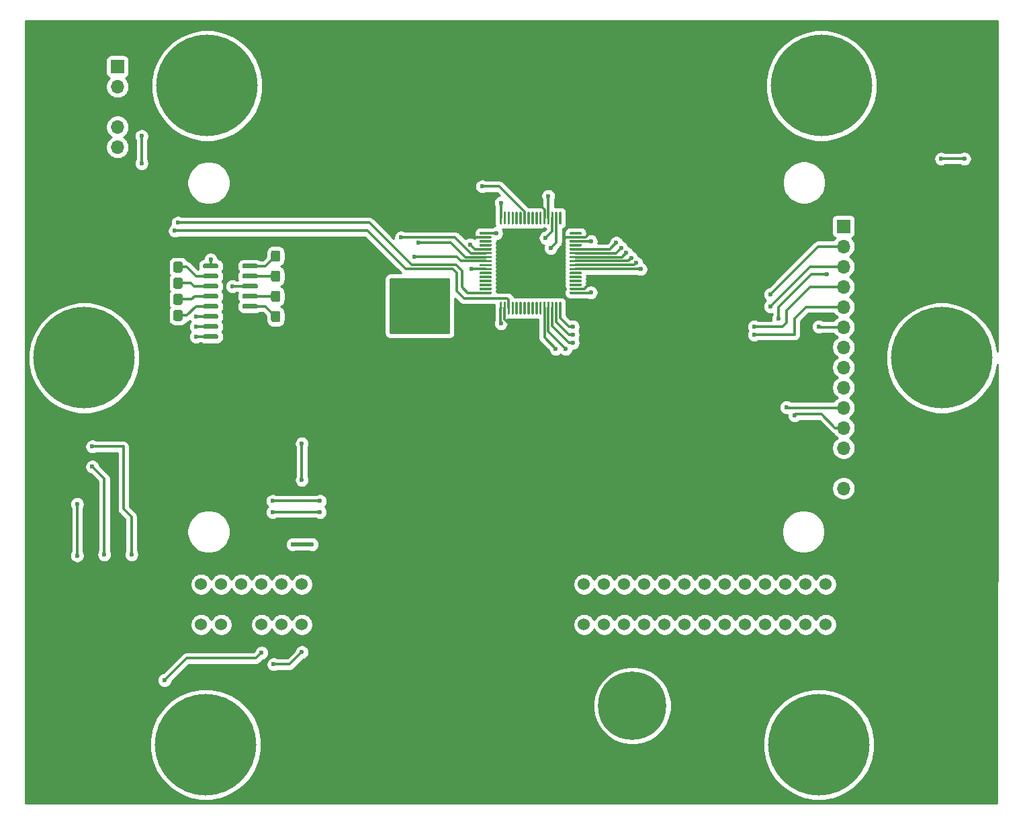
<source format=gbr>
G04 #@! TF.GenerationSoftware,KiCad,Pcbnew,5.1.6-c6e7f7d~86~ubuntu18.04.1*
G04 #@! TF.CreationDate,2020-07-20T00:11:47+01:00*
G04 #@! TF.ProjectId,ServerPSU_Breakout,53657276-6572-4505-9355-5f427265616b,rev?*
G04 #@! TF.SameCoordinates,Original*
G04 #@! TF.FileFunction,Copper,L2,Bot*
G04 #@! TF.FilePolarity,Positive*
%FSLAX46Y46*%
G04 Gerber Fmt 4.6, Leading zero omitted, Abs format (unit mm)*
G04 Created by KiCad (PCBNEW 5.1.6-c6e7f7d~86~ubuntu18.04.1) date 2020-07-20 00:11:47*
%MOMM*%
%LPD*%
G01*
G04 APERTURE LIST*
G04 #@! TA.AperFunction,ComponentPad*
%ADD10O,1.700000X1.700000*%
G04 #@! TD*
G04 #@! TA.AperFunction,ComponentPad*
%ADD11R,1.700000X1.700000*%
G04 #@! TD*
G04 #@! TA.AperFunction,ComponentPad*
%ADD12C,12.800000*%
G04 #@! TD*
G04 #@! TA.AperFunction,ComponentPad*
%ADD13C,0.900000*%
G04 #@! TD*
G04 #@! TA.AperFunction,ComponentPad*
%ADD14C,8.600000*%
G04 #@! TD*
G04 #@! TA.AperFunction,ComponentPad*
%ADD15C,1.524000*%
G04 #@! TD*
G04 #@! TA.AperFunction,ViaPad*
%ADD16C,0.600000*%
G04 #@! TD*
G04 #@! TA.AperFunction,Conductor*
%ADD17C,0.300000*%
G04 #@! TD*
G04 #@! TA.AperFunction,Conductor*
%ADD18C,0.500000*%
G04 #@! TD*
G04 #@! TA.AperFunction,Conductor*
%ADD19C,0.254000*%
G04 #@! TD*
G04 APERTURE END LIST*
D10*
X203276200Y-84886800D03*
X203276200Y-102666800D03*
X203276200Y-82346800D03*
X203276200Y-74726800D03*
X203276200Y-97586800D03*
X203276200Y-92506800D03*
X203276200Y-87426800D03*
D11*
X203276200Y-69646800D03*
D10*
X203276200Y-100126800D03*
X203276200Y-72186800D03*
X203276200Y-79806800D03*
X203276200Y-89966800D03*
X203276200Y-95046800D03*
X203276200Y-77266800D03*
D12*
X215646000Y-86233000D03*
D13*
X220446000Y-86233000D03*
X219040113Y-89627113D03*
X215646000Y-91033000D03*
X212251887Y-89627113D03*
X210846000Y-86233000D03*
X212251887Y-82838887D03*
X215646000Y-81433000D03*
X219040113Y-82838887D03*
D12*
X107569000Y-86233000D03*
D13*
X112369000Y-86233000D03*
X110963113Y-89627113D03*
X107569000Y-91033000D03*
X104174887Y-89627113D03*
X102769000Y-86233000D03*
X104174887Y-82838887D03*
X107569000Y-81433000D03*
X110963113Y-82838887D03*
D12*
X122872500Y-134937500D03*
D13*
X127672500Y-134937500D03*
X126266613Y-138331613D03*
X122872500Y-139737500D03*
X119478387Y-138331613D03*
X118072500Y-134937500D03*
X119478387Y-131543387D03*
X122872500Y-130137500D03*
X126266613Y-131543387D03*
D12*
X200152000Y-134937500D03*
D13*
X204952000Y-134937500D03*
X203546113Y-138331613D03*
X200152000Y-139737500D03*
X196757887Y-138331613D03*
X195352000Y-134937500D03*
X196757887Y-131543387D03*
X200152000Y-130137500D03*
X203546113Y-131543387D03*
D12*
X200469500Y-51943000D03*
D13*
X205269500Y-51943000D03*
X203863613Y-55337113D03*
X200469500Y-56743000D03*
X197075387Y-55337113D03*
X195669500Y-51943000D03*
X197075387Y-48548887D03*
X200469500Y-47143000D03*
X203863613Y-48548887D03*
X126457113Y-48548887D03*
X123063000Y-47143000D03*
X119668887Y-48548887D03*
X118263000Y-51943000D03*
X119668887Y-55337113D03*
X123063000Y-56743000D03*
X126457113Y-55337113D03*
X127863000Y-51943000D03*
D12*
X123063000Y-51943000D03*
D13*
X147695419Y-127767581D03*
X145415000Y-126823000D03*
X143134581Y-127767581D03*
X142190000Y-130048000D03*
X143134581Y-132328419D03*
X145415000Y-133273000D03*
X147695419Y-132328419D03*
X148640000Y-130048000D03*
D14*
X145415000Y-130048000D03*
D13*
X178937419Y-127767581D03*
X176657000Y-126823000D03*
X174376581Y-127767581D03*
X173432000Y-130048000D03*
X174376581Y-132328419D03*
X176657000Y-133273000D03*
X178937419Y-132328419D03*
X179882000Y-130048000D03*
D14*
X176657000Y-130048000D03*
G04 #@! TA.AperFunction,SMDPad,CuDef*
G36*
G01*
X124484000Y-74526000D02*
X124484000Y-74826000D01*
G75*
G02*
X124334000Y-74976000I-150000J0D01*
G01*
X122684000Y-74976000D01*
G75*
G02*
X122534000Y-74826000I0J150000D01*
G01*
X122534000Y-74526000D01*
G75*
G02*
X122684000Y-74376000I150000J0D01*
G01*
X124334000Y-74376000D01*
G75*
G02*
X124484000Y-74526000I0J-150000D01*
G01*
G37*
G04 #@! TD.AperFunction*
G04 #@! TA.AperFunction,SMDPad,CuDef*
G36*
G01*
X124484000Y-75796000D02*
X124484000Y-76096000D01*
G75*
G02*
X124334000Y-76246000I-150000J0D01*
G01*
X122684000Y-76246000D01*
G75*
G02*
X122534000Y-76096000I0J150000D01*
G01*
X122534000Y-75796000D01*
G75*
G02*
X122684000Y-75646000I150000J0D01*
G01*
X124334000Y-75646000D01*
G75*
G02*
X124484000Y-75796000I0J-150000D01*
G01*
G37*
G04 #@! TD.AperFunction*
G04 #@! TA.AperFunction,SMDPad,CuDef*
G36*
G01*
X124484000Y-77066000D02*
X124484000Y-77366000D01*
G75*
G02*
X124334000Y-77516000I-150000J0D01*
G01*
X122684000Y-77516000D01*
G75*
G02*
X122534000Y-77366000I0J150000D01*
G01*
X122534000Y-77066000D01*
G75*
G02*
X122684000Y-76916000I150000J0D01*
G01*
X124334000Y-76916000D01*
G75*
G02*
X124484000Y-77066000I0J-150000D01*
G01*
G37*
G04 #@! TD.AperFunction*
G04 #@! TA.AperFunction,SMDPad,CuDef*
G36*
G01*
X124484000Y-78336000D02*
X124484000Y-78636000D01*
G75*
G02*
X124334000Y-78786000I-150000J0D01*
G01*
X122684000Y-78786000D01*
G75*
G02*
X122534000Y-78636000I0J150000D01*
G01*
X122534000Y-78336000D01*
G75*
G02*
X122684000Y-78186000I150000J0D01*
G01*
X124334000Y-78186000D01*
G75*
G02*
X124484000Y-78336000I0J-150000D01*
G01*
G37*
G04 #@! TD.AperFunction*
G04 #@! TA.AperFunction,SMDPad,CuDef*
G36*
G01*
X124484000Y-79606000D02*
X124484000Y-79906000D01*
G75*
G02*
X124334000Y-80056000I-150000J0D01*
G01*
X122684000Y-80056000D01*
G75*
G02*
X122534000Y-79906000I0J150000D01*
G01*
X122534000Y-79606000D01*
G75*
G02*
X122684000Y-79456000I150000J0D01*
G01*
X124334000Y-79456000D01*
G75*
G02*
X124484000Y-79606000I0J-150000D01*
G01*
G37*
G04 #@! TD.AperFunction*
G04 #@! TA.AperFunction,SMDPad,CuDef*
G36*
G01*
X124484000Y-80876000D02*
X124484000Y-81176000D01*
G75*
G02*
X124334000Y-81326000I-150000J0D01*
G01*
X122684000Y-81326000D01*
G75*
G02*
X122534000Y-81176000I0J150000D01*
G01*
X122534000Y-80876000D01*
G75*
G02*
X122684000Y-80726000I150000J0D01*
G01*
X124334000Y-80726000D01*
G75*
G02*
X124484000Y-80876000I0J-150000D01*
G01*
G37*
G04 #@! TD.AperFunction*
G04 #@! TA.AperFunction,SMDPad,CuDef*
G36*
G01*
X124484000Y-82146000D02*
X124484000Y-82446000D01*
G75*
G02*
X124334000Y-82596000I-150000J0D01*
G01*
X122684000Y-82596000D01*
G75*
G02*
X122534000Y-82446000I0J150000D01*
G01*
X122534000Y-82146000D01*
G75*
G02*
X122684000Y-81996000I150000J0D01*
G01*
X124334000Y-81996000D01*
G75*
G02*
X124484000Y-82146000I0J-150000D01*
G01*
G37*
G04 #@! TD.AperFunction*
G04 #@! TA.AperFunction,SMDPad,CuDef*
G36*
G01*
X124484000Y-83416000D02*
X124484000Y-83716000D01*
G75*
G02*
X124334000Y-83866000I-150000J0D01*
G01*
X122684000Y-83866000D01*
G75*
G02*
X122534000Y-83716000I0J150000D01*
G01*
X122534000Y-83416000D01*
G75*
G02*
X122684000Y-83266000I150000J0D01*
G01*
X124334000Y-83266000D01*
G75*
G02*
X124484000Y-83416000I0J-150000D01*
G01*
G37*
G04 #@! TD.AperFunction*
G04 #@! TA.AperFunction,SMDPad,CuDef*
G36*
G01*
X129434000Y-83416000D02*
X129434000Y-83716000D01*
G75*
G02*
X129284000Y-83866000I-150000J0D01*
G01*
X127634000Y-83866000D01*
G75*
G02*
X127484000Y-83716000I0J150000D01*
G01*
X127484000Y-83416000D01*
G75*
G02*
X127634000Y-83266000I150000J0D01*
G01*
X129284000Y-83266000D01*
G75*
G02*
X129434000Y-83416000I0J-150000D01*
G01*
G37*
G04 #@! TD.AperFunction*
G04 #@! TA.AperFunction,SMDPad,CuDef*
G36*
G01*
X129434000Y-82146000D02*
X129434000Y-82446000D01*
G75*
G02*
X129284000Y-82596000I-150000J0D01*
G01*
X127634000Y-82596000D01*
G75*
G02*
X127484000Y-82446000I0J150000D01*
G01*
X127484000Y-82146000D01*
G75*
G02*
X127634000Y-81996000I150000J0D01*
G01*
X129284000Y-81996000D01*
G75*
G02*
X129434000Y-82146000I0J-150000D01*
G01*
G37*
G04 #@! TD.AperFunction*
G04 #@! TA.AperFunction,SMDPad,CuDef*
G36*
G01*
X129434000Y-80876000D02*
X129434000Y-81176000D01*
G75*
G02*
X129284000Y-81326000I-150000J0D01*
G01*
X127634000Y-81326000D01*
G75*
G02*
X127484000Y-81176000I0J150000D01*
G01*
X127484000Y-80876000D01*
G75*
G02*
X127634000Y-80726000I150000J0D01*
G01*
X129284000Y-80726000D01*
G75*
G02*
X129434000Y-80876000I0J-150000D01*
G01*
G37*
G04 #@! TD.AperFunction*
G04 #@! TA.AperFunction,SMDPad,CuDef*
G36*
G01*
X129434000Y-79606000D02*
X129434000Y-79906000D01*
G75*
G02*
X129284000Y-80056000I-150000J0D01*
G01*
X127634000Y-80056000D01*
G75*
G02*
X127484000Y-79906000I0J150000D01*
G01*
X127484000Y-79606000D01*
G75*
G02*
X127634000Y-79456000I150000J0D01*
G01*
X129284000Y-79456000D01*
G75*
G02*
X129434000Y-79606000I0J-150000D01*
G01*
G37*
G04 #@! TD.AperFunction*
G04 #@! TA.AperFunction,SMDPad,CuDef*
G36*
G01*
X129434000Y-78336000D02*
X129434000Y-78636000D01*
G75*
G02*
X129284000Y-78786000I-150000J0D01*
G01*
X127634000Y-78786000D01*
G75*
G02*
X127484000Y-78636000I0J150000D01*
G01*
X127484000Y-78336000D01*
G75*
G02*
X127634000Y-78186000I150000J0D01*
G01*
X129284000Y-78186000D01*
G75*
G02*
X129434000Y-78336000I0J-150000D01*
G01*
G37*
G04 #@! TD.AperFunction*
G04 #@! TA.AperFunction,SMDPad,CuDef*
G36*
G01*
X129434000Y-77066000D02*
X129434000Y-77366000D01*
G75*
G02*
X129284000Y-77516000I-150000J0D01*
G01*
X127634000Y-77516000D01*
G75*
G02*
X127484000Y-77366000I0J150000D01*
G01*
X127484000Y-77066000D01*
G75*
G02*
X127634000Y-76916000I150000J0D01*
G01*
X129284000Y-76916000D01*
G75*
G02*
X129434000Y-77066000I0J-150000D01*
G01*
G37*
G04 #@! TD.AperFunction*
G04 #@! TA.AperFunction,SMDPad,CuDef*
G36*
G01*
X129434000Y-75796000D02*
X129434000Y-76096000D01*
G75*
G02*
X129284000Y-76246000I-150000J0D01*
G01*
X127634000Y-76246000D01*
G75*
G02*
X127484000Y-76096000I0J150000D01*
G01*
X127484000Y-75796000D01*
G75*
G02*
X127634000Y-75646000I150000J0D01*
G01*
X129284000Y-75646000D01*
G75*
G02*
X129434000Y-75796000I0J-150000D01*
G01*
G37*
G04 #@! TD.AperFunction*
G04 #@! TA.AperFunction,SMDPad,CuDef*
G36*
G01*
X129434000Y-74526000D02*
X129434000Y-74826000D01*
G75*
G02*
X129284000Y-74976000I-150000J0D01*
G01*
X127634000Y-74976000D01*
G75*
G02*
X127484000Y-74826000I0J150000D01*
G01*
X127484000Y-74526000D01*
G75*
G02*
X127634000Y-74376000I150000J0D01*
G01*
X129284000Y-74376000D01*
G75*
G02*
X129434000Y-74526000I0J-150000D01*
G01*
G37*
G04 #@! TD.AperFunction*
G04 #@! TA.AperFunction,SMDPad,CuDef*
G36*
G01*
X133165000Y-78936001D02*
X133165000Y-78035999D01*
G75*
G02*
X133414999Y-77786000I249999J0D01*
G01*
X134065001Y-77786000D01*
G75*
G02*
X134315000Y-78035999I0J-249999D01*
G01*
X134315000Y-78936001D01*
G75*
G02*
X134065001Y-79186000I-249999J0D01*
G01*
X133414999Y-79186000D01*
G75*
G02*
X133165000Y-78936001I0J249999D01*
G01*
G37*
G04 #@! TD.AperFunction*
G04 #@! TA.AperFunction,SMDPad,CuDef*
G36*
G01*
X131115000Y-78936001D02*
X131115000Y-78035999D01*
G75*
G02*
X131364999Y-77786000I249999J0D01*
G01*
X132015001Y-77786000D01*
G75*
G02*
X132265000Y-78035999I0J-249999D01*
G01*
X132265000Y-78936001D01*
G75*
G02*
X132015001Y-79186000I-249999J0D01*
G01*
X131364999Y-79186000D01*
G75*
G02*
X131115000Y-78936001I0J249999D01*
G01*
G37*
G04 #@! TD.AperFunction*
G04 #@! TA.AperFunction,SMDPad,CuDef*
G36*
G01*
X133165000Y-76396001D02*
X133165000Y-75495999D01*
G75*
G02*
X133414999Y-75246000I249999J0D01*
G01*
X134065001Y-75246000D01*
G75*
G02*
X134315000Y-75495999I0J-249999D01*
G01*
X134315000Y-76396001D01*
G75*
G02*
X134065001Y-76646000I-249999J0D01*
G01*
X133414999Y-76646000D01*
G75*
G02*
X133165000Y-76396001I0J249999D01*
G01*
G37*
G04 #@! TD.AperFunction*
G04 #@! TA.AperFunction,SMDPad,CuDef*
G36*
G01*
X131115000Y-76396001D02*
X131115000Y-75495999D01*
G75*
G02*
X131364999Y-75246000I249999J0D01*
G01*
X132015001Y-75246000D01*
G75*
G02*
X132265000Y-75495999I0J-249999D01*
G01*
X132265000Y-76396001D01*
G75*
G02*
X132015001Y-76646000I-249999J0D01*
G01*
X131364999Y-76646000D01*
G75*
G02*
X131115000Y-76396001I0J249999D01*
G01*
G37*
G04 #@! TD.AperFunction*
G04 #@! TA.AperFunction,SMDPad,CuDef*
G36*
G01*
X133165000Y-81476001D02*
X133165000Y-80575999D01*
G75*
G02*
X133414999Y-80326000I249999J0D01*
G01*
X134065001Y-80326000D01*
G75*
G02*
X134315000Y-80575999I0J-249999D01*
G01*
X134315000Y-81476001D01*
G75*
G02*
X134065001Y-81726000I-249999J0D01*
G01*
X133414999Y-81726000D01*
G75*
G02*
X133165000Y-81476001I0J249999D01*
G01*
G37*
G04 #@! TD.AperFunction*
G04 #@! TA.AperFunction,SMDPad,CuDef*
G36*
G01*
X131115000Y-81476001D02*
X131115000Y-80575999D01*
G75*
G02*
X131364999Y-80326000I249999J0D01*
G01*
X132015001Y-80326000D01*
G75*
G02*
X132265000Y-80575999I0J-249999D01*
G01*
X132265000Y-81476001D01*
G75*
G02*
X132015001Y-81726000I-249999J0D01*
G01*
X131364999Y-81726000D01*
G75*
G02*
X131115000Y-81476001I0J249999D01*
G01*
G37*
G04 #@! TD.AperFunction*
G04 #@! TA.AperFunction,SMDPad,CuDef*
G36*
G01*
X133165000Y-73856001D02*
X133165000Y-72955999D01*
G75*
G02*
X133414999Y-72706000I249999J0D01*
G01*
X134065001Y-72706000D01*
G75*
G02*
X134315000Y-72955999I0J-249999D01*
G01*
X134315000Y-73856001D01*
G75*
G02*
X134065001Y-74106000I-249999J0D01*
G01*
X133414999Y-74106000D01*
G75*
G02*
X133165000Y-73856001I0J249999D01*
G01*
G37*
G04 #@! TD.AperFunction*
G04 #@! TA.AperFunction,SMDPad,CuDef*
G36*
G01*
X131115000Y-73856001D02*
X131115000Y-72955999D01*
G75*
G02*
X131364999Y-72706000I249999J0D01*
G01*
X132015001Y-72706000D01*
G75*
G02*
X132265000Y-72955999I0J-249999D01*
G01*
X132265000Y-73856001D01*
G75*
G02*
X132015001Y-74106000I-249999J0D01*
G01*
X131364999Y-74106000D01*
G75*
G02*
X131115000Y-73856001I0J249999D01*
G01*
G37*
G04 #@! TD.AperFunction*
G04 #@! TA.AperFunction,SMDPad,CuDef*
G36*
G01*
X117914000Y-80448999D02*
X117914000Y-81349001D01*
G75*
G02*
X117664001Y-81599000I-249999J0D01*
G01*
X117013999Y-81599000D01*
G75*
G02*
X116764000Y-81349001I0J249999D01*
G01*
X116764000Y-80448999D01*
G75*
G02*
X117013999Y-80199000I249999J0D01*
G01*
X117664001Y-80199000D01*
G75*
G02*
X117914000Y-80448999I0J-249999D01*
G01*
G37*
G04 #@! TD.AperFunction*
G04 #@! TA.AperFunction,SMDPad,CuDef*
G36*
G01*
X119964000Y-80448999D02*
X119964000Y-81349001D01*
G75*
G02*
X119714001Y-81599000I-249999J0D01*
G01*
X119063999Y-81599000D01*
G75*
G02*
X118814000Y-81349001I0J249999D01*
G01*
X118814000Y-80448999D01*
G75*
G02*
X119063999Y-80199000I249999J0D01*
G01*
X119714001Y-80199000D01*
G75*
G02*
X119964000Y-80448999I0J-249999D01*
G01*
G37*
G04 #@! TD.AperFunction*
G04 #@! TA.AperFunction,SMDPad,CuDef*
G36*
G01*
X117914000Y-74352999D02*
X117914000Y-75253001D01*
G75*
G02*
X117664001Y-75503000I-249999J0D01*
G01*
X117013999Y-75503000D01*
G75*
G02*
X116764000Y-75253001I0J249999D01*
G01*
X116764000Y-74352999D01*
G75*
G02*
X117013999Y-74103000I249999J0D01*
G01*
X117664001Y-74103000D01*
G75*
G02*
X117914000Y-74352999I0J-249999D01*
G01*
G37*
G04 #@! TD.AperFunction*
G04 #@! TA.AperFunction,SMDPad,CuDef*
G36*
G01*
X119964000Y-74352999D02*
X119964000Y-75253001D01*
G75*
G02*
X119714001Y-75503000I-249999J0D01*
G01*
X119063999Y-75503000D01*
G75*
G02*
X118814000Y-75253001I0J249999D01*
G01*
X118814000Y-74352999D01*
G75*
G02*
X119063999Y-74103000I249999J0D01*
G01*
X119714001Y-74103000D01*
G75*
G02*
X119964000Y-74352999I0J-249999D01*
G01*
G37*
G04 #@! TD.AperFunction*
G04 #@! TA.AperFunction,SMDPad,CuDef*
G36*
G01*
X117914000Y-76384999D02*
X117914000Y-77285001D01*
G75*
G02*
X117664001Y-77535000I-249999J0D01*
G01*
X117013999Y-77535000D01*
G75*
G02*
X116764000Y-77285001I0J249999D01*
G01*
X116764000Y-76384999D01*
G75*
G02*
X117013999Y-76135000I249999J0D01*
G01*
X117664001Y-76135000D01*
G75*
G02*
X117914000Y-76384999I0J-249999D01*
G01*
G37*
G04 #@! TD.AperFunction*
G04 #@! TA.AperFunction,SMDPad,CuDef*
G36*
G01*
X119964000Y-76384999D02*
X119964000Y-77285001D01*
G75*
G02*
X119714001Y-77535000I-249999J0D01*
G01*
X119063999Y-77535000D01*
G75*
G02*
X118814000Y-77285001I0J249999D01*
G01*
X118814000Y-76384999D01*
G75*
G02*
X119063999Y-76135000I249999J0D01*
G01*
X119714001Y-76135000D01*
G75*
G02*
X119964000Y-76384999I0J-249999D01*
G01*
G37*
G04 #@! TD.AperFunction*
G04 #@! TA.AperFunction,SMDPad,CuDef*
G36*
G01*
X117914000Y-78416999D02*
X117914000Y-79317001D01*
G75*
G02*
X117664001Y-79567000I-249999J0D01*
G01*
X117013999Y-79567000D01*
G75*
G02*
X116764000Y-79317001I0J249999D01*
G01*
X116764000Y-78416999D01*
G75*
G02*
X117013999Y-78167000I249999J0D01*
G01*
X117664001Y-78167000D01*
G75*
G02*
X117914000Y-78416999I0J-249999D01*
G01*
G37*
G04 #@! TD.AperFunction*
G04 #@! TA.AperFunction,SMDPad,CuDef*
G36*
G01*
X119964000Y-78416999D02*
X119964000Y-79317001D01*
G75*
G02*
X119714001Y-79567000I-249999J0D01*
G01*
X119063999Y-79567000D01*
G75*
G02*
X118814000Y-79317001I0J249999D01*
G01*
X118814000Y-78416999D01*
G75*
G02*
X119063999Y-78167000I249999J0D01*
G01*
X119714001Y-78167000D01*
G75*
G02*
X119964000Y-78416999I0J-249999D01*
G01*
G37*
G04 #@! TD.AperFunction*
D10*
X111760000Y-59690000D03*
X111760000Y-57150000D03*
X111760000Y-54610000D03*
X111760000Y-52070000D03*
D11*
X111760000Y-49530000D03*
G04 #@! TA.AperFunction,SMDPad,CuDef*
G36*
G01*
X157455000Y-70395000D02*
X158855000Y-70395000D01*
G75*
G02*
X158930000Y-70470000I0J-75000D01*
G01*
X158930000Y-70620000D01*
G75*
G02*
X158855000Y-70695000I-75000J0D01*
G01*
X157455000Y-70695000D01*
G75*
G02*
X157380000Y-70620000I0J75000D01*
G01*
X157380000Y-70470000D01*
G75*
G02*
X157455000Y-70395000I75000J0D01*
G01*
G37*
G04 #@! TD.AperFunction*
G04 #@! TA.AperFunction,SMDPad,CuDef*
G36*
G01*
X157455000Y-70895000D02*
X158855000Y-70895000D01*
G75*
G02*
X158930000Y-70970000I0J-75000D01*
G01*
X158930000Y-71120000D01*
G75*
G02*
X158855000Y-71195000I-75000J0D01*
G01*
X157455000Y-71195000D01*
G75*
G02*
X157380000Y-71120000I0J75000D01*
G01*
X157380000Y-70970000D01*
G75*
G02*
X157455000Y-70895000I75000J0D01*
G01*
G37*
G04 #@! TD.AperFunction*
G04 #@! TA.AperFunction,SMDPad,CuDef*
G36*
G01*
X157455000Y-71395000D02*
X158855000Y-71395000D01*
G75*
G02*
X158930000Y-71470000I0J-75000D01*
G01*
X158930000Y-71620000D01*
G75*
G02*
X158855000Y-71695000I-75000J0D01*
G01*
X157455000Y-71695000D01*
G75*
G02*
X157380000Y-71620000I0J75000D01*
G01*
X157380000Y-71470000D01*
G75*
G02*
X157455000Y-71395000I75000J0D01*
G01*
G37*
G04 #@! TD.AperFunction*
G04 #@! TA.AperFunction,SMDPad,CuDef*
G36*
G01*
X157455000Y-71895000D02*
X158855000Y-71895000D01*
G75*
G02*
X158930000Y-71970000I0J-75000D01*
G01*
X158930000Y-72120000D01*
G75*
G02*
X158855000Y-72195000I-75000J0D01*
G01*
X157455000Y-72195000D01*
G75*
G02*
X157380000Y-72120000I0J75000D01*
G01*
X157380000Y-71970000D01*
G75*
G02*
X157455000Y-71895000I75000J0D01*
G01*
G37*
G04 #@! TD.AperFunction*
G04 #@! TA.AperFunction,SMDPad,CuDef*
G36*
G01*
X157455000Y-72395000D02*
X158855000Y-72395000D01*
G75*
G02*
X158930000Y-72470000I0J-75000D01*
G01*
X158930000Y-72620000D01*
G75*
G02*
X158855000Y-72695000I-75000J0D01*
G01*
X157455000Y-72695000D01*
G75*
G02*
X157380000Y-72620000I0J75000D01*
G01*
X157380000Y-72470000D01*
G75*
G02*
X157455000Y-72395000I75000J0D01*
G01*
G37*
G04 #@! TD.AperFunction*
G04 #@! TA.AperFunction,SMDPad,CuDef*
G36*
G01*
X157455000Y-72895000D02*
X158855000Y-72895000D01*
G75*
G02*
X158930000Y-72970000I0J-75000D01*
G01*
X158930000Y-73120000D01*
G75*
G02*
X158855000Y-73195000I-75000J0D01*
G01*
X157455000Y-73195000D01*
G75*
G02*
X157380000Y-73120000I0J75000D01*
G01*
X157380000Y-72970000D01*
G75*
G02*
X157455000Y-72895000I75000J0D01*
G01*
G37*
G04 #@! TD.AperFunction*
G04 #@! TA.AperFunction,SMDPad,CuDef*
G36*
G01*
X157455000Y-73395000D02*
X158855000Y-73395000D01*
G75*
G02*
X158930000Y-73470000I0J-75000D01*
G01*
X158930000Y-73620000D01*
G75*
G02*
X158855000Y-73695000I-75000J0D01*
G01*
X157455000Y-73695000D01*
G75*
G02*
X157380000Y-73620000I0J75000D01*
G01*
X157380000Y-73470000D01*
G75*
G02*
X157455000Y-73395000I75000J0D01*
G01*
G37*
G04 #@! TD.AperFunction*
G04 #@! TA.AperFunction,SMDPad,CuDef*
G36*
G01*
X157455000Y-73895000D02*
X158855000Y-73895000D01*
G75*
G02*
X158930000Y-73970000I0J-75000D01*
G01*
X158930000Y-74120000D01*
G75*
G02*
X158855000Y-74195000I-75000J0D01*
G01*
X157455000Y-74195000D01*
G75*
G02*
X157380000Y-74120000I0J75000D01*
G01*
X157380000Y-73970000D01*
G75*
G02*
X157455000Y-73895000I75000J0D01*
G01*
G37*
G04 #@! TD.AperFunction*
G04 #@! TA.AperFunction,SMDPad,CuDef*
G36*
G01*
X157455000Y-74395000D02*
X158855000Y-74395000D01*
G75*
G02*
X158930000Y-74470000I0J-75000D01*
G01*
X158930000Y-74620000D01*
G75*
G02*
X158855000Y-74695000I-75000J0D01*
G01*
X157455000Y-74695000D01*
G75*
G02*
X157380000Y-74620000I0J75000D01*
G01*
X157380000Y-74470000D01*
G75*
G02*
X157455000Y-74395000I75000J0D01*
G01*
G37*
G04 #@! TD.AperFunction*
G04 #@! TA.AperFunction,SMDPad,CuDef*
G36*
G01*
X157455000Y-74895000D02*
X158855000Y-74895000D01*
G75*
G02*
X158930000Y-74970000I0J-75000D01*
G01*
X158930000Y-75120000D01*
G75*
G02*
X158855000Y-75195000I-75000J0D01*
G01*
X157455000Y-75195000D01*
G75*
G02*
X157380000Y-75120000I0J75000D01*
G01*
X157380000Y-74970000D01*
G75*
G02*
X157455000Y-74895000I75000J0D01*
G01*
G37*
G04 #@! TD.AperFunction*
G04 #@! TA.AperFunction,SMDPad,CuDef*
G36*
G01*
X157455000Y-75395000D02*
X158855000Y-75395000D01*
G75*
G02*
X158930000Y-75470000I0J-75000D01*
G01*
X158930000Y-75620000D01*
G75*
G02*
X158855000Y-75695000I-75000J0D01*
G01*
X157455000Y-75695000D01*
G75*
G02*
X157380000Y-75620000I0J75000D01*
G01*
X157380000Y-75470000D01*
G75*
G02*
X157455000Y-75395000I75000J0D01*
G01*
G37*
G04 #@! TD.AperFunction*
G04 #@! TA.AperFunction,SMDPad,CuDef*
G36*
G01*
X157455000Y-75895000D02*
X158855000Y-75895000D01*
G75*
G02*
X158930000Y-75970000I0J-75000D01*
G01*
X158930000Y-76120000D01*
G75*
G02*
X158855000Y-76195000I-75000J0D01*
G01*
X157455000Y-76195000D01*
G75*
G02*
X157380000Y-76120000I0J75000D01*
G01*
X157380000Y-75970000D01*
G75*
G02*
X157455000Y-75895000I75000J0D01*
G01*
G37*
G04 #@! TD.AperFunction*
G04 #@! TA.AperFunction,SMDPad,CuDef*
G36*
G01*
X157455000Y-76395000D02*
X158855000Y-76395000D01*
G75*
G02*
X158930000Y-76470000I0J-75000D01*
G01*
X158930000Y-76620000D01*
G75*
G02*
X158855000Y-76695000I-75000J0D01*
G01*
X157455000Y-76695000D01*
G75*
G02*
X157380000Y-76620000I0J75000D01*
G01*
X157380000Y-76470000D01*
G75*
G02*
X157455000Y-76395000I75000J0D01*
G01*
G37*
G04 #@! TD.AperFunction*
G04 #@! TA.AperFunction,SMDPad,CuDef*
G36*
G01*
X157455000Y-76895000D02*
X158855000Y-76895000D01*
G75*
G02*
X158930000Y-76970000I0J-75000D01*
G01*
X158930000Y-77120000D01*
G75*
G02*
X158855000Y-77195000I-75000J0D01*
G01*
X157455000Y-77195000D01*
G75*
G02*
X157380000Y-77120000I0J75000D01*
G01*
X157380000Y-76970000D01*
G75*
G02*
X157455000Y-76895000I75000J0D01*
G01*
G37*
G04 #@! TD.AperFunction*
G04 #@! TA.AperFunction,SMDPad,CuDef*
G36*
G01*
X157455000Y-77395000D02*
X158855000Y-77395000D01*
G75*
G02*
X158930000Y-77470000I0J-75000D01*
G01*
X158930000Y-77620000D01*
G75*
G02*
X158855000Y-77695000I-75000J0D01*
G01*
X157455000Y-77695000D01*
G75*
G02*
X157380000Y-77620000I0J75000D01*
G01*
X157380000Y-77470000D01*
G75*
G02*
X157455000Y-77395000I75000J0D01*
G01*
G37*
G04 #@! TD.AperFunction*
G04 #@! TA.AperFunction,SMDPad,CuDef*
G36*
G01*
X157455000Y-77895000D02*
X158855000Y-77895000D01*
G75*
G02*
X158930000Y-77970000I0J-75000D01*
G01*
X158930000Y-78120000D01*
G75*
G02*
X158855000Y-78195000I-75000J0D01*
G01*
X157455000Y-78195000D01*
G75*
G02*
X157380000Y-78120000I0J75000D01*
G01*
X157380000Y-77970000D01*
G75*
G02*
X157455000Y-77895000I75000J0D01*
G01*
G37*
G04 #@! TD.AperFunction*
G04 #@! TA.AperFunction,SMDPad,CuDef*
G36*
G01*
X160005000Y-79195000D02*
X160155000Y-79195000D01*
G75*
G02*
X160230000Y-79270000I0J-75000D01*
G01*
X160230000Y-80670000D01*
G75*
G02*
X160155000Y-80745000I-75000J0D01*
G01*
X160005000Y-80745000D01*
G75*
G02*
X159930000Y-80670000I0J75000D01*
G01*
X159930000Y-79270000D01*
G75*
G02*
X160005000Y-79195000I75000J0D01*
G01*
G37*
G04 #@! TD.AperFunction*
G04 #@! TA.AperFunction,SMDPad,CuDef*
G36*
G01*
X160505000Y-79195000D02*
X160655000Y-79195000D01*
G75*
G02*
X160730000Y-79270000I0J-75000D01*
G01*
X160730000Y-80670000D01*
G75*
G02*
X160655000Y-80745000I-75000J0D01*
G01*
X160505000Y-80745000D01*
G75*
G02*
X160430000Y-80670000I0J75000D01*
G01*
X160430000Y-79270000D01*
G75*
G02*
X160505000Y-79195000I75000J0D01*
G01*
G37*
G04 #@! TD.AperFunction*
G04 #@! TA.AperFunction,SMDPad,CuDef*
G36*
G01*
X161005000Y-79195000D02*
X161155000Y-79195000D01*
G75*
G02*
X161230000Y-79270000I0J-75000D01*
G01*
X161230000Y-80670000D01*
G75*
G02*
X161155000Y-80745000I-75000J0D01*
G01*
X161005000Y-80745000D01*
G75*
G02*
X160930000Y-80670000I0J75000D01*
G01*
X160930000Y-79270000D01*
G75*
G02*
X161005000Y-79195000I75000J0D01*
G01*
G37*
G04 #@! TD.AperFunction*
G04 #@! TA.AperFunction,SMDPad,CuDef*
G36*
G01*
X161505000Y-79195000D02*
X161655000Y-79195000D01*
G75*
G02*
X161730000Y-79270000I0J-75000D01*
G01*
X161730000Y-80670000D01*
G75*
G02*
X161655000Y-80745000I-75000J0D01*
G01*
X161505000Y-80745000D01*
G75*
G02*
X161430000Y-80670000I0J75000D01*
G01*
X161430000Y-79270000D01*
G75*
G02*
X161505000Y-79195000I75000J0D01*
G01*
G37*
G04 #@! TD.AperFunction*
G04 #@! TA.AperFunction,SMDPad,CuDef*
G36*
G01*
X162005000Y-79195000D02*
X162155000Y-79195000D01*
G75*
G02*
X162230000Y-79270000I0J-75000D01*
G01*
X162230000Y-80670000D01*
G75*
G02*
X162155000Y-80745000I-75000J0D01*
G01*
X162005000Y-80745000D01*
G75*
G02*
X161930000Y-80670000I0J75000D01*
G01*
X161930000Y-79270000D01*
G75*
G02*
X162005000Y-79195000I75000J0D01*
G01*
G37*
G04 #@! TD.AperFunction*
G04 #@! TA.AperFunction,SMDPad,CuDef*
G36*
G01*
X162505000Y-79195000D02*
X162655000Y-79195000D01*
G75*
G02*
X162730000Y-79270000I0J-75000D01*
G01*
X162730000Y-80670000D01*
G75*
G02*
X162655000Y-80745000I-75000J0D01*
G01*
X162505000Y-80745000D01*
G75*
G02*
X162430000Y-80670000I0J75000D01*
G01*
X162430000Y-79270000D01*
G75*
G02*
X162505000Y-79195000I75000J0D01*
G01*
G37*
G04 #@! TD.AperFunction*
G04 #@! TA.AperFunction,SMDPad,CuDef*
G36*
G01*
X163005000Y-79195000D02*
X163155000Y-79195000D01*
G75*
G02*
X163230000Y-79270000I0J-75000D01*
G01*
X163230000Y-80670000D01*
G75*
G02*
X163155000Y-80745000I-75000J0D01*
G01*
X163005000Y-80745000D01*
G75*
G02*
X162930000Y-80670000I0J75000D01*
G01*
X162930000Y-79270000D01*
G75*
G02*
X163005000Y-79195000I75000J0D01*
G01*
G37*
G04 #@! TD.AperFunction*
G04 #@! TA.AperFunction,SMDPad,CuDef*
G36*
G01*
X163505000Y-79195000D02*
X163655000Y-79195000D01*
G75*
G02*
X163730000Y-79270000I0J-75000D01*
G01*
X163730000Y-80670000D01*
G75*
G02*
X163655000Y-80745000I-75000J0D01*
G01*
X163505000Y-80745000D01*
G75*
G02*
X163430000Y-80670000I0J75000D01*
G01*
X163430000Y-79270000D01*
G75*
G02*
X163505000Y-79195000I75000J0D01*
G01*
G37*
G04 #@! TD.AperFunction*
G04 #@! TA.AperFunction,SMDPad,CuDef*
G36*
G01*
X164005000Y-79195000D02*
X164155000Y-79195000D01*
G75*
G02*
X164230000Y-79270000I0J-75000D01*
G01*
X164230000Y-80670000D01*
G75*
G02*
X164155000Y-80745000I-75000J0D01*
G01*
X164005000Y-80745000D01*
G75*
G02*
X163930000Y-80670000I0J75000D01*
G01*
X163930000Y-79270000D01*
G75*
G02*
X164005000Y-79195000I75000J0D01*
G01*
G37*
G04 #@! TD.AperFunction*
G04 #@! TA.AperFunction,SMDPad,CuDef*
G36*
G01*
X164505000Y-79195000D02*
X164655000Y-79195000D01*
G75*
G02*
X164730000Y-79270000I0J-75000D01*
G01*
X164730000Y-80670000D01*
G75*
G02*
X164655000Y-80745000I-75000J0D01*
G01*
X164505000Y-80745000D01*
G75*
G02*
X164430000Y-80670000I0J75000D01*
G01*
X164430000Y-79270000D01*
G75*
G02*
X164505000Y-79195000I75000J0D01*
G01*
G37*
G04 #@! TD.AperFunction*
G04 #@! TA.AperFunction,SMDPad,CuDef*
G36*
G01*
X165005000Y-79195000D02*
X165155000Y-79195000D01*
G75*
G02*
X165230000Y-79270000I0J-75000D01*
G01*
X165230000Y-80670000D01*
G75*
G02*
X165155000Y-80745000I-75000J0D01*
G01*
X165005000Y-80745000D01*
G75*
G02*
X164930000Y-80670000I0J75000D01*
G01*
X164930000Y-79270000D01*
G75*
G02*
X165005000Y-79195000I75000J0D01*
G01*
G37*
G04 #@! TD.AperFunction*
G04 #@! TA.AperFunction,SMDPad,CuDef*
G36*
G01*
X165505000Y-79195000D02*
X165655000Y-79195000D01*
G75*
G02*
X165730000Y-79270000I0J-75000D01*
G01*
X165730000Y-80670000D01*
G75*
G02*
X165655000Y-80745000I-75000J0D01*
G01*
X165505000Y-80745000D01*
G75*
G02*
X165430000Y-80670000I0J75000D01*
G01*
X165430000Y-79270000D01*
G75*
G02*
X165505000Y-79195000I75000J0D01*
G01*
G37*
G04 #@! TD.AperFunction*
G04 #@! TA.AperFunction,SMDPad,CuDef*
G36*
G01*
X166005000Y-79195000D02*
X166155000Y-79195000D01*
G75*
G02*
X166230000Y-79270000I0J-75000D01*
G01*
X166230000Y-80670000D01*
G75*
G02*
X166155000Y-80745000I-75000J0D01*
G01*
X166005000Y-80745000D01*
G75*
G02*
X165930000Y-80670000I0J75000D01*
G01*
X165930000Y-79270000D01*
G75*
G02*
X166005000Y-79195000I75000J0D01*
G01*
G37*
G04 #@! TD.AperFunction*
G04 #@! TA.AperFunction,SMDPad,CuDef*
G36*
G01*
X166505000Y-79195000D02*
X166655000Y-79195000D01*
G75*
G02*
X166730000Y-79270000I0J-75000D01*
G01*
X166730000Y-80670000D01*
G75*
G02*
X166655000Y-80745000I-75000J0D01*
G01*
X166505000Y-80745000D01*
G75*
G02*
X166430000Y-80670000I0J75000D01*
G01*
X166430000Y-79270000D01*
G75*
G02*
X166505000Y-79195000I75000J0D01*
G01*
G37*
G04 #@! TD.AperFunction*
G04 #@! TA.AperFunction,SMDPad,CuDef*
G36*
G01*
X167005000Y-79195000D02*
X167155000Y-79195000D01*
G75*
G02*
X167230000Y-79270000I0J-75000D01*
G01*
X167230000Y-80670000D01*
G75*
G02*
X167155000Y-80745000I-75000J0D01*
G01*
X167005000Y-80745000D01*
G75*
G02*
X166930000Y-80670000I0J75000D01*
G01*
X166930000Y-79270000D01*
G75*
G02*
X167005000Y-79195000I75000J0D01*
G01*
G37*
G04 #@! TD.AperFunction*
G04 #@! TA.AperFunction,SMDPad,CuDef*
G36*
G01*
X167505000Y-79195000D02*
X167655000Y-79195000D01*
G75*
G02*
X167730000Y-79270000I0J-75000D01*
G01*
X167730000Y-80670000D01*
G75*
G02*
X167655000Y-80745000I-75000J0D01*
G01*
X167505000Y-80745000D01*
G75*
G02*
X167430000Y-80670000I0J75000D01*
G01*
X167430000Y-79270000D01*
G75*
G02*
X167505000Y-79195000I75000J0D01*
G01*
G37*
G04 #@! TD.AperFunction*
G04 #@! TA.AperFunction,SMDPad,CuDef*
G36*
G01*
X168805000Y-77895000D02*
X170205000Y-77895000D01*
G75*
G02*
X170280000Y-77970000I0J-75000D01*
G01*
X170280000Y-78120000D01*
G75*
G02*
X170205000Y-78195000I-75000J0D01*
G01*
X168805000Y-78195000D01*
G75*
G02*
X168730000Y-78120000I0J75000D01*
G01*
X168730000Y-77970000D01*
G75*
G02*
X168805000Y-77895000I75000J0D01*
G01*
G37*
G04 #@! TD.AperFunction*
G04 #@! TA.AperFunction,SMDPad,CuDef*
G36*
G01*
X168805000Y-77395000D02*
X170205000Y-77395000D01*
G75*
G02*
X170280000Y-77470000I0J-75000D01*
G01*
X170280000Y-77620000D01*
G75*
G02*
X170205000Y-77695000I-75000J0D01*
G01*
X168805000Y-77695000D01*
G75*
G02*
X168730000Y-77620000I0J75000D01*
G01*
X168730000Y-77470000D01*
G75*
G02*
X168805000Y-77395000I75000J0D01*
G01*
G37*
G04 #@! TD.AperFunction*
G04 #@! TA.AperFunction,SMDPad,CuDef*
G36*
G01*
X168805000Y-76895000D02*
X170205000Y-76895000D01*
G75*
G02*
X170280000Y-76970000I0J-75000D01*
G01*
X170280000Y-77120000D01*
G75*
G02*
X170205000Y-77195000I-75000J0D01*
G01*
X168805000Y-77195000D01*
G75*
G02*
X168730000Y-77120000I0J75000D01*
G01*
X168730000Y-76970000D01*
G75*
G02*
X168805000Y-76895000I75000J0D01*
G01*
G37*
G04 #@! TD.AperFunction*
G04 #@! TA.AperFunction,SMDPad,CuDef*
G36*
G01*
X168805000Y-76395000D02*
X170205000Y-76395000D01*
G75*
G02*
X170280000Y-76470000I0J-75000D01*
G01*
X170280000Y-76620000D01*
G75*
G02*
X170205000Y-76695000I-75000J0D01*
G01*
X168805000Y-76695000D01*
G75*
G02*
X168730000Y-76620000I0J75000D01*
G01*
X168730000Y-76470000D01*
G75*
G02*
X168805000Y-76395000I75000J0D01*
G01*
G37*
G04 #@! TD.AperFunction*
G04 #@! TA.AperFunction,SMDPad,CuDef*
G36*
G01*
X168805000Y-75895000D02*
X170205000Y-75895000D01*
G75*
G02*
X170280000Y-75970000I0J-75000D01*
G01*
X170280000Y-76120000D01*
G75*
G02*
X170205000Y-76195000I-75000J0D01*
G01*
X168805000Y-76195000D01*
G75*
G02*
X168730000Y-76120000I0J75000D01*
G01*
X168730000Y-75970000D01*
G75*
G02*
X168805000Y-75895000I75000J0D01*
G01*
G37*
G04 #@! TD.AperFunction*
G04 #@! TA.AperFunction,SMDPad,CuDef*
G36*
G01*
X168805000Y-75395000D02*
X170205000Y-75395000D01*
G75*
G02*
X170280000Y-75470000I0J-75000D01*
G01*
X170280000Y-75620000D01*
G75*
G02*
X170205000Y-75695000I-75000J0D01*
G01*
X168805000Y-75695000D01*
G75*
G02*
X168730000Y-75620000I0J75000D01*
G01*
X168730000Y-75470000D01*
G75*
G02*
X168805000Y-75395000I75000J0D01*
G01*
G37*
G04 #@! TD.AperFunction*
G04 #@! TA.AperFunction,SMDPad,CuDef*
G36*
G01*
X168805000Y-74895000D02*
X170205000Y-74895000D01*
G75*
G02*
X170280000Y-74970000I0J-75000D01*
G01*
X170280000Y-75120000D01*
G75*
G02*
X170205000Y-75195000I-75000J0D01*
G01*
X168805000Y-75195000D01*
G75*
G02*
X168730000Y-75120000I0J75000D01*
G01*
X168730000Y-74970000D01*
G75*
G02*
X168805000Y-74895000I75000J0D01*
G01*
G37*
G04 #@! TD.AperFunction*
G04 #@! TA.AperFunction,SMDPad,CuDef*
G36*
G01*
X168805000Y-74395000D02*
X170205000Y-74395000D01*
G75*
G02*
X170280000Y-74470000I0J-75000D01*
G01*
X170280000Y-74620000D01*
G75*
G02*
X170205000Y-74695000I-75000J0D01*
G01*
X168805000Y-74695000D01*
G75*
G02*
X168730000Y-74620000I0J75000D01*
G01*
X168730000Y-74470000D01*
G75*
G02*
X168805000Y-74395000I75000J0D01*
G01*
G37*
G04 #@! TD.AperFunction*
G04 #@! TA.AperFunction,SMDPad,CuDef*
G36*
G01*
X168805000Y-73895000D02*
X170205000Y-73895000D01*
G75*
G02*
X170280000Y-73970000I0J-75000D01*
G01*
X170280000Y-74120000D01*
G75*
G02*
X170205000Y-74195000I-75000J0D01*
G01*
X168805000Y-74195000D01*
G75*
G02*
X168730000Y-74120000I0J75000D01*
G01*
X168730000Y-73970000D01*
G75*
G02*
X168805000Y-73895000I75000J0D01*
G01*
G37*
G04 #@! TD.AperFunction*
G04 #@! TA.AperFunction,SMDPad,CuDef*
G36*
G01*
X168805000Y-73395000D02*
X170205000Y-73395000D01*
G75*
G02*
X170280000Y-73470000I0J-75000D01*
G01*
X170280000Y-73620000D01*
G75*
G02*
X170205000Y-73695000I-75000J0D01*
G01*
X168805000Y-73695000D01*
G75*
G02*
X168730000Y-73620000I0J75000D01*
G01*
X168730000Y-73470000D01*
G75*
G02*
X168805000Y-73395000I75000J0D01*
G01*
G37*
G04 #@! TD.AperFunction*
G04 #@! TA.AperFunction,SMDPad,CuDef*
G36*
G01*
X168805000Y-72895000D02*
X170205000Y-72895000D01*
G75*
G02*
X170280000Y-72970000I0J-75000D01*
G01*
X170280000Y-73120000D01*
G75*
G02*
X170205000Y-73195000I-75000J0D01*
G01*
X168805000Y-73195000D01*
G75*
G02*
X168730000Y-73120000I0J75000D01*
G01*
X168730000Y-72970000D01*
G75*
G02*
X168805000Y-72895000I75000J0D01*
G01*
G37*
G04 #@! TD.AperFunction*
G04 #@! TA.AperFunction,SMDPad,CuDef*
G36*
G01*
X168805000Y-72395000D02*
X170205000Y-72395000D01*
G75*
G02*
X170280000Y-72470000I0J-75000D01*
G01*
X170280000Y-72620000D01*
G75*
G02*
X170205000Y-72695000I-75000J0D01*
G01*
X168805000Y-72695000D01*
G75*
G02*
X168730000Y-72620000I0J75000D01*
G01*
X168730000Y-72470000D01*
G75*
G02*
X168805000Y-72395000I75000J0D01*
G01*
G37*
G04 #@! TD.AperFunction*
G04 #@! TA.AperFunction,SMDPad,CuDef*
G36*
G01*
X168805000Y-71895000D02*
X170205000Y-71895000D01*
G75*
G02*
X170280000Y-71970000I0J-75000D01*
G01*
X170280000Y-72120000D01*
G75*
G02*
X170205000Y-72195000I-75000J0D01*
G01*
X168805000Y-72195000D01*
G75*
G02*
X168730000Y-72120000I0J75000D01*
G01*
X168730000Y-71970000D01*
G75*
G02*
X168805000Y-71895000I75000J0D01*
G01*
G37*
G04 #@! TD.AperFunction*
G04 #@! TA.AperFunction,SMDPad,CuDef*
G36*
G01*
X168805000Y-71395000D02*
X170205000Y-71395000D01*
G75*
G02*
X170280000Y-71470000I0J-75000D01*
G01*
X170280000Y-71620000D01*
G75*
G02*
X170205000Y-71695000I-75000J0D01*
G01*
X168805000Y-71695000D01*
G75*
G02*
X168730000Y-71620000I0J75000D01*
G01*
X168730000Y-71470000D01*
G75*
G02*
X168805000Y-71395000I75000J0D01*
G01*
G37*
G04 #@! TD.AperFunction*
G04 #@! TA.AperFunction,SMDPad,CuDef*
G36*
G01*
X168805000Y-70895000D02*
X170205000Y-70895000D01*
G75*
G02*
X170280000Y-70970000I0J-75000D01*
G01*
X170280000Y-71120000D01*
G75*
G02*
X170205000Y-71195000I-75000J0D01*
G01*
X168805000Y-71195000D01*
G75*
G02*
X168730000Y-71120000I0J75000D01*
G01*
X168730000Y-70970000D01*
G75*
G02*
X168805000Y-70895000I75000J0D01*
G01*
G37*
G04 #@! TD.AperFunction*
G04 #@! TA.AperFunction,SMDPad,CuDef*
G36*
G01*
X168805000Y-70395000D02*
X170205000Y-70395000D01*
G75*
G02*
X170280000Y-70470000I0J-75000D01*
G01*
X170280000Y-70620000D01*
G75*
G02*
X170205000Y-70695000I-75000J0D01*
G01*
X168805000Y-70695000D01*
G75*
G02*
X168730000Y-70620000I0J75000D01*
G01*
X168730000Y-70470000D01*
G75*
G02*
X168805000Y-70395000I75000J0D01*
G01*
G37*
G04 #@! TD.AperFunction*
G04 #@! TA.AperFunction,SMDPad,CuDef*
G36*
G01*
X167505000Y-67845000D02*
X167655000Y-67845000D01*
G75*
G02*
X167730000Y-67920000I0J-75000D01*
G01*
X167730000Y-69320000D01*
G75*
G02*
X167655000Y-69395000I-75000J0D01*
G01*
X167505000Y-69395000D01*
G75*
G02*
X167430000Y-69320000I0J75000D01*
G01*
X167430000Y-67920000D01*
G75*
G02*
X167505000Y-67845000I75000J0D01*
G01*
G37*
G04 #@! TD.AperFunction*
G04 #@! TA.AperFunction,SMDPad,CuDef*
G36*
G01*
X167005000Y-67845000D02*
X167155000Y-67845000D01*
G75*
G02*
X167230000Y-67920000I0J-75000D01*
G01*
X167230000Y-69320000D01*
G75*
G02*
X167155000Y-69395000I-75000J0D01*
G01*
X167005000Y-69395000D01*
G75*
G02*
X166930000Y-69320000I0J75000D01*
G01*
X166930000Y-67920000D01*
G75*
G02*
X167005000Y-67845000I75000J0D01*
G01*
G37*
G04 #@! TD.AperFunction*
G04 #@! TA.AperFunction,SMDPad,CuDef*
G36*
G01*
X166505000Y-67845000D02*
X166655000Y-67845000D01*
G75*
G02*
X166730000Y-67920000I0J-75000D01*
G01*
X166730000Y-69320000D01*
G75*
G02*
X166655000Y-69395000I-75000J0D01*
G01*
X166505000Y-69395000D01*
G75*
G02*
X166430000Y-69320000I0J75000D01*
G01*
X166430000Y-67920000D01*
G75*
G02*
X166505000Y-67845000I75000J0D01*
G01*
G37*
G04 #@! TD.AperFunction*
G04 #@! TA.AperFunction,SMDPad,CuDef*
G36*
G01*
X166005000Y-67845000D02*
X166155000Y-67845000D01*
G75*
G02*
X166230000Y-67920000I0J-75000D01*
G01*
X166230000Y-69320000D01*
G75*
G02*
X166155000Y-69395000I-75000J0D01*
G01*
X166005000Y-69395000D01*
G75*
G02*
X165930000Y-69320000I0J75000D01*
G01*
X165930000Y-67920000D01*
G75*
G02*
X166005000Y-67845000I75000J0D01*
G01*
G37*
G04 #@! TD.AperFunction*
G04 #@! TA.AperFunction,SMDPad,CuDef*
G36*
G01*
X165505000Y-67845000D02*
X165655000Y-67845000D01*
G75*
G02*
X165730000Y-67920000I0J-75000D01*
G01*
X165730000Y-69320000D01*
G75*
G02*
X165655000Y-69395000I-75000J0D01*
G01*
X165505000Y-69395000D01*
G75*
G02*
X165430000Y-69320000I0J75000D01*
G01*
X165430000Y-67920000D01*
G75*
G02*
X165505000Y-67845000I75000J0D01*
G01*
G37*
G04 #@! TD.AperFunction*
G04 #@! TA.AperFunction,SMDPad,CuDef*
G36*
G01*
X165005000Y-67845000D02*
X165155000Y-67845000D01*
G75*
G02*
X165230000Y-67920000I0J-75000D01*
G01*
X165230000Y-69320000D01*
G75*
G02*
X165155000Y-69395000I-75000J0D01*
G01*
X165005000Y-69395000D01*
G75*
G02*
X164930000Y-69320000I0J75000D01*
G01*
X164930000Y-67920000D01*
G75*
G02*
X165005000Y-67845000I75000J0D01*
G01*
G37*
G04 #@! TD.AperFunction*
G04 #@! TA.AperFunction,SMDPad,CuDef*
G36*
G01*
X164505000Y-67845000D02*
X164655000Y-67845000D01*
G75*
G02*
X164730000Y-67920000I0J-75000D01*
G01*
X164730000Y-69320000D01*
G75*
G02*
X164655000Y-69395000I-75000J0D01*
G01*
X164505000Y-69395000D01*
G75*
G02*
X164430000Y-69320000I0J75000D01*
G01*
X164430000Y-67920000D01*
G75*
G02*
X164505000Y-67845000I75000J0D01*
G01*
G37*
G04 #@! TD.AperFunction*
G04 #@! TA.AperFunction,SMDPad,CuDef*
G36*
G01*
X164005000Y-67845000D02*
X164155000Y-67845000D01*
G75*
G02*
X164230000Y-67920000I0J-75000D01*
G01*
X164230000Y-69320000D01*
G75*
G02*
X164155000Y-69395000I-75000J0D01*
G01*
X164005000Y-69395000D01*
G75*
G02*
X163930000Y-69320000I0J75000D01*
G01*
X163930000Y-67920000D01*
G75*
G02*
X164005000Y-67845000I75000J0D01*
G01*
G37*
G04 #@! TD.AperFunction*
G04 #@! TA.AperFunction,SMDPad,CuDef*
G36*
G01*
X163505000Y-67845000D02*
X163655000Y-67845000D01*
G75*
G02*
X163730000Y-67920000I0J-75000D01*
G01*
X163730000Y-69320000D01*
G75*
G02*
X163655000Y-69395000I-75000J0D01*
G01*
X163505000Y-69395000D01*
G75*
G02*
X163430000Y-69320000I0J75000D01*
G01*
X163430000Y-67920000D01*
G75*
G02*
X163505000Y-67845000I75000J0D01*
G01*
G37*
G04 #@! TD.AperFunction*
G04 #@! TA.AperFunction,SMDPad,CuDef*
G36*
G01*
X163005000Y-67845000D02*
X163155000Y-67845000D01*
G75*
G02*
X163230000Y-67920000I0J-75000D01*
G01*
X163230000Y-69320000D01*
G75*
G02*
X163155000Y-69395000I-75000J0D01*
G01*
X163005000Y-69395000D01*
G75*
G02*
X162930000Y-69320000I0J75000D01*
G01*
X162930000Y-67920000D01*
G75*
G02*
X163005000Y-67845000I75000J0D01*
G01*
G37*
G04 #@! TD.AperFunction*
G04 #@! TA.AperFunction,SMDPad,CuDef*
G36*
G01*
X162505000Y-67845000D02*
X162655000Y-67845000D01*
G75*
G02*
X162730000Y-67920000I0J-75000D01*
G01*
X162730000Y-69320000D01*
G75*
G02*
X162655000Y-69395000I-75000J0D01*
G01*
X162505000Y-69395000D01*
G75*
G02*
X162430000Y-69320000I0J75000D01*
G01*
X162430000Y-67920000D01*
G75*
G02*
X162505000Y-67845000I75000J0D01*
G01*
G37*
G04 #@! TD.AperFunction*
G04 #@! TA.AperFunction,SMDPad,CuDef*
G36*
G01*
X162005000Y-67845000D02*
X162155000Y-67845000D01*
G75*
G02*
X162230000Y-67920000I0J-75000D01*
G01*
X162230000Y-69320000D01*
G75*
G02*
X162155000Y-69395000I-75000J0D01*
G01*
X162005000Y-69395000D01*
G75*
G02*
X161930000Y-69320000I0J75000D01*
G01*
X161930000Y-67920000D01*
G75*
G02*
X162005000Y-67845000I75000J0D01*
G01*
G37*
G04 #@! TD.AperFunction*
G04 #@! TA.AperFunction,SMDPad,CuDef*
G36*
G01*
X161505000Y-67845000D02*
X161655000Y-67845000D01*
G75*
G02*
X161730000Y-67920000I0J-75000D01*
G01*
X161730000Y-69320000D01*
G75*
G02*
X161655000Y-69395000I-75000J0D01*
G01*
X161505000Y-69395000D01*
G75*
G02*
X161430000Y-69320000I0J75000D01*
G01*
X161430000Y-67920000D01*
G75*
G02*
X161505000Y-67845000I75000J0D01*
G01*
G37*
G04 #@! TD.AperFunction*
G04 #@! TA.AperFunction,SMDPad,CuDef*
G36*
G01*
X161005000Y-67845000D02*
X161155000Y-67845000D01*
G75*
G02*
X161230000Y-67920000I0J-75000D01*
G01*
X161230000Y-69320000D01*
G75*
G02*
X161155000Y-69395000I-75000J0D01*
G01*
X161005000Y-69395000D01*
G75*
G02*
X160930000Y-69320000I0J75000D01*
G01*
X160930000Y-67920000D01*
G75*
G02*
X161005000Y-67845000I75000J0D01*
G01*
G37*
G04 #@! TD.AperFunction*
G04 #@! TA.AperFunction,SMDPad,CuDef*
G36*
G01*
X160505000Y-67845000D02*
X160655000Y-67845000D01*
G75*
G02*
X160730000Y-67920000I0J-75000D01*
G01*
X160730000Y-69320000D01*
G75*
G02*
X160655000Y-69395000I-75000J0D01*
G01*
X160505000Y-69395000D01*
G75*
G02*
X160430000Y-69320000I0J75000D01*
G01*
X160430000Y-67920000D01*
G75*
G02*
X160505000Y-67845000I75000J0D01*
G01*
G37*
G04 #@! TD.AperFunction*
G04 #@! TA.AperFunction,SMDPad,CuDef*
G36*
G01*
X160005000Y-67845000D02*
X160155000Y-67845000D01*
G75*
G02*
X160230000Y-67920000I0J-75000D01*
G01*
X160230000Y-69320000D01*
G75*
G02*
X160155000Y-69395000I-75000J0D01*
G01*
X160005000Y-69395000D01*
G75*
G02*
X159930000Y-69320000I0J75000D01*
G01*
X159930000Y-67920000D01*
G75*
G02*
X160005000Y-67845000I75000J0D01*
G01*
G37*
G04 #@! TD.AperFunction*
D15*
X201041000Y-114744500D03*
X198501000Y-114744500D03*
X195961000Y-114744500D03*
X193421000Y-114744500D03*
X190881000Y-114744500D03*
X188341000Y-114744500D03*
X185801000Y-114744500D03*
X183261000Y-114744500D03*
X180721000Y-114744500D03*
X178181000Y-114744500D03*
X175641000Y-114744500D03*
X173101000Y-114744500D03*
X170561000Y-114744500D03*
X168021000Y-114744500D03*
X165481000Y-114744500D03*
X162941000Y-114744500D03*
X160401000Y-114744500D03*
X157861000Y-114744500D03*
X155321000Y-114744500D03*
X152781000Y-114744500D03*
X150241000Y-114744500D03*
X147701000Y-114744500D03*
X145161000Y-114744500D03*
X142621000Y-114744500D03*
X140081000Y-114744500D03*
X137541000Y-114744500D03*
X135001000Y-114744500D03*
X132461000Y-114744500D03*
X129921000Y-114744500D03*
X127381000Y-114744500D03*
X124841000Y-114744500D03*
X122301000Y-114744500D03*
X124841000Y-119824500D03*
X201041000Y-119824500D03*
X198501000Y-119824500D03*
X195961000Y-119824500D03*
X193421000Y-119824500D03*
X190881000Y-119824500D03*
X188341000Y-119824500D03*
X185801000Y-119824500D03*
X183261000Y-119824500D03*
X180721000Y-119824500D03*
X178181000Y-119824500D03*
X175641000Y-119824500D03*
X173101000Y-119824500D03*
X170561000Y-119824500D03*
X168021000Y-119824500D03*
X165481000Y-119824500D03*
X162941000Y-119824500D03*
X160401000Y-119824500D03*
X157861000Y-119824500D03*
X155321000Y-119824500D03*
X152781000Y-119824500D03*
X150241000Y-119824500D03*
X147701000Y-119824500D03*
X145161000Y-119824500D03*
X142621000Y-119824500D03*
X140081000Y-119824500D03*
X137541000Y-119824500D03*
X135001000Y-119824500D03*
X132461000Y-119824500D03*
X129921000Y-119824500D03*
X127381000Y-119824500D03*
X122301000Y-119824500D03*
D16*
X149225000Y-78740000D03*
X147955000Y-78740000D03*
X171424600Y-71546720D03*
X160080000Y-81883560D03*
X160080960Y-66690240D03*
X159511994Y-70535800D03*
X171424600Y-78003400D03*
X147955000Y-77470000D03*
X147955000Y-80645000D03*
X147955000Y-81915000D03*
X149225000Y-77470000D03*
X149225000Y-81915000D03*
X149225000Y-80645000D03*
X150495000Y-77470000D03*
X150495000Y-78740000D03*
X150495000Y-80645000D03*
X150495000Y-81915000D03*
X151765000Y-81915000D03*
X151765000Y-80645000D03*
X151765000Y-78740000D03*
X151765000Y-77470000D03*
X123509000Y-73849000D03*
X114808000Y-58293000D03*
X114808000Y-61722000D03*
X166080000Y-65847400D03*
X176784000Y-76581000D03*
X145732500Y-75120500D03*
X217551000Y-59436000D03*
X163576000Y-83693000D03*
X144462500Y-76898500D03*
X142430500Y-82867500D03*
X119681500Y-115427000D03*
X209981800Y-126238000D03*
X154822000Y-66802000D03*
X166065200Y-61341000D03*
X218313000Y-124333000D03*
X217805000Y-107696000D03*
X212090000Y-59690000D03*
X216408000Y-71501000D03*
X217678000Y-128524000D03*
X158750000Y-62484000D03*
X117094000Y-97409000D03*
X117094000Y-99949000D03*
X117094000Y-102489000D03*
X114935000Y-68199000D03*
X105918000Y-115189000D03*
X174307500Y-69405500D03*
X212217000Y-107061000D03*
X149225000Y-73533000D03*
X135001000Y-101600000D03*
X135001000Y-97028000D03*
X133858000Y-109728000D03*
X136271000Y-109728000D03*
X131318000Y-105664000D03*
X137287000Y-105664000D03*
X166370000Y-72390000D03*
X131318000Y-104267000D03*
X137287000Y-104267000D03*
X165735000Y-71120000D03*
X147510500Y-71056500D03*
X135001000Y-123317000D03*
X131445000Y-124841000D03*
X129921000Y-123380500D03*
X117697250Y-126841250D03*
X149733000Y-71755000D03*
X156210000Y-71945500D03*
X156349000Y-75045000D03*
X119380000Y-69215000D03*
X118999000Y-70231000D03*
X177685000Y-75045000D03*
X196088000Y-92456000D03*
X177165000Y-74295000D03*
X197104000Y-93472000D03*
X176530000Y-73660000D03*
X175895000Y-73025000D03*
X175260000Y-72390000D03*
X200152000Y-82296000D03*
X174625000Y-71755000D03*
X157734000Y-64643000D03*
X167005000Y-85090000D03*
X201168000Y-75692000D03*
X195072000Y-81280000D03*
X169164000Y-84328000D03*
X194056000Y-78232000D03*
X168275000Y-85090000D03*
X194056000Y-79756000D03*
X169164000Y-82296000D03*
X192024000Y-82296000D03*
X169164000Y-83312000D03*
X192024000Y-83312000D03*
X215585000Y-61153000D03*
X218501000Y-61153000D03*
X108585000Y-97409000D03*
X113529000Y-111007000D03*
X108585000Y-99949000D03*
X110100000Y-111007000D03*
X106680000Y-104648000D03*
X106671000Y-111134000D03*
X126238000Y-77216000D03*
X121666000Y-83566000D03*
X121666000Y-82296000D03*
X121666000Y-81026000D03*
D17*
X169970000Y-71545000D02*
X169971720Y-71546720D01*
X169505000Y-71545000D02*
X169970000Y-71545000D01*
X169971720Y-71546720D02*
X171424600Y-71546720D01*
X160080000Y-66691200D02*
X160080960Y-66690240D01*
X160080000Y-68620000D02*
X160080000Y-66691200D01*
X160070800Y-81874360D02*
X160080000Y-81883560D01*
X160070800Y-79979200D02*
X160070800Y-81874360D01*
X160080000Y-79970000D02*
X160070800Y-79979200D01*
X158155000Y-70545000D02*
X159502794Y-70545000D01*
X159502794Y-70545000D02*
X159511994Y-70535800D01*
X169505000Y-78045000D02*
X171383000Y-78045000D01*
X171383000Y-78045000D02*
X171424600Y-78003400D01*
X123509000Y-74676000D02*
X123509000Y-73849000D01*
X114808000Y-61722000D02*
X114808000Y-58293000D01*
X166065200Y-68605200D02*
X166080000Y-68620000D01*
X166080000Y-68620000D02*
X166080000Y-65847400D01*
X169505000Y-71045000D02*
X170763000Y-71045000D01*
X170763000Y-71045000D02*
X171196000Y-70612000D01*
X158155000Y-71045000D02*
X156387800Y-71045000D01*
X169505000Y-71045000D02*
X167969000Y-71045000D01*
X167969000Y-77545000D02*
X167894000Y-77470000D01*
X161544000Y-82296000D02*
X161036000Y-81788000D01*
X160580000Y-79970000D02*
X160580000Y-81332000D01*
X160580000Y-81332000D02*
X161544000Y-82296000D01*
X169505000Y-77545000D02*
X170613000Y-77545000D01*
X170613000Y-77545000D02*
X171323000Y-76835000D01*
X165580000Y-67536000D02*
X164592000Y-66548000D01*
X165580000Y-68620000D02*
X165580000Y-67536000D01*
X135001000Y-97028000D02*
X135001000Y-101600000D01*
X155071000Y-74045000D02*
X158155000Y-74045000D01*
X149225000Y-73533000D02*
X154559000Y-73533000D01*
X154559000Y-73533000D02*
X155071000Y-74045000D01*
D18*
X133858000Y-109728000D02*
X136271000Y-109728000D01*
D17*
X131318000Y-105664000D02*
X137287000Y-105664000D01*
X167080000Y-71680000D02*
X167080000Y-68620000D01*
X166370000Y-72390000D02*
X167080000Y-71680000D01*
X131318000Y-104267000D02*
X137287000Y-104267000D01*
X166580000Y-70275000D02*
X165735000Y-71120000D01*
X166580000Y-68620000D02*
X166580000Y-70275000D01*
X147510500Y-71056500D02*
X154305000Y-71056500D01*
X154305000Y-71056500D02*
X156293500Y-73045000D01*
X156293500Y-73045000D02*
X158155000Y-73045000D01*
X133477000Y-124841000D02*
X135001000Y-123317000D01*
X131445000Y-124841000D02*
X133477000Y-124841000D01*
X129222500Y-124079000D02*
X129921000Y-123380500D01*
X120459500Y-124079000D02*
X129222500Y-124079000D01*
X117697250Y-126841250D02*
X120459500Y-124079000D01*
X155587000Y-73545000D02*
X158155000Y-73545000D01*
X149733000Y-71755000D02*
X153797000Y-71755000D01*
X153797000Y-71755000D02*
X155587000Y-73545000D01*
X156210000Y-71945500D02*
X156809500Y-72545000D01*
X156809500Y-72545000D02*
X158155000Y-72545000D01*
X158155000Y-75045000D02*
X156349000Y-75045000D01*
X143510000Y-69215000D02*
X148844000Y-74549000D01*
X119380000Y-69215000D02*
X143510000Y-69215000D01*
X148844000Y-74549000D02*
X154432000Y-74549000D01*
X155194000Y-75311000D02*
X155194000Y-77343000D01*
X154432000Y-74549000D02*
X155194000Y-75311000D01*
X155896000Y-78045000D02*
X158155000Y-78045000D01*
X155194000Y-77343000D02*
X155896000Y-78045000D01*
X155448000Y-78740000D02*
X160909000Y-78740000D01*
X143256000Y-70231000D02*
X148082000Y-75057000D01*
X154559000Y-75565000D02*
X154559000Y-77851000D01*
X161080000Y-78911000D02*
X161080000Y-79970000D01*
X160909000Y-78740000D02*
X161080000Y-78911000D01*
X118999000Y-70231000D02*
X143256000Y-70231000D01*
X148082000Y-75057000D02*
X154051000Y-75057000D01*
X154051000Y-75057000D02*
X154559000Y-75565000D01*
X154559000Y-77851000D02*
X155448000Y-78740000D01*
X169505000Y-75045000D02*
X177685000Y-75045000D01*
X196138800Y-92506800D02*
X203276200Y-92506800D01*
X196088000Y-92456000D02*
X196138800Y-92506800D01*
X169505000Y-74545000D02*
X176915000Y-74545000D01*
X176915000Y-74545000D02*
X177165000Y-74295000D01*
X197104000Y-93472000D02*
X197231000Y-93345000D01*
X200533000Y-93345000D02*
X202234800Y-95046800D01*
X197231000Y-93345000D02*
X200533000Y-93345000D01*
X202234800Y-95046800D02*
X203276200Y-95046800D01*
X169505000Y-74045000D02*
X176145000Y-74045000D01*
X176145000Y-74045000D02*
X176530000Y-73660000D01*
X169505000Y-73545000D02*
X175375000Y-73545000D01*
X175375000Y-73545000D02*
X175895000Y-73025000D01*
X174605000Y-73045000D02*
X169505000Y-73045000D01*
X175260000Y-72390000D02*
X174605000Y-73045000D01*
X200152000Y-82296000D02*
X200202800Y-82346800D01*
X200202800Y-82346800D02*
X203276200Y-82346800D01*
X169505000Y-72545000D02*
X173835000Y-72545000D01*
X173835000Y-72545000D02*
X174625000Y-71755000D01*
X163080000Y-67830000D02*
X163080000Y-68620000D01*
X157734000Y-64643000D02*
X159893000Y-64643000D01*
X159893000Y-64643000D02*
X163080000Y-67830000D01*
X167005000Y-85090000D02*
X165580000Y-83665000D01*
X165580000Y-83665000D02*
X165580000Y-79970000D01*
X195072000Y-81280000D02*
X195072000Y-79883000D01*
X195072000Y-79883000D02*
X199263000Y-75692000D01*
X199263000Y-75692000D02*
X201168000Y-75692000D01*
X166580000Y-82252000D02*
X166580000Y-79970000D01*
X169164000Y-84328000D02*
X168656000Y-84328000D01*
X168656000Y-84328000D02*
X166580000Y-82252000D01*
X194056000Y-78232000D02*
X200101200Y-72186800D01*
X200101200Y-72186800D02*
X203276200Y-72186800D01*
X166080000Y-82895000D02*
X166080000Y-79970000D01*
X168275000Y-85090000D02*
X166080000Y-82895000D01*
X199085200Y-74726800D02*
X203276200Y-74726800D01*
X194056000Y-79756000D02*
X199085200Y-74726800D01*
X167580000Y-79970000D02*
X167580000Y-81220000D01*
X167580000Y-81220000D02*
X168656000Y-82296000D01*
X168656000Y-82296000D02*
X169164000Y-82296000D01*
X199085200Y-77266800D02*
X203276200Y-77266800D01*
X196088000Y-80264000D02*
X199085200Y-77266800D01*
X192024000Y-82296000D02*
X195580000Y-82296000D01*
X196088000Y-81788000D02*
X196088000Y-80264000D01*
X195580000Y-82296000D02*
X196088000Y-81788000D01*
X167080000Y-81736000D02*
X167080000Y-79970000D01*
X169164000Y-83312000D02*
X168656000Y-83312000D01*
X168656000Y-83312000D02*
X167080000Y-81736000D01*
X198577200Y-79806800D02*
X203276200Y-79806800D01*
X197104000Y-81280000D02*
X198577200Y-79806800D01*
X192024000Y-83312000D02*
X197104000Y-83312000D01*
X197104000Y-83312000D02*
X197104000Y-81280000D01*
X218501000Y-61153000D02*
X215585000Y-61153000D01*
X123509000Y-78486000D02*
X121475500Y-78486000D01*
X121094500Y-78867000D02*
X119389000Y-78867000D01*
X121475500Y-78486000D02*
X121094500Y-78867000D01*
X123509000Y-77216000D02*
X121412000Y-77216000D01*
X121031000Y-76835000D02*
X119389000Y-76835000D01*
X121412000Y-77216000D02*
X121031000Y-76835000D01*
X119389000Y-74803000D02*
X120523000Y-74803000D01*
X121666000Y-75946000D02*
X123509000Y-75946000D01*
X120523000Y-74803000D02*
X121666000Y-75946000D01*
X120523000Y-80899000D02*
X119389000Y-80899000D01*
X123509000Y-79756000D02*
X121666000Y-79756000D01*
X121666000Y-79756000D02*
X120523000Y-80899000D01*
X130420000Y-74676000D02*
X131690000Y-73406000D01*
X128459000Y-74676000D02*
X130420000Y-74676000D01*
X130420000Y-79756000D02*
X131690000Y-81026000D01*
X128459000Y-79756000D02*
X130420000Y-79756000D01*
X128459000Y-75946000D02*
X131690000Y-75946000D01*
X128459000Y-78486000D02*
X131690000Y-78486000D01*
X112522000Y-97409000D02*
X108585000Y-97409000D01*
X112522000Y-104013000D02*
X112522000Y-97409000D01*
X112522000Y-105283000D02*
X112522000Y-97409000D01*
X113538000Y-106299000D02*
X112522000Y-105283000D01*
X113529000Y-111007000D02*
X113529000Y-106299000D01*
X110109000Y-101473000D02*
X108585000Y-99949000D01*
X110109000Y-104267000D02*
X110109000Y-101473000D01*
X110109000Y-110998000D02*
X110109000Y-104031000D01*
X110100000Y-111007000D02*
X110109000Y-110998000D01*
X106680000Y-111125000D02*
X106671000Y-111134000D01*
X106680000Y-104648000D02*
X106680000Y-111125000D01*
X126238000Y-77216000D02*
X128459000Y-77216000D01*
X121666000Y-83566000D02*
X123509000Y-83566000D01*
X121666000Y-82296000D02*
X123509000Y-82296000D01*
X121666000Y-81026000D02*
X123509000Y-81026000D01*
D19*
G36*
X153543000Y-83058000D02*
G01*
X146177000Y-83058000D01*
X146177000Y-76327000D01*
X153543000Y-76327000D01*
X153543000Y-83058000D01*
G37*
X153543000Y-83058000D02*
X146177000Y-83058000D01*
X146177000Y-76327000D01*
X153543000Y-76327000D01*
X153543000Y-83058000D01*
G36*
X222656104Y-85414951D02*
G01*
X222410649Y-84180966D01*
X221880336Y-82900678D01*
X221110441Y-81748449D01*
X220130551Y-80768559D01*
X218978322Y-79998664D01*
X217698034Y-79468351D01*
X216338887Y-79198000D01*
X214953113Y-79198000D01*
X213593966Y-79468351D01*
X212313678Y-79998664D01*
X211161449Y-80768559D01*
X210181559Y-81748449D01*
X209411664Y-82900678D01*
X208881351Y-84180966D01*
X208611000Y-85540113D01*
X208611000Y-86925887D01*
X208881351Y-88285034D01*
X209411664Y-89565322D01*
X210181559Y-90717551D01*
X211161449Y-91697441D01*
X212313678Y-92467336D01*
X213593966Y-92997649D01*
X214953113Y-93268000D01*
X216338887Y-93268000D01*
X217698034Y-92997649D01*
X218978322Y-92467336D01*
X220130551Y-91697441D01*
X221110441Y-90717551D01*
X221880336Y-89565322D01*
X222410649Y-88285034D01*
X222655062Y-87056288D01*
X222619951Y-142355500D01*
X100151000Y-142355500D01*
X100151000Y-134244613D01*
X115837500Y-134244613D01*
X115837500Y-135630387D01*
X116107851Y-136989534D01*
X116638164Y-138269822D01*
X117408059Y-139422051D01*
X118387949Y-140401941D01*
X119540178Y-141171836D01*
X120820466Y-141702149D01*
X122179613Y-141972500D01*
X123565387Y-141972500D01*
X124924534Y-141702149D01*
X126204822Y-141171836D01*
X127357051Y-140401941D01*
X128336941Y-139422051D01*
X129106836Y-138269822D01*
X129637149Y-136989534D01*
X129907500Y-135630387D01*
X129907500Y-134244613D01*
X129637149Y-132885466D01*
X129106836Y-131605178D01*
X128336941Y-130452949D01*
X127445937Y-129561945D01*
X171722000Y-129561945D01*
X171722000Y-130534055D01*
X171911650Y-131487486D01*
X172283660Y-132385599D01*
X172823735Y-133193879D01*
X173511121Y-133881265D01*
X174319401Y-134421340D01*
X175217514Y-134793350D01*
X176170945Y-134983000D01*
X177143055Y-134983000D01*
X178096486Y-134793350D01*
X178994599Y-134421340D01*
X179259089Y-134244613D01*
X193117000Y-134244613D01*
X193117000Y-135630387D01*
X193387351Y-136989534D01*
X193917664Y-138269822D01*
X194687559Y-139422051D01*
X195667449Y-140401941D01*
X196819678Y-141171836D01*
X198099966Y-141702149D01*
X199459113Y-141972500D01*
X200844887Y-141972500D01*
X202204034Y-141702149D01*
X203484322Y-141171836D01*
X204636551Y-140401941D01*
X205616441Y-139422051D01*
X206386336Y-138269822D01*
X206916649Y-136989534D01*
X207187000Y-135630387D01*
X207187000Y-134244613D01*
X206916649Y-132885466D01*
X206386336Y-131605178D01*
X205616441Y-130452949D01*
X204636551Y-129473059D01*
X203484322Y-128703164D01*
X202204034Y-128172851D01*
X200844887Y-127902500D01*
X199459113Y-127902500D01*
X198099966Y-128172851D01*
X196819678Y-128703164D01*
X195667449Y-129473059D01*
X194687559Y-130452949D01*
X193917664Y-131605178D01*
X193387351Y-132885466D01*
X193117000Y-134244613D01*
X179259089Y-134244613D01*
X179802879Y-133881265D01*
X180490265Y-133193879D01*
X181030340Y-132385599D01*
X181402350Y-131487486D01*
X181592000Y-130534055D01*
X181592000Y-129561945D01*
X181402350Y-128608514D01*
X181030340Y-127710401D01*
X180490265Y-126902121D01*
X179802879Y-126214735D01*
X178994599Y-125674660D01*
X178096486Y-125302650D01*
X177143055Y-125113000D01*
X176170945Y-125113000D01*
X175217514Y-125302650D01*
X174319401Y-125674660D01*
X173511121Y-126214735D01*
X172823735Y-126902121D01*
X172283660Y-127710401D01*
X171911650Y-128608514D01*
X171722000Y-129561945D01*
X127445937Y-129561945D01*
X127357051Y-129473059D01*
X126204822Y-128703164D01*
X124924534Y-128172851D01*
X123565387Y-127902500D01*
X122179613Y-127902500D01*
X120820466Y-128172851D01*
X119540178Y-128703164D01*
X118387949Y-129473059D01*
X117408059Y-130452949D01*
X116638164Y-131605178D01*
X116107851Y-132885466D01*
X115837500Y-134244613D01*
X100151000Y-134244613D01*
X100151000Y-126749161D01*
X116762250Y-126749161D01*
X116762250Y-126933339D01*
X116798182Y-127113979D01*
X116868664Y-127284139D01*
X116970988Y-127437278D01*
X117101222Y-127567512D01*
X117254361Y-127669836D01*
X117424521Y-127740318D01*
X117605161Y-127776250D01*
X117789339Y-127776250D01*
X117969979Y-127740318D01*
X118140139Y-127669836D01*
X118293278Y-127567512D01*
X118423512Y-127437278D01*
X118525836Y-127284139D01*
X118596318Y-127113979D01*
X118611624Y-127037034D01*
X120784658Y-124864000D01*
X129183947Y-124864000D01*
X129222500Y-124867797D01*
X129261053Y-124864000D01*
X129261061Y-124864000D01*
X129376387Y-124852641D01*
X129524360Y-124807754D01*
X129634448Y-124748911D01*
X130510000Y-124748911D01*
X130510000Y-124933089D01*
X130545932Y-125113729D01*
X130616414Y-125283889D01*
X130718738Y-125437028D01*
X130848972Y-125567262D01*
X131002111Y-125669586D01*
X131172271Y-125740068D01*
X131352911Y-125776000D01*
X131537089Y-125776000D01*
X131717729Y-125740068D01*
X131887889Y-125669586D01*
X131953120Y-125626000D01*
X133438447Y-125626000D01*
X133477000Y-125629797D01*
X133515553Y-125626000D01*
X133515561Y-125626000D01*
X133630887Y-125614641D01*
X133778860Y-125569754D01*
X133915233Y-125496862D01*
X134034764Y-125398764D01*
X134059347Y-125368810D01*
X135196784Y-124231373D01*
X135273729Y-124216068D01*
X135443889Y-124145586D01*
X135597028Y-124043262D01*
X135727262Y-123913028D01*
X135829586Y-123759889D01*
X135900068Y-123589729D01*
X135936000Y-123409089D01*
X135936000Y-123224911D01*
X135900068Y-123044271D01*
X135829586Y-122874111D01*
X135727262Y-122720972D01*
X135597028Y-122590738D01*
X135443889Y-122488414D01*
X135273729Y-122417932D01*
X135093089Y-122382000D01*
X134908911Y-122382000D01*
X134728271Y-122417932D01*
X134558111Y-122488414D01*
X134404972Y-122590738D01*
X134274738Y-122720972D01*
X134172414Y-122874111D01*
X134101932Y-123044271D01*
X134086627Y-123121216D01*
X133151843Y-124056000D01*
X131953120Y-124056000D01*
X131887889Y-124012414D01*
X131717729Y-123941932D01*
X131537089Y-123906000D01*
X131352911Y-123906000D01*
X131172271Y-123941932D01*
X131002111Y-124012414D01*
X130848972Y-124114738D01*
X130718738Y-124244972D01*
X130616414Y-124398111D01*
X130545932Y-124568271D01*
X130510000Y-124748911D01*
X129634448Y-124748911D01*
X129660733Y-124734862D01*
X129780264Y-124636764D01*
X129804847Y-124606811D01*
X130116784Y-124294874D01*
X130193729Y-124279568D01*
X130363889Y-124209086D01*
X130517028Y-124106762D01*
X130647262Y-123976528D01*
X130749586Y-123823389D01*
X130820068Y-123653229D01*
X130856000Y-123472589D01*
X130856000Y-123288411D01*
X130820068Y-123107771D01*
X130749586Y-122937611D01*
X130647262Y-122784472D01*
X130517028Y-122654238D01*
X130363889Y-122551914D01*
X130193729Y-122481432D01*
X130013089Y-122445500D01*
X129828911Y-122445500D01*
X129648271Y-122481432D01*
X129478111Y-122551914D01*
X129324972Y-122654238D01*
X129194738Y-122784472D01*
X129092414Y-122937611D01*
X129021932Y-123107771D01*
X129006626Y-123184716D01*
X128897343Y-123294000D01*
X120498052Y-123294000D01*
X120459499Y-123290203D01*
X120420946Y-123294000D01*
X120420939Y-123294000D01*
X120319990Y-123303943D01*
X120305612Y-123305359D01*
X120271172Y-123315806D01*
X120157640Y-123350246D01*
X120021267Y-123423138D01*
X119963084Y-123470888D01*
X119931687Y-123496655D01*
X119931684Y-123496658D01*
X119901736Y-123521236D01*
X119877158Y-123551184D01*
X117501466Y-125926876D01*
X117424521Y-125942182D01*
X117254361Y-126012664D01*
X117101222Y-126114988D01*
X116970988Y-126245222D01*
X116868664Y-126398361D01*
X116798182Y-126568521D01*
X116762250Y-126749161D01*
X100151000Y-126749161D01*
X100151000Y-119686908D01*
X120904000Y-119686908D01*
X120904000Y-119962092D01*
X120957686Y-120231990D01*
X121062995Y-120486227D01*
X121215880Y-120715035D01*
X121410465Y-120909620D01*
X121639273Y-121062505D01*
X121893510Y-121167814D01*
X122163408Y-121221500D01*
X122438592Y-121221500D01*
X122708490Y-121167814D01*
X122962727Y-121062505D01*
X123191535Y-120909620D01*
X123386120Y-120715035D01*
X123539005Y-120486227D01*
X123571000Y-120408985D01*
X123602995Y-120486227D01*
X123755880Y-120715035D01*
X123950465Y-120909620D01*
X124179273Y-121062505D01*
X124433510Y-121167814D01*
X124703408Y-121221500D01*
X124978592Y-121221500D01*
X125248490Y-121167814D01*
X125502727Y-121062505D01*
X125731535Y-120909620D01*
X125926120Y-120715035D01*
X126079005Y-120486227D01*
X126184314Y-120231990D01*
X126238000Y-119962092D01*
X126238000Y-119686908D01*
X128524000Y-119686908D01*
X128524000Y-119962092D01*
X128577686Y-120231990D01*
X128682995Y-120486227D01*
X128835880Y-120715035D01*
X129030465Y-120909620D01*
X129259273Y-121062505D01*
X129513510Y-121167814D01*
X129783408Y-121221500D01*
X130058592Y-121221500D01*
X130328490Y-121167814D01*
X130582727Y-121062505D01*
X130811535Y-120909620D01*
X131006120Y-120715035D01*
X131159005Y-120486227D01*
X131191000Y-120408985D01*
X131222995Y-120486227D01*
X131375880Y-120715035D01*
X131570465Y-120909620D01*
X131799273Y-121062505D01*
X132053510Y-121167814D01*
X132323408Y-121221500D01*
X132598592Y-121221500D01*
X132868490Y-121167814D01*
X133122727Y-121062505D01*
X133351535Y-120909620D01*
X133546120Y-120715035D01*
X133699005Y-120486227D01*
X133731000Y-120408985D01*
X133762995Y-120486227D01*
X133915880Y-120715035D01*
X134110465Y-120909620D01*
X134339273Y-121062505D01*
X134593510Y-121167814D01*
X134863408Y-121221500D01*
X135138592Y-121221500D01*
X135408490Y-121167814D01*
X135662727Y-121062505D01*
X135891535Y-120909620D01*
X136086120Y-120715035D01*
X136239005Y-120486227D01*
X136344314Y-120231990D01*
X136398000Y-119962092D01*
X136398000Y-119686908D01*
X169164000Y-119686908D01*
X169164000Y-119962092D01*
X169217686Y-120231990D01*
X169322995Y-120486227D01*
X169475880Y-120715035D01*
X169670465Y-120909620D01*
X169899273Y-121062505D01*
X170153510Y-121167814D01*
X170423408Y-121221500D01*
X170698592Y-121221500D01*
X170968490Y-121167814D01*
X171222727Y-121062505D01*
X171451535Y-120909620D01*
X171646120Y-120715035D01*
X171799005Y-120486227D01*
X171831000Y-120408985D01*
X171862995Y-120486227D01*
X172015880Y-120715035D01*
X172210465Y-120909620D01*
X172439273Y-121062505D01*
X172693510Y-121167814D01*
X172963408Y-121221500D01*
X173238592Y-121221500D01*
X173508490Y-121167814D01*
X173762727Y-121062505D01*
X173991535Y-120909620D01*
X174186120Y-120715035D01*
X174339005Y-120486227D01*
X174371000Y-120408985D01*
X174402995Y-120486227D01*
X174555880Y-120715035D01*
X174750465Y-120909620D01*
X174979273Y-121062505D01*
X175233510Y-121167814D01*
X175503408Y-121221500D01*
X175778592Y-121221500D01*
X176048490Y-121167814D01*
X176302727Y-121062505D01*
X176531535Y-120909620D01*
X176726120Y-120715035D01*
X176879005Y-120486227D01*
X176911000Y-120408985D01*
X176942995Y-120486227D01*
X177095880Y-120715035D01*
X177290465Y-120909620D01*
X177519273Y-121062505D01*
X177773510Y-121167814D01*
X178043408Y-121221500D01*
X178318592Y-121221500D01*
X178588490Y-121167814D01*
X178842727Y-121062505D01*
X179071535Y-120909620D01*
X179266120Y-120715035D01*
X179419005Y-120486227D01*
X179451000Y-120408985D01*
X179482995Y-120486227D01*
X179635880Y-120715035D01*
X179830465Y-120909620D01*
X180059273Y-121062505D01*
X180313510Y-121167814D01*
X180583408Y-121221500D01*
X180858592Y-121221500D01*
X181128490Y-121167814D01*
X181382727Y-121062505D01*
X181611535Y-120909620D01*
X181806120Y-120715035D01*
X181959005Y-120486227D01*
X181991000Y-120408985D01*
X182022995Y-120486227D01*
X182175880Y-120715035D01*
X182370465Y-120909620D01*
X182599273Y-121062505D01*
X182853510Y-121167814D01*
X183123408Y-121221500D01*
X183398592Y-121221500D01*
X183668490Y-121167814D01*
X183922727Y-121062505D01*
X184151535Y-120909620D01*
X184346120Y-120715035D01*
X184499005Y-120486227D01*
X184531000Y-120408985D01*
X184562995Y-120486227D01*
X184715880Y-120715035D01*
X184910465Y-120909620D01*
X185139273Y-121062505D01*
X185393510Y-121167814D01*
X185663408Y-121221500D01*
X185938592Y-121221500D01*
X186208490Y-121167814D01*
X186462727Y-121062505D01*
X186691535Y-120909620D01*
X186886120Y-120715035D01*
X187039005Y-120486227D01*
X187071000Y-120408985D01*
X187102995Y-120486227D01*
X187255880Y-120715035D01*
X187450465Y-120909620D01*
X187679273Y-121062505D01*
X187933510Y-121167814D01*
X188203408Y-121221500D01*
X188478592Y-121221500D01*
X188748490Y-121167814D01*
X189002727Y-121062505D01*
X189231535Y-120909620D01*
X189426120Y-120715035D01*
X189579005Y-120486227D01*
X189611000Y-120408985D01*
X189642995Y-120486227D01*
X189795880Y-120715035D01*
X189990465Y-120909620D01*
X190219273Y-121062505D01*
X190473510Y-121167814D01*
X190743408Y-121221500D01*
X191018592Y-121221500D01*
X191288490Y-121167814D01*
X191542727Y-121062505D01*
X191771535Y-120909620D01*
X191966120Y-120715035D01*
X192119005Y-120486227D01*
X192151000Y-120408985D01*
X192182995Y-120486227D01*
X192335880Y-120715035D01*
X192530465Y-120909620D01*
X192759273Y-121062505D01*
X193013510Y-121167814D01*
X193283408Y-121221500D01*
X193558592Y-121221500D01*
X193828490Y-121167814D01*
X194082727Y-121062505D01*
X194311535Y-120909620D01*
X194506120Y-120715035D01*
X194659005Y-120486227D01*
X194691000Y-120408985D01*
X194722995Y-120486227D01*
X194875880Y-120715035D01*
X195070465Y-120909620D01*
X195299273Y-121062505D01*
X195553510Y-121167814D01*
X195823408Y-121221500D01*
X196098592Y-121221500D01*
X196368490Y-121167814D01*
X196622727Y-121062505D01*
X196851535Y-120909620D01*
X197046120Y-120715035D01*
X197199005Y-120486227D01*
X197231000Y-120408985D01*
X197262995Y-120486227D01*
X197415880Y-120715035D01*
X197610465Y-120909620D01*
X197839273Y-121062505D01*
X198093510Y-121167814D01*
X198363408Y-121221500D01*
X198638592Y-121221500D01*
X198908490Y-121167814D01*
X199162727Y-121062505D01*
X199391535Y-120909620D01*
X199586120Y-120715035D01*
X199739005Y-120486227D01*
X199771000Y-120408985D01*
X199802995Y-120486227D01*
X199955880Y-120715035D01*
X200150465Y-120909620D01*
X200379273Y-121062505D01*
X200633510Y-121167814D01*
X200903408Y-121221500D01*
X201178592Y-121221500D01*
X201448490Y-121167814D01*
X201702727Y-121062505D01*
X201931535Y-120909620D01*
X202126120Y-120715035D01*
X202279005Y-120486227D01*
X202384314Y-120231990D01*
X202438000Y-119962092D01*
X202438000Y-119686908D01*
X202384314Y-119417010D01*
X202279005Y-119162773D01*
X202126120Y-118933965D01*
X201931535Y-118739380D01*
X201702727Y-118586495D01*
X201448490Y-118481186D01*
X201178592Y-118427500D01*
X200903408Y-118427500D01*
X200633510Y-118481186D01*
X200379273Y-118586495D01*
X200150465Y-118739380D01*
X199955880Y-118933965D01*
X199802995Y-119162773D01*
X199771000Y-119240015D01*
X199739005Y-119162773D01*
X199586120Y-118933965D01*
X199391535Y-118739380D01*
X199162727Y-118586495D01*
X198908490Y-118481186D01*
X198638592Y-118427500D01*
X198363408Y-118427500D01*
X198093510Y-118481186D01*
X197839273Y-118586495D01*
X197610465Y-118739380D01*
X197415880Y-118933965D01*
X197262995Y-119162773D01*
X197231000Y-119240015D01*
X197199005Y-119162773D01*
X197046120Y-118933965D01*
X196851535Y-118739380D01*
X196622727Y-118586495D01*
X196368490Y-118481186D01*
X196098592Y-118427500D01*
X195823408Y-118427500D01*
X195553510Y-118481186D01*
X195299273Y-118586495D01*
X195070465Y-118739380D01*
X194875880Y-118933965D01*
X194722995Y-119162773D01*
X194691000Y-119240015D01*
X194659005Y-119162773D01*
X194506120Y-118933965D01*
X194311535Y-118739380D01*
X194082727Y-118586495D01*
X193828490Y-118481186D01*
X193558592Y-118427500D01*
X193283408Y-118427500D01*
X193013510Y-118481186D01*
X192759273Y-118586495D01*
X192530465Y-118739380D01*
X192335880Y-118933965D01*
X192182995Y-119162773D01*
X192151000Y-119240015D01*
X192119005Y-119162773D01*
X191966120Y-118933965D01*
X191771535Y-118739380D01*
X191542727Y-118586495D01*
X191288490Y-118481186D01*
X191018592Y-118427500D01*
X190743408Y-118427500D01*
X190473510Y-118481186D01*
X190219273Y-118586495D01*
X189990465Y-118739380D01*
X189795880Y-118933965D01*
X189642995Y-119162773D01*
X189611000Y-119240015D01*
X189579005Y-119162773D01*
X189426120Y-118933965D01*
X189231535Y-118739380D01*
X189002727Y-118586495D01*
X188748490Y-118481186D01*
X188478592Y-118427500D01*
X188203408Y-118427500D01*
X187933510Y-118481186D01*
X187679273Y-118586495D01*
X187450465Y-118739380D01*
X187255880Y-118933965D01*
X187102995Y-119162773D01*
X187071000Y-119240015D01*
X187039005Y-119162773D01*
X186886120Y-118933965D01*
X186691535Y-118739380D01*
X186462727Y-118586495D01*
X186208490Y-118481186D01*
X185938592Y-118427500D01*
X185663408Y-118427500D01*
X185393510Y-118481186D01*
X185139273Y-118586495D01*
X184910465Y-118739380D01*
X184715880Y-118933965D01*
X184562995Y-119162773D01*
X184531000Y-119240015D01*
X184499005Y-119162773D01*
X184346120Y-118933965D01*
X184151535Y-118739380D01*
X183922727Y-118586495D01*
X183668490Y-118481186D01*
X183398592Y-118427500D01*
X183123408Y-118427500D01*
X182853510Y-118481186D01*
X182599273Y-118586495D01*
X182370465Y-118739380D01*
X182175880Y-118933965D01*
X182022995Y-119162773D01*
X181991000Y-119240015D01*
X181959005Y-119162773D01*
X181806120Y-118933965D01*
X181611535Y-118739380D01*
X181382727Y-118586495D01*
X181128490Y-118481186D01*
X180858592Y-118427500D01*
X180583408Y-118427500D01*
X180313510Y-118481186D01*
X180059273Y-118586495D01*
X179830465Y-118739380D01*
X179635880Y-118933965D01*
X179482995Y-119162773D01*
X179451000Y-119240015D01*
X179419005Y-119162773D01*
X179266120Y-118933965D01*
X179071535Y-118739380D01*
X178842727Y-118586495D01*
X178588490Y-118481186D01*
X178318592Y-118427500D01*
X178043408Y-118427500D01*
X177773510Y-118481186D01*
X177519273Y-118586495D01*
X177290465Y-118739380D01*
X177095880Y-118933965D01*
X176942995Y-119162773D01*
X176911000Y-119240015D01*
X176879005Y-119162773D01*
X176726120Y-118933965D01*
X176531535Y-118739380D01*
X176302727Y-118586495D01*
X176048490Y-118481186D01*
X175778592Y-118427500D01*
X175503408Y-118427500D01*
X175233510Y-118481186D01*
X174979273Y-118586495D01*
X174750465Y-118739380D01*
X174555880Y-118933965D01*
X174402995Y-119162773D01*
X174371000Y-119240015D01*
X174339005Y-119162773D01*
X174186120Y-118933965D01*
X173991535Y-118739380D01*
X173762727Y-118586495D01*
X173508490Y-118481186D01*
X173238592Y-118427500D01*
X172963408Y-118427500D01*
X172693510Y-118481186D01*
X172439273Y-118586495D01*
X172210465Y-118739380D01*
X172015880Y-118933965D01*
X171862995Y-119162773D01*
X171831000Y-119240015D01*
X171799005Y-119162773D01*
X171646120Y-118933965D01*
X171451535Y-118739380D01*
X171222727Y-118586495D01*
X170968490Y-118481186D01*
X170698592Y-118427500D01*
X170423408Y-118427500D01*
X170153510Y-118481186D01*
X169899273Y-118586495D01*
X169670465Y-118739380D01*
X169475880Y-118933965D01*
X169322995Y-119162773D01*
X169217686Y-119417010D01*
X169164000Y-119686908D01*
X136398000Y-119686908D01*
X136344314Y-119417010D01*
X136239005Y-119162773D01*
X136086120Y-118933965D01*
X135891535Y-118739380D01*
X135662727Y-118586495D01*
X135408490Y-118481186D01*
X135138592Y-118427500D01*
X134863408Y-118427500D01*
X134593510Y-118481186D01*
X134339273Y-118586495D01*
X134110465Y-118739380D01*
X133915880Y-118933965D01*
X133762995Y-119162773D01*
X133731000Y-119240015D01*
X133699005Y-119162773D01*
X133546120Y-118933965D01*
X133351535Y-118739380D01*
X133122727Y-118586495D01*
X132868490Y-118481186D01*
X132598592Y-118427500D01*
X132323408Y-118427500D01*
X132053510Y-118481186D01*
X131799273Y-118586495D01*
X131570465Y-118739380D01*
X131375880Y-118933965D01*
X131222995Y-119162773D01*
X131191000Y-119240015D01*
X131159005Y-119162773D01*
X131006120Y-118933965D01*
X130811535Y-118739380D01*
X130582727Y-118586495D01*
X130328490Y-118481186D01*
X130058592Y-118427500D01*
X129783408Y-118427500D01*
X129513510Y-118481186D01*
X129259273Y-118586495D01*
X129030465Y-118739380D01*
X128835880Y-118933965D01*
X128682995Y-119162773D01*
X128577686Y-119417010D01*
X128524000Y-119686908D01*
X126238000Y-119686908D01*
X126184314Y-119417010D01*
X126079005Y-119162773D01*
X125926120Y-118933965D01*
X125731535Y-118739380D01*
X125502727Y-118586495D01*
X125248490Y-118481186D01*
X124978592Y-118427500D01*
X124703408Y-118427500D01*
X124433510Y-118481186D01*
X124179273Y-118586495D01*
X123950465Y-118739380D01*
X123755880Y-118933965D01*
X123602995Y-119162773D01*
X123571000Y-119240015D01*
X123539005Y-119162773D01*
X123386120Y-118933965D01*
X123191535Y-118739380D01*
X122962727Y-118586495D01*
X122708490Y-118481186D01*
X122438592Y-118427500D01*
X122163408Y-118427500D01*
X121893510Y-118481186D01*
X121639273Y-118586495D01*
X121410465Y-118739380D01*
X121215880Y-118933965D01*
X121062995Y-119162773D01*
X120957686Y-119417010D01*
X120904000Y-119686908D01*
X100151000Y-119686908D01*
X100151000Y-114606908D01*
X120904000Y-114606908D01*
X120904000Y-114882092D01*
X120957686Y-115151990D01*
X121062995Y-115406227D01*
X121215880Y-115635035D01*
X121410465Y-115829620D01*
X121639273Y-115982505D01*
X121893510Y-116087814D01*
X122163408Y-116141500D01*
X122438592Y-116141500D01*
X122708490Y-116087814D01*
X122962727Y-115982505D01*
X123191535Y-115829620D01*
X123386120Y-115635035D01*
X123539005Y-115406227D01*
X123571000Y-115328985D01*
X123602995Y-115406227D01*
X123755880Y-115635035D01*
X123950465Y-115829620D01*
X124179273Y-115982505D01*
X124433510Y-116087814D01*
X124703408Y-116141500D01*
X124978592Y-116141500D01*
X125248490Y-116087814D01*
X125502727Y-115982505D01*
X125731535Y-115829620D01*
X125926120Y-115635035D01*
X126079005Y-115406227D01*
X126111000Y-115328985D01*
X126142995Y-115406227D01*
X126295880Y-115635035D01*
X126490465Y-115829620D01*
X126719273Y-115982505D01*
X126973510Y-116087814D01*
X127243408Y-116141500D01*
X127518592Y-116141500D01*
X127788490Y-116087814D01*
X128042727Y-115982505D01*
X128271535Y-115829620D01*
X128466120Y-115635035D01*
X128619005Y-115406227D01*
X128651000Y-115328985D01*
X128682995Y-115406227D01*
X128835880Y-115635035D01*
X129030465Y-115829620D01*
X129259273Y-115982505D01*
X129513510Y-116087814D01*
X129783408Y-116141500D01*
X130058592Y-116141500D01*
X130328490Y-116087814D01*
X130582727Y-115982505D01*
X130811535Y-115829620D01*
X131006120Y-115635035D01*
X131159005Y-115406227D01*
X131191000Y-115328985D01*
X131222995Y-115406227D01*
X131375880Y-115635035D01*
X131570465Y-115829620D01*
X131799273Y-115982505D01*
X132053510Y-116087814D01*
X132323408Y-116141500D01*
X132598592Y-116141500D01*
X132868490Y-116087814D01*
X133122727Y-115982505D01*
X133351535Y-115829620D01*
X133546120Y-115635035D01*
X133699005Y-115406227D01*
X133731000Y-115328985D01*
X133762995Y-115406227D01*
X133915880Y-115635035D01*
X134110465Y-115829620D01*
X134339273Y-115982505D01*
X134593510Y-116087814D01*
X134863408Y-116141500D01*
X135138592Y-116141500D01*
X135408490Y-116087814D01*
X135662727Y-115982505D01*
X135891535Y-115829620D01*
X136086120Y-115635035D01*
X136239005Y-115406227D01*
X136344314Y-115151990D01*
X136398000Y-114882092D01*
X136398000Y-114606908D01*
X169164000Y-114606908D01*
X169164000Y-114882092D01*
X169217686Y-115151990D01*
X169322995Y-115406227D01*
X169475880Y-115635035D01*
X169670465Y-115829620D01*
X169899273Y-115982505D01*
X170153510Y-116087814D01*
X170423408Y-116141500D01*
X170698592Y-116141500D01*
X170968490Y-116087814D01*
X171222727Y-115982505D01*
X171451535Y-115829620D01*
X171646120Y-115635035D01*
X171799005Y-115406227D01*
X171831000Y-115328985D01*
X171862995Y-115406227D01*
X172015880Y-115635035D01*
X172210465Y-115829620D01*
X172439273Y-115982505D01*
X172693510Y-116087814D01*
X172963408Y-116141500D01*
X173238592Y-116141500D01*
X173508490Y-116087814D01*
X173762727Y-115982505D01*
X173991535Y-115829620D01*
X174186120Y-115635035D01*
X174339005Y-115406227D01*
X174371000Y-115328985D01*
X174402995Y-115406227D01*
X174555880Y-115635035D01*
X174750465Y-115829620D01*
X174979273Y-115982505D01*
X175233510Y-116087814D01*
X175503408Y-116141500D01*
X175778592Y-116141500D01*
X176048490Y-116087814D01*
X176302727Y-115982505D01*
X176531535Y-115829620D01*
X176726120Y-115635035D01*
X176879005Y-115406227D01*
X176911000Y-115328985D01*
X176942995Y-115406227D01*
X177095880Y-115635035D01*
X177290465Y-115829620D01*
X177519273Y-115982505D01*
X177773510Y-116087814D01*
X178043408Y-116141500D01*
X178318592Y-116141500D01*
X178588490Y-116087814D01*
X178842727Y-115982505D01*
X179071535Y-115829620D01*
X179266120Y-115635035D01*
X179419005Y-115406227D01*
X179451000Y-115328985D01*
X179482995Y-115406227D01*
X179635880Y-115635035D01*
X179830465Y-115829620D01*
X180059273Y-115982505D01*
X180313510Y-116087814D01*
X180583408Y-116141500D01*
X180858592Y-116141500D01*
X181128490Y-116087814D01*
X181382727Y-115982505D01*
X181611535Y-115829620D01*
X181806120Y-115635035D01*
X181959005Y-115406227D01*
X181991000Y-115328985D01*
X182022995Y-115406227D01*
X182175880Y-115635035D01*
X182370465Y-115829620D01*
X182599273Y-115982505D01*
X182853510Y-116087814D01*
X183123408Y-116141500D01*
X183398592Y-116141500D01*
X183668490Y-116087814D01*
X183922727Y-115982505D01*
X184151535Y-115829620D01*
X184346120Y-115635035D01*
X184499005Y-115406227D01*
X184531000Y-115328985D01*
X184562995Y-115406227D01*
X184715880Y-115635035D01*
X184910465Y-115829620D01*
X185139273Y-115982505D01*
X185393510Y-116087814D01*
X185663408Y-116141500D01*
X185938592Y-116141500D01*
X186208490Y-116087814D01*
X186462727Y-115982505D01*
X186691535Y-115829620D01*
X186886120Y-115635035D01*
X187039005Y-115406227D01*
X187071000Y-115328985D01*
X187102995Y-115406227D01*
X187255880Y-115635035D01*
X187450465Y-115829620D01*
X187679273Y-115982505D01*
X187933510Y-116087814D01*
X188203408Y-116141500D01*
X188478592Y-116141500D01*
X188748490Y-116087814D01*
X189002727Y-115982505D01*
X189231535Y-115829620D01*
X189426120Y-115635035D01*
X189579005Y-115406227D01*
X189611000Y-115328985D01*
X189642995Y-115406227D01*
X189795880Y-115635035D01*
X189990465Y-115829620D01*
X190219273Y-115982505D01*
X190473510Y-116087814D01*
X190743408Y-116141500D01*
X191018592Y-116141500D01*
X191288490Y-116087814D01*
X191542727Y-115982505D01*
X191771535Y-115829620D01*
X191966120Y-115635035D01*
X192119005Y-115406227D01*
X192151000Y-115328985D01*
X192182995Y-115406227D01*
X192335880Y-115635035D01*
X192530465Y-115829620D01*
X192759273Y-115982505D01*
X193013510Y-116087814D01*
X193283408Y-116141500D01*
X193558592Y-116141500D01*
X193828490Y-116087814D01*
X194082727Y-115982505D01*
X194311535Y-115829620D01*
X194506120Y-115635035D01*
X194659005Y-115406227D01*
X194691000Y-115328985D01*
X194722995Y-115406227D01*
X194875880Y-115635035D01*
X195070465Y-115829620D01*
X195299273Y-115982505D01*
X195553510Y-116087814D01*
X195823408Y-116141500D01*
X196098592Y-116141500D01*
X196368490Y-116087814D01*
X196622727Y-115982505D01*
X196851535Y-115829620D01*
X197046120Y-115635035D01*
X197199005Y-115406227D01*
X197231000Y-115328985D01*
X197262995Y-115406227D01*
X197415880Y-115635035D01*
X197610465Y-115829620D01*
X197839273Y-115982505D01*
X198093510Y-116087814D01*
X198363408Y-116141500D01*
X198638592Y-116141500D01*
X198908490Y-116087814D01*
X199162727Y-115982505D01*
X199391535Y-115829620D01*
X199586120Y-115635035D01*
X199739005Y-115406227D01*
X199771000Y-115328985D01*
X199802995Y-115406227D01*
X199955880Y-115635035D01*
X200150465Y-115829620D01*
X200379273Y-115982505D01*
X200633510Y-116087814D01*
X200903408Y-116141500D01*
X201178592Y-116141500D01*
X201448490Y-116087814D01*
X201702727Y-115982505D01*
X201931535Y-115829620D01*
X202126120Y-115635035D01*
X202279005Y-115406227D01*
X202384314Y-115151990D01*
X202438000Y-114882092D01*
X202438000Y-114606908D01*
X202384314Y-114337010D01*
X202279005Y-114082773D01*
X202126120Y-113853965D01*
X201931535Y-113659380D01*
X201702727Y-113506495D01*
X201448490Y-113401186D01*
X201178592Y-113347500D01*
X200903408Y-113347500D01*
X200633510Y-113401186D01*
X200379273Y-113506495D01*
X200150465Y-113659380D01*
X199955880Y-113853965D01*
X199802995Y-114082773D01*
X199771000Y-114160015D01*
X199739005Y-114082773D01*
X199586120Y-113853965D01*
X199391535Y-113659380D01*
X199162727Y-113506495D01*
X198908490Y-113401186D01*
X198638592Y-113347500D01*
X198363408Y-113347500D01*
X198093510Y-113401186D01*
X197839273Y-113506495D01*
X197610465Y-113659380D01*
X197415880Y-113853965D01*
X197262995Y-114082773D01*
X197231000Y-114160015D01*
X197199005Y-114082773D01*
X197046120Y-113853965D01*
X196851535Y-113659380D01*
X196622727Y-113506495D01*
X196368490Y-113401186D01*
X196098592Y-113347500D01*
X195823408Y-113347500D01*
X195553510Y-113401186D01*
X195299273Y-113506495D01*
X195070465Y-113659380D01*
X194875880Y-113853965D01*
X194722995Y-114082773D01*
X194691000Y-114160015D01*
X194659005Y-114082773D01*
X194506120Y-113853965D01*
X194311535Y-113659380D01*
X194082727Y-113506495D01*
X193828490Y-113401186D01*
X193558592Y-113347500D01*
X193283408Y-113347500D01*
X193013510Y-113401186D01*
X192759273Y-113506495D01*
X192530465Y-113659380D01*
X192335880Y-113853965D01*
X192182995Y-114082773D01*
X192151000Y-114160015D01*
X192119005Y-114082773D01*
X191966120Y-113853965D01*
X191771535Y-113659380D01*
X191542727Y-113506495D01*
X191288490Y-113401186D01*
X191018592Y-113347500D01*
X190743408Y-113347500D01*
X190473510Y-113401186D01*
X190219273Y-113506495D01*
X189990465Y-113659380D01*
X189795880Y-113853965D01*
X189642995Y-114082773D01*
X189611000Y-114160015D01*
X189579005Y-114082773D01*
X189426120Y-113853965D01*
X189231535Y-113659380D01*
X189002727Y-113506495D01*
X188748490Y-113401186D01*
X188478592Y-113347500D01*
X188203408Y-113347500D01*
X187933510Y-113401186D01*
X187679273Y-113506495D01*
X187450465Y-113659380D01*
X187255880Y-113853965D01*
X187102995Y-114082773D01*
X187071000Y-114160015D01*
X187039005Y-114082773D01*
X186886120Y-113853965D01*
X186691535Y-113659380D01*
X186462727Y-113506495D01*
X186208490Y-113401186D01*
X185938592Y-113347500D01*
X185663408Y-113347500D01*
X185393510Y-113401186D01*
X185139273Y-113506495D01*
X184910465Y-113659380D01*
X184715880Y-113853965D01*
X184562995Y-114082773D01*
X184531000Y-114160015D01*
X184499005Y-114082773D01*
X184346120Y-113853965D01*
X184151535Y-113659380D01*
X183922727Y-113506495D01*
X183668490Y-113401186D01*
X183398592Y-113347500D01*
X183123408Y-113347500D01*
X182853510Y-113401186D01*
X182599273Y-113506495D01*
X182370465Y-113659380D01*
X182175880Y-113853965D01*
X182022995Y-114082773D01*
X181991000Y-114160015D01*
X181959005Y-114082773D01*
X181806120Y-113853965D01*
X181611535Y-113659380D01*
X181382727Y-113506495D01*
X181128490Y-113401186D01*
X180858592Y-113347500D01*
X180583408Y-113347500D01*
X180313510Y-113401186D01*
X180059273Y-113506495D01*
X179830465Y-113659380D01*
X179635880Y-113853965D01*
X179482995Y-114082773D01*
X179451000Y-114160015D01*
X179419005Y-114082773D01*
X179266120Y-113853965D01*
X179071535Y-113659380D01*
X178842727Y-113506495D01*
X178588490Y-113401186D01*
X178318592Y-113347500D01*
X178043408Y-113347500D01*
X177773510Y-113401186D01*
X177519273Y-113506495D01*
X177290465Y-113659380D01*
X177095880Y-113853965D01*
X176942995Y-114082773D01*
X176911000Y-114160015D01*
X176879005Y-114082773D01*
X176726120Y-113853965D01*
X176531535Y-113659380D01*
X176302727Y-113506495D01*
X176048490Y-113401186D01*
X175778592Y-113347500D01*
X175503408Y-113347500D01*
X175233510Y-113401186D01*
X174979273Y-113506495D01*
X174750465Y-113659380D01*
X174555880Y-113853965D01*
X174402995Y-114082773D01*
X174371000Y-114160015D01*
X174339005Y-114082773D01*
X174186120Y-113853965D01*
X173991535Y-113659380D01*
X173762727Y-113506495D01*
X173508490Y-113401186D01*
X173238592Y-113347500D01*
X172963408Y-113347500D01*
X172693510Y-113401186D01*
X172439273Y-113506495D01*
X172210465Y-113659380D01*
X172015880Y-113853965D01*
X171862995Y-114082773D01*
X171831000Y-114160015D01*
X171799005Y-114082773D01*
X171646120Y-113853965D01*
X171451535Y-113659380D01*
X171222727Y-113506495D01*
X170968490Y-113401186D01*
X170698592Y-113347500D01*
X170423408Y-113347500D01*
X170153510Y-113401186D01*
X169899273Y-113506495D01*
X169670465Y-113659380D01*
X169475880Y-113853965D01*
X169322995Y-114082773D01*
X169217686Y-114337010D01*
X169164000Y-114606908D01*
X136398000Y-114606908D01*
X136344314Y-114337010D01*
X136239005Y-114082773D01*
X136086120Y-113853965D01*
X135891535Y-113659380D01*
X135662727Y-113506495D01*
X135408490Y-113401186D01*
X135138592Y-113347500D01*
X134863408Y-113347500D01*
X134593510Y-113401186D01*
X134339273Y-113506495D01*
X134110465Y-113659380D01*
X133915880Y-113853965D01*
X133762995Y-114082773D01*
X133731000Y-114160015D01*
X133699005Y-114082773D01*
X133546120Y-113853965D01*
X133351535Y-113659380D01*
X133122727Y-113506495D01*
X132868490Y-113401186D01*
X132598592Y-113347500D01*
X132323408Y-113347500D01*
X132053510Y-113401186D01*
X131799273Y-113506495D01*
X131570465Y-113659380D01*
X131375880Y-113853965D01*
X131222995Y-114082773D01*
X131191000Y-114160015D01*
X131159005Y-114082773D01*
X131006120Y-113853965D01*
X130811535Y-113659380D01*
X130582727Y-113506495D01*
X130328490Y-113401186D01*
X130058592Y-113347500D01*
X129783408Y-113347500D01*
X129513510Y-113401186D01*
X129259273Y-113506495D01*
X129030465Y-113659380D01*
X128835880Y-113853965D01*
X128682995Y-114082773D01*
X128651000Y-114160015D01*
X128619005Y-114082773D01*
X128466120Y-113853965D01*
X128271535Y-113659380D01*
X128042727Y-113506495D01*
X127788490Y-113401186D01*
X127518592Y-113347500D01*
X127243408Y-113347500D01*
X126973510Y-113401186D01*
X126719273Y-113506495D01*
X126490465Y-113659380D01*
X126295880Y-113853965D01*
X126142995Y-114082773D01*
X126111000Y-114160015D01*
X126079005Y-114082773D01*
X125926120Y-113853965D01*
X125731535Y-113659380D01*
X125502727Y-113506495D01*
X125248490Y-113401186D01*
X124978592Y-113347500D01*
X124703408Y-113347500D01*
X124433510Y-113401186D01*
X124179273Y-113506495D01*
X123950465Y-113659380D01*
X123755880Y-113853965D01*
X123602995Y-114082773D01*
X123571000Y-114160015D01*
X123539005Y-114082773D01*
X123386120Y-113853965D01*
X123191535Y-113659380D01*
X122962727Y-113506495D01*
X122708490Y-113401186D01*
X122438592Y-113347500D01*
X122163408Y-113347500D01*
X121893510Y-113401186D01*
X121639273Y-113506495D01*
X121410465Y-113659380D01*
X121215880Y-113853965D01*
X121062995Y-114082773D01*
X120957686Y-114337010D01*
X120904000Y-114606908D01*
X100151000Y-114606908D01*
X100151000Y-111041911D01*
X105736000Y-111041911D01*
X105736000Y-111226089D01*
X105771932Y-111406729D01*
X105842414Y-111576889D01*
X105944738Y-111730028D01*
X106074972Y-111860262D01*
X106228111Y-111962586D01*
X106398271Y-112033068D01*
X106578911Y-112069000D01*
X106763089Y-112069000D01*
X106943729Y-112033068D01*
X107113889Y-111962586D01*
X107267028Y-111860262D01*
X107397262Y-111730028D01*
X107499586Y-111576889D01*
X107570068Y-111406729D01*
X107606000Y-111226089D01*
X107606000Y-111041911D01*
X107570068Y-110861271D01*
X107499586Y-110691111D01*
X107465000Y-110639349D01*
X107465000Y-105156120D01*
X107508586Y-105090889D01*
X107579068Y-104920729D01*
X107615000Y-104740089D01*
X107615000Y-104555911D01*
X107579068Y-104375271D01*
X107508586Y-104205111D01*
X107406262Y-104051972D01*
X107276028Y-103921738D01*
X107122889Y-103819414D01*
X106952729Y-103748932D01*
X106772089Y-103713000D01*
X106587911Y-103713000D01*
X106407271Y-103748932D01*
X106237111Y-103819414D01*
X106083972Y-103921738D01*
X105953738Y-104051972D01*
X105851414Y-104205111D01*
X105780932Y-104375271D01*
X105745000Y-104555911D01*
X105745000Y-104740089D01*
X105780932Y-104920729D01*
X105851414Y-105090889D01*
X105895000Y-105156120D01*
X105895001Y-110612409D01*
X105842414Y-110691111D01*
X105771932Y-110861271D01*
X105736000Y-111041911D01*
X100151000Y-111041911D01*
X100151000Y-99856911D01*
X107650000Y-99856911D01*
X107650000Y-100041089D01*
X107685932Y-100221729D01*
X107756414Y-100391889D01*
X107858738Y-100545028D01*
X107988972Y-100675262D01*
X108142111Y-100777586D01*
X108312271Y-100848068D01*
X108389216Y-100863374D01*
X109324001Y-101798159D01*
X109324000Y-104305560D01*
X109324001Y-104305570D01*
X109324000Y-110485410D01*
X109271414Y-110564111D01*
X109200932Y-110734271D01*
X109165000Y-110914911D01*
X109165000Y-111099089D01*
X109200932Y-111279729D01*
X109271414Y-111449889D01*
X109373738Y-111603028D01*
X109503972Y-111733262D01*
X109657111Y-111835586D01*
X109827271Y-111906068D01*
X110007911Y-111942000D01*
X110192089Y-111942000D01*
X110372729Y-111906068D01*
X110542889Y-111835586D01*
X110696028Y-111733262D01*
X110826262Y-111603028D01*
X110928586Y-111449889D01*
X110999068Y-111279729D01*
X111035000Y-111099089D01*
X111035000Y-110914911D01*
X110999068Y-110734271D01*
X110928586Y-110564111D01*
X110894000Y-110512349D01*
X110894000Y-101511552D01*
X110897797Y-101472999D01*
X110894000Y-101434446D01*
X110894000Y-101434439D01*
X110882641Y-101319113D01*
X110837754Y-101171140D01*
X110764862Y-101034767D01*
X110666764Y-100915236D01*
X110636816Y-100890658D01*
X109499374Y-99753216D01*
X109484068Y-99676271D01*
X109413586Y-99506111D01*
X109311262Y-99352972D01*
X109181028Y-99222738D01*
X109027889Y-99120414D01*
X108857729Y-99049932D01*
X108677089Y-99014000D01*
X108492911Y-99014000D01*
X108312271Y-99049932D01*
X108142111Y-99120414D01*
X107988972Y-99222738D01*
X107858738Y-99352972D01*
X107756414Y-99506111D01*
X107685932Y-99676271D01*
X107650000Y-99856911D01*
X100151000Y-99856911D01*
X100151000Y-97316911D01*
X107650000Y-97316911D01*
X107650000Y-97501089D01*
X107685932Y-97681729D01*
X107756414Y-97851889D01*
X107858738Y-98005028D01*
X107988972Y-98135262D01*
X108142111Y-98237586D01*
X108312271Y-98308068D01*
X108492911Y-98344000D01*
X108677089Y-98344000D01*
X108857729Y-98308068D01*
X109027889Y-98237586D01*
X109093120Y-98194000D01*
X111737001Y-98194000D01*
X111737001Y-101327271D01*
X111737000Y-105244447D01*
X111733203Y-105283000D01*
X111737000Y-105321553D01*
X111737000Y-105321560D01*
X111748359Y-105436886D01*
X111793246Y-105584859D01*
X111866138Y-105721232D01*
X111964236Y-105840764D01*
X111994190Y-105865347D01*
X112744001Y-106615159D01*
X112744000Y-110498880D01*
X112700414Y-110564111D01*
X112629932Y-110734271D01*
X112594000Y-110914911D01*
X112594000Y-111099089D01*
X112629932Y-111279729D01*
X112700414Y-111449889D01*
X112802738Y-111603028D01*
X112932972Y-111733262D01*
X113086111Y-111835586D01*
X113256271Y-111906068D01*
X113436911Y-111942000D01*
X113621089Y-111942000D01*
X113801729Y-111906068D01*
X113971889Y-111835586D01*
X114125028Y-111733262D01*
X114255262Y-111603028D01*
X114357586Y-111449889D01*
X114428068Y-111279729D01*
X114464000Y-111099089D01*
X114464000Y-110914911D01*
X114428068Y-110734271D01*
X114357586Y-110564111D01*
X114314000Y-110498880D01*
X114314000Y-107858426D01*
X120531200Y-107858426D01*
X120531200Y-108397174D01*
X120636305Y-108925570D01*
X120842475Y-109423308D01*
X121141787Y-109871261D01*
X121522739Y-110252213D01*
X121970692Y-110551525D01*
X122468430Y-110757695D01*
X122996826Y-110862800D01*
X123535574Y-110862800D01*
X124063970Y-110757695D01*
X124561708Y-110551525D01*
X125009661Y-110252213D01*
X125390613Y-109871261D01*
X125547868Y-109635911D01*
X132923000Y-109635911D01*
X132923000Y-109820089D01*
X132958932Y-110000729D01*
X133029414Y-110170889D01*
X133131738Y-110324028D01*
X133261972Y-110454262D01*
X133415111Y-110556586D01*
X133585271Y-110627068D01*
X133765911Y-110663000D01*
X133950089Y-110663000D01*
X134130729Y-110627068D01*
X134164692Y-110613000D01*
X135964308Y-110613000D01*
X135998271Y-110627068D01*
X136178911Y-110663000D01*
X136363089Y-110663000D01*
X136543729Y-110627068D01*
X136713889Y-110556586D01*
X136867028Y-110454262D01*
X136997262Y-110324028D01*
X137099586Y-110170889D01*
X137170068Y-110000729D01*
X137206000Y-109820089D01*
X137206000Y-109635911D01*
X137170068Y-109455271D01*
X137099586Y-109285111D01*
X136997262Y-109131972D01*
X136867028Y-109001738D01*
X136713889Y-108899414D01*
X136543729Y-108828932D01*
X136363089Y-108793000D01*
X136178911Y-108793000D01*
X135998271Y-108828932D01*
X135964308Y-108843000D01*
X134164692Y-108843000D01*
X134130729Y-108828932D01*
X133950089Y-108793000D01*
X133765911Y-108793000D01*
X133585271Y-108828932D01*
X133415111Y-108899414D01*
X133261972Y-109001738D01*
X133131738Y-109131972D01*
X133029414Y-109285111D01*
X132958932Y-109455271D01*
X132923000Y-109635911D01*
X125547868Y-109635911D01*
X125689925Y-109423308D01*
X125896095Y-108925570D01*
X126001200Y-108397174D01*
X126001200Y-107858426D01*
X195486600Y-107858426D01*
X195486600Y-108397174D01*
X195591705Y-108925570D01*
X195797875Y-109423308D01*
X196097187Y-109871261D01*
X196478139Y-110252213D01*
X196926092Y-110551525D01*
X197423830Y-110757695D01*
X197952226Y-110862800D01*
X198490974Y-110862800D01*
X199019370Y-110757695D01*
X199517108Y-110551525D01*
X199965061Y-110252213D01*
X200346013Y-109871261D01*
X200645325Y-109423308D01*
X200851495Y-108925570D01*
X200956600Y-108397174D01*
X200956600Y-107858426D01*
X200851495Y-107330030D01*
X200645325Y-106832292D01*
X200346013Y-106384339D01*
X199965061Y-106003387D01*
X199517108Y-105704075D01*
X199019370Y-105497905D01*
X198490974Y-105392800D01*
X197952226Y-105392800D01*
X197423830Y-105497905D01*
X196926092Y-105704075D01*
X196478139Y-106003387D01*
X196097187Y-106384339D01*
X195797875Y-106832292D01*
X195591705Y-107330030D01*
X195486600Y-107858426D01*
X126001200Y-107858426D01*
X125896095Y-107330030D01*
X125689925Y-106832292D01*
X125390613Y-106384339D01*
X125009661Y-106003387D01*
X124561708Y-105704075D01*
X124063970Y-105497905D01*
X123535574Y-105392800D01*
X122996826Y-105392800D01*
X122468430Y-105497905D01*
X121970692Y-105704075D01*
X121522739Y-106003387D01*
X121141787Y-106384339D01*
X120842475Y-106832292D01*
X120636305Y-107330030D01*
X120531200Y-107858426D01*
X114314000Y-107858426D01*
X114314000Y-106428943D01*
X114326797Y-106299000D01*
X114311642Y-106145113D01*
X114266754Y-105997140D01*
X114193861Y-105860767D01*
X114120345Y-105771187D01*
X113307000Y-104957843D01*
X113307000Y-104174911D01*
X130383000Y-104174911D01*
X130383000Y-104359089D01*
X130418932Y-104539729D01*
X130489414Y-104709889D01*
X130591738Y-104863028D01*
X130694210Y-104965500D01*
X130591738Y-105067972D01*
X130489414Y-105221111D01*
X130418932Y-105391271D01*
X130383000Y-105571911D01*
X130383000Y-105756089D01*
X130418932Y-105936729D01*
X130489414Y-106106889D01*
X130591738Y-106260028D01*
X130721972Y-106390262D01*
X130875111Y-106492586D01*
X131045271Y-106563068D01*
X131225911Y-106599000D01*
X131410089Y-106599000D01*
X131590729Y-106563068D01*
X131760889Y-106492586D01*
X131826120Y-106449000D01*
X136778880Y-106449000D01*
X136844111Y-106492586D01*
X137014271Y-106563068D01*
X137194911Y-106599000D01*
X137379089Y-106599000D01*
X137559729Y-106563068D01*
X137729889Y-106492586D01*
X137883028Y-106390262D01*
X138013262Y-106260028D01*
X138115586Y-106106889D01*
X138186068Y-105936729D01*
X138222000Y-105756089D01*
X138222000Y-105571911D01*
X138186068Y-105391271D01*
X138115586Y-105221111D01*
X138013262Y-105067972D01*
X137910790Y-104965500D01*
X138013262Y-104863028D01*
X138115586Y-104709889D01*
X138186068Y-104539729D01*
X138222000Y-104359089D01*
X138222000Y-104174911D01*
X138186068Y-103994271D01*
X138115586Y-103824111D01*
X138013262Y-103670972D01*
X137883028Y-103540738D01*
X137729889Y-103438414D01*
X137559729Y-103367932D01*
X137379089Y-103332000D01*
X137194911Y-103332000D01*
X137014271Y-103367932D01*
X136844111Y-103438414D01*
X136778880Y-103482000D01*
X131826120Y-103482000D01*
X131760889Y-103438414D01*
X131590729Y-103367932D01*
X131410089Y-103332000D01*
X131225911Y-103332000D01*
X131045271Y-103367932D01*
X130875111Y-103438414D01*
X130721972Y-103540738D01*
X130591738Y-103670972D01*
X130489414Y-103824111D01*
X130418932Y-103994271D01*
X130383000Y-104174911D01*
X113307000Y-104174911D01*
X113307000Y-97447561D01*
X113310798Y-97409000D01*
X113295641Y-97255113D01*
X113250754Y-97107140D01*
X113177862Y-96970767D01*
X113149256Y-96935911D01*
X134066000Y-96935911D01*
X134066000Y-97120089D01*
X134101932Y-97300729D01*
X134172414Y-97470889D01*
X134216000Y-97536120D01*
X134216001Y-101091878D01*
X134172414Y-101157111D01*
X134101932Y-101327271D01*
X134066000Y-101507911D01*
X134066000Y-101692089D01*
X134101932Y-101872729D01*
X134172414Y-102042889D01*
X134274738Y-102196028D01*
X134404972Y-102326262D01*
X134558111Y-102428586D01*
X134728271Y-102499068D01*
X134908911Y-102535000D01*
X135093089Y-102535000D01*
X135165783Y-102520540D01*
X201791200Y-102520540D01*
X201791200Y-102813060D01*
X201848268Y-103099958D01*
X201960210Y-103370211D01*
X202122725Y-103613432D01*
X202329568Y-103820275D01*
X202572789Y-103982790D01*
X202843042Y-104094732D01*
X203129940Y-104151800D01*
X203422460Y-104151800D01*
X203709358Y-104094732D01*
X203979611Y-103982790D01*
X204222832Y-103820275D01*
X204429675Y-103613432D01*
X204592190Y-103370211D01*
X204704132Y-103099958D01*
X204761200Y-102813060D01*
X204761200Y-102520540D01*
X204704132Y-102233642D01*
X204592190Y-101963389D01*
X204429675Y-101720168D01*
X204222832Y-101513325D01*
X203979611Y-101350810D01*
X203709358Y-101238868D01*
X203422460Y-101181800D01*
X203129940Y-101181800D01*
X202843042Y-101238868D01*
X202572789Y-101350810D01*
X202329568Y-101513325D01*
X202122725Y-101720168D01*
X201960210Y-101963389D01*
X201848268Y-102233642D01*
X201791200Y-102520540D01*
X135165783Y-102520540D01*
X135273729Y-102499068D01*
X135443889Y-102428586D01*
X135597028Y-102326262D01*
X135727262Y-102196028D01*
X135829586Y-102042889D01*
X135900068Y-101872729D01*
X135936000Y-101692089D01*
X135936000Y-101507911D01*
X135900068Y-101327271D01*
X135829586Y-101157111D01*
X135786000Y-101091880D01*
X135786000Y-97536120D01*
X135829586Y-97470889D01*
X135900068Y-97300729D01*
X135936000Y-97120089D01*
X135936000Y-96935911D01*
X135900068Y-96755271D01*
X135829586Y-96585111D01*
X135727262Y-96431972D01*
X135597028Y-96301738D01*
X135443889Y-96199414D01*
X135273729Y-96128932D01*
X135093089Y-96093000D01*
X134908911Y-96093000D01*
X134728271Y-96128932D01*
X134558111Y-96199414D01*
X134404972Y-96301738D01*
X134274738Y-96431972D01*
X134172414Y-96585111D01*
X134101932Y-96755271D01*
X134066000Y-96935911D01*
X113149256Y-96935911D01*
X113079764Y-96851236D01*
X112960233Y-96753138D01*
X112823860Y-96680246D01*
X112675887Y-96635359D01*
X112560561Y-96624000D01*
X112522000Y-96620202D01*
X112483440Y-96624000D01*
X109093120Y-96624000D01*
X109027889Y-96580414D01*
X108857729Y-96509932D01*
X108677089Y-96474000D01*
X108492911Y-96474000D01*
X108312271Y-96509932D01*
X108142111Y-96580414D01*
X107988972Y-96682738D01*
X107858738Y-96812972D01*
X107756414Y-96966111D01*
X107685932Y-97136271D01*
X107650000Y-97316911D01*
X100151000Y-97316911D01*
X100151000Y-85540113D01*
X100534000Y-85540113D01*
X100534000Y-86925887D01*
X100804351Y-88285034D01*
X101334664Y-89565322D01*
X102104559Y-90717551D01*
X103084449Y-91697441D01*
X104236678Y-92467336D01*
X105516966Y-92997649D01*
X106876113Y-93268000D01*
X108261887Y-93268000D01*
X109621034Y-92997649D01*
X110901322Y-92467336D01*
X112053551Y-91697441D01*
X113033441Y-90717551D01*
X113803336Y-89565322D01*
X114333649Y-88285034D01*
X114604000Y-86925887D01*
X114604000Y-85540113D01*
X114333649Y-84180966D01*
X113803336Y-82900678D01*
X113033441Y-81748449D01*
X112053551Y-80768559D01*
X110901322Y-79998664D01*
X109621034Y-79468351D01*
X108261887Y-79198000D01*
X106876113Y-79198000D01*
X105516966Y-79468351D01*
X104236678Y-79998664D01*
X103084449Y-80768559D01*
X102104559Y-81748449D01*
X101334664Y-82900678D01*
X100804351Y-84180966D01*
X100534000Y-85540113D01*
X100151000Y-85540113D01*
X100151000Y-74352999D01*
X118175928Y-74352999D01*
X118175928Y-75253001D01*
X118192992Y-75426255D01*
X118243528Y-75592851D01*
X118325595Y-75746387D01*
X118385187Y-75819000D01*
X118325595Y-75891613D01*
X118243528Y-76045149D01*
X118192992Y-76211745D01*
X118175928Y-76384999D01*
X118175928Y-77285001D01*
X118192992Y-77458255D01*
X118243528Y-77624851D01*
X118325595Y-77778387D01*
X118385187Y-77851000D01*
X118325595Y-77923613D01*
X118243528Y-78077149D01*
X118192992Y-78243745D01*
X118175928Y-78416999D01*
X118175928Y-79317001D01*
X118192992Y-79490255D01*
X118243528Y-79656851D01*
X118325595Y-79810387D01*
X118385187Y-79883000D01*
X118325595Y-79955613D01*
X118243528Y-80109149D01*
X118192992Y-80275745D01*
X118175928Y-80448999D01*
X118175928Y-81349001D01*
X118192992Y-81522255D01*
X118243528Y-81688851D01*
X118325595Y-81842387D01*
X118436038Y-81976962D01*
X118570613Y-82087405D01*
X118724149Y-82169472D01*
X118890745Y-82220008D01*
X119063999Y-82237072D01*
X119714001Y-82237072D01*
X119887255Y-82220008D01*
X120053851Y-82169472D01*
X120207387Y-82087405D01*
X120341962Y-81976962D01*
X120452405Y-81842387D01*
X120534472Y-81688851D01*
X120535155Y-81686600D01*
X120561553Y-81684000D01*
X120561561Y-81684000D01*
X120676887Y-81672641D01*
X120824860Y-81627754D01*
X120912326Y-81581003D01*
X120939738Y-81622028D01*
X120978710Y-81661000D01*
X120939738Y-81699972D01*
X120837414Y-81853111D01*
X120766932Y-82023271D01*
X120731000Y-82203911D01*
X120731000Y-82388089D01*
X120766932Y-82568729D01*
X120837414Y-82738889D01*
X120939738Y-82892028D01*
X120978710Y-82931000D01*
X120939738Y-82969972D01*
X120837414Y-83123111D01*
X120766932Y-83293271D01*
X120731000Y-83473911D01*
X120731000Y-83658089D01*
X120766932Y-83838729D01*
X120837414Y-84008889D01*
X120939738Y-84162028D01*
X121069972Y-84292262D01*
X121223111Y-84394586D01*
X121393271Y-84465068D01*
X121573911Y-84501000D01*
X121758089Y-84501000D01*
X121938729Y-84465068D01*
X122108889Y-84394586D01*
X122174120Y-84351000D01*
X122221487Y-84351000D01*
X122246171Y-84371258D01*
X122382418Y-84444084D01*
X122530255Y-84488929D01*
X122684000Y-84504072D01*
X124334000Y-84504072D01*
X124487745Y-84488929D01*
X124635582Y-84444084D01*
X124771829Y-84371258D01*
X124891251Y-84273251D01*
X124989258Y-84153829D01*
X125062084Y-84017582D01*
X125106929Y-83869745D01*
X125122072Y-83716000D01*
X125122072Y-83416000D01*
X125106929Y-83262255D01*
X125062084Y-83114418D01*
X124989258Y-82978171D01*
X124950546Y-82931000D01*
X124989258Y-82883829D01*
X125062084Y-82747582D01*
X125106929Y-82599745D01*
X125122072Y-82446000D01*
X125122072Y-82146000D01*
X125106929Y-81992255D01*
X125062084Y-81844418D01*
X124989258Y-81708171D01*
X124950546Y-81661000D01*
X124989258Y-81613829D01*
X125062084Y-81477582D01*
X125106929Y-81329745D01*
X125122072Y-81176000D01*
X125122072Y-80876000D01*
X125106929Y-80722255D01*
X125062084Y-80574418D01*
X124989258Y-80438171D01*
X124950546Y-80391000D01*
X124989258Y-80343829D01*
X125062084Y-80207582D01*
X125106929Y-80059745D01*
X125122072Y-79906000D01*
X125122072Y-79606000D01*
X125106929Y-79452255D01*
X125062084Y-79304418D01*
X124989258Y-79168171D01*
X124950546Y-79121000D01*
X124989258Y-79073829D01*
X125062084Y-78937582D01*
X125106929Y-78789745D01*
X125122072Y-78636000D01*
X125122072Y-78336000D01*
X125106929Y-78182255D01*
X125062084Y-78034418D01*
X124989258Y-77898171D01*
X124950546Y-77851000D01*
X124989258Y-77803829D01*
X125062084Y-77667582D01*
X125106929Y-77519745D01*
X125122072Y-77366000D01*
X125122072Y-77123911D01*
X125303000Y-77123911D01*
X125303000Y-77308089D01*
X125338932Y-77488729D01*
X125409414Y-77658889D01*
X125511738Y-77812028D01*
X125641972Y-77942262D01*
X125795111Y-78044586D01*
X125965271Y-78115068D01*
X126145911Y-78151000D01*
X126330089Y-78151000D01*
X126510729Y-78115068D01*
X126680889Y-78044586D01*
X126746120Y-78001000D01*
X126923778Y-78001000D01*
X126905916Y-78034418D01*
X126861071Y-78182255D01*
X126845928Y-78336000D01*
X126845928Y-78636000D01*
X126861071Y-78789745D01*
X126905916Y-78937582D01*
X126978742Y-79073829D01*
X127017454Y-79121000D01*
X126978742Y-79168171D01*
X126905916Y-79304418D01*
X126861071Y-79452255D01*
X126845928Y-79606000D01*
X126845928Y-79906000D01*
X126861071Y-80059745D01*
X126905916Y-80207582D01*
X126978742Y-80343829D01*
X127076749Y-80463251D01*
X127196171Y-80561258D01*
X127332418Y-80634084D01*
X127480255Y-80678929D01*
X127634000Y-80694072D01*
X129284000Y-80694072D01*
X129437745Y-80678929D01*
X129585582Y-80634084D01*
X129721829Y-80561258D01*
X129746513Y-80541000D01*
X130094843Y-80541000D01*
X130476928Y-80923085D01*
X130476928Y-81476001D01*
X130493992Y-81649255D01*
X130544528Y-81815851D01*
X130626595Y-81969387D01*
X130737038Y-82103962D01*
X130871613Y-82214405D01*
X131025149Y-82296472D01*
X131191745Y-82347008D01*
X131364999Y-82364072D01*
X132015001Y-82364072D01*
X132188255Y-82347008D01*
X132354851Y-82296472D01*
X132508387Y-82214405D01*
X132642962Y-82103962D01*
X132753405Y-81969387D01*
X132835472Y-81815851D01*
X132886008Y-81649255D01*
X132903072Y-81476001D01*
X132903072Y-80575999D01*
X132886008Y-80402745D01*
X132835472Y-80236149D01*
X132753405Y-80082613D01*
X132642962Y-79948038D01*
X132508387Y-79837595D01*
X132355734Y-79756000D01*
X132508387Y-79674405D01*
X132642962Y-79563962D01*
X132753405Y-79429387D01*
X132835472Y-79275851D01*
X132886008Y-79109255D01*
X132903072Y-78936001D01*
X132903072Y-78035999D01*
X132886008Y-77862745D01*
X132835472Y-77696149D01*
X132753405Y-77542613D01*
X132642962Y-77408038D01*
X132508387Y-77297595D01*
X132355734Y-77216000D01*
X132508387Y-77134405D01*
X132642962Y-77023962D01*
X132753405Y-76889387D01*
X132835472Y-76735851D01*
X132886008Y-76569255D01*
X132903072Y-76396001D01*
X132903072Y-75495999D01*
X132886008Y-75322745D01*
X132835472Y-75156149D01*
X132753405Y-75002613D01*
X132642962Y-74868038D01*
X132508387Y-74757595D01*
X132355734Y-74676000D01*
X132508387Y-74594405D01*
X132642962Y-74483962D01*
X132753405Y-74349387D01*
X132835472Y-74195851D01*
X132886008Y-74029255D01*
X132903072Y-73856001D01*
X132903072Y-72955999D01*
X132886008Y-72782745D01*
X132835472Y-72616149D01*
X132753405Y-72462613D01*
X132642962Y-72328038D01*
X132508387Y-72217595D01*
X132354851Y-72135528D01*
X132188255Y-72084992D01*
X132015001Y-72067928D01*
X131364999Y-72067928D01*
X131191745Y-72084992D01*
X131025149Y-72135528D01*
X130871613Y-72217595D01*
X130737038Y-72328038D01*
X130626595Y-72462613D01*
X130544528Y-72616149D01*
X130493992Y-72782745D01*
X130476928Y-72955999D01*
X130476928Y-73508915D01*
X130094843Y-73891000D01*
X129746513Y-73891000D01*
X129721829Y-73870742D01*
X129585582Y-73797916D01*
X129437745Y-73753071D01*
X129284000Y-73737928D01*
X127634000Y-73737928D01*
X127480255Y-73753071D01*
X127332418Y-73797916D01*
X127196171Y-73870742D01*
X127076749Y-73968749D01*
X126978742Y-74088171D01*
X126905916Y-74224418D01*
X126861071Y-74372255D01*
X126845928Y-74526000D01*
X126845928Y-74826000D01*
X126861071Y-74979745D01*
X126905916Y-75127582D01*
X126978742Y-75263829D01*
X127017454Y-75311000D01*
X126978742Y-75358171D01*
X126905916Y-75494418D01*
X126861071Y-75642255D01*
X126845928Y-75796000D01*
X126845928Y-76096000D01*
X126861071Y-76249745D01*
X126905916Y-76397582D01*
X126923778Y-76431000D01*
X126746120Y-76431000D01*
X126680889Y-76387414D01*
X126510729Y-76316932D01*
X126330089Y-76281000D01*
X126145911Y-76281000D01*
X125965271Y-76316932D01*
X125795111Y-76387414D01*
X125641972Y-76489738D01*
X125511738Y-76619972D01*
X125409414Y-76773111D01*
X125338932Y-76943271D01*
X125303000Y-77123911D01*
X125122072Y-77123911D01*
X125122072Y-77066000D01*
X125106929Y-76912255D01*
X125062084Y-76764418D01*
X124989258Y-76628171D01*
X124950546Y-76581000D01*
X124989258Y-76533829D01*
X125062084Y-76397582D01*
X125106929Y-76249745D01*
X125122072Y-76096000D01*
X125122072Y-75796000D01*
X125106929Y-75642255D01*
X125062084Y-75494418D01*
X124989258Y-75358171D01*
X124950546Y-75311000D01*
X124989258Y-75263829D01*
X125062084Y-75127582D01*
X125106929Y-74979745D01*
X125122072Y-74826000D01*
X125122072Y-74526000D01*
X125106929Y-74372255D01*
X125062084Y-74224418D01*
X124989258Y-74088171D01*
X124891251Y-73968749D01*
X124771829Y-73870742D01*
X124635582Y-73797916D01*
X124487745Y-73753071D01*
X124442347Y-73748600D01*
X124408068Y-73576271D01*
X124337586Y-73406111D01*
X124235262Y-73252972D01*
X124105028Y-73122738D01*
X123951889Y-73020414D01*
X123781729Y-72949932D01*
X123601089Y-72914000D01*
X123416911Y-72914000D01*
X123236271Y-72949932D01*
X123066111Y-73020414D01*
X122912972Y-73122738D01*
X122782738Y-73252972D01*
X122680414Y-73406111D01*
X122609932Y-73576271D01*
X122575653Y-73748600D01*
X122530255Y-73753071D01*
X122382418Y-73797916D01*
X122246171Y-73870742D01*
X122126749Y-73968749D01*
X122028742Y-74088171D01*
X121955916Y-74224418D01*
X121911071Y-74372255D01*
X121895928Y-74526000D01*
X121895928Y-74826000D01*
X121911071Y-74979745D01*
X121955122Y-75124964D01*
X121105347Y-74275190D01*
X121080764Y-74245236D01*
X120961233Y-74147138D01*
X120824860Y-74074246D01*
X120676887Y-74029359D01*
X120561561Y-74018000D01*
X120561553Y-74018000D01*
X120535155Y-74015400D01*
X120534472Y-74013149D01*
X120452405Y-73859613D01*
X120341962Y-73725038D01*
X120207387Y-73614595D01*
X120053851Y-73532528D01*
X119887255Y-73481992D01*
X119714001Y-73464928D01*
X119063999Y-73464928D01*
X118890745Y-73481992D01*
X118724149Y-73532528D01*
X118570613Y-73614595D01*
X118436038Y-73725038D01*
X118325595Y-73859613D01*
X118243528Y-74013149D01*
X118192992Y-74179745D01*
X118175928Y-74352999D01*
X100151000Y-74352999D01*
X100151000Y-70138911D01*
X118064000Y-70138911D01*
X118064000Y-70323089D01*
X118099932Y-70503729D01*
X118170414Y-70673889D01*
X118272738Y-70827028D01*
X118402972Y-70957262D01*
X118556111Y-71059586D01*
X118726271Y-71130068D01*
X118906911Y-71166000D01*
X119091089Y-71166000D01*
X119271729Y-71130068D01*
X119441889Y-71059586D01*
X119507120Y-71016000D01*
X142930843Y-71016000D01*
X147479843Y-75565000D01*
X146050000Y-75565000D01*
X145926118Y-75577201D01*
X145806996Y-75613336D01*
X145697213Y-75672017D01*
X145600987Y-75750987D01*
X145522017Y-75847213D01*
X145463336Y-75956996D01*
X145427201Y-76076118D01*
X145415000Y-76200000D01*
X145415000Y-83185000D01*
X145427201Y-83308882D01*
X145463336Y-83428004D01*
X145522017Y-83537787D01*
X145600987Y-83634013D01*
X145697213Y-83712983D01*
X145806996Y-83771664D01*
X145926118Y-83807799D01*
X146050000Y-83820000D01*
X153670000Y-83820000D01*
X153793882Y-83807799D01*
X153913004Y-83771664D01*
X154022787Y-83712983D01*
X154119013Y-83634013D01*
X154197983Y-83537787D01*
X154256664Y-83428004D01*
X154292799Y-83308882D01*
X154305000Y-83185000D01*
X154305000Y-78707157D01*
X154865653Y-79267810D01*
X154890236Y-79297764D01*
X155009767Y-79395862D01*
X155118799Y-79454140D01*
X155146140Y-79468754D01*
X155294113Y-79513642D01*
X155369026Y-79521020D01*
X155409439Y-79525000D01*
X155409444Y-79525000D01*
X155448000Y-79528797D01*
X155486556Y-79525000D01*
X159291928Y-79525000D01*
X159291928Y-79878423D01*
X159285800Y-79940640D01*
X159285800Y-79940647D01*
X159282003Y-79979200D01*
X159285800Y-80017753D01*
X159285801Y-81389208D01*
X159251414Y-81440671D01*
X159180932Y-81610831D01*
X159145000Y-81791471D01*
X159145000Y-81975649D01*
X159180932Y-82156289D01*
X159251414Y-82326449D01*
X159353738Y-82479588D01*
X159483972Y-82609822D01*
X159637111Y-82712146D01*
X159807271Y-82782628D01*
X159987911Y-82818560D01*
X160172089Y-82818560D01*
X160352729Y-82782628D01*
X160522889Y-82712146D01*
X160676028Y-82609822D01*
X160806262Y-82479588D01*
X160908586Y-82326449D01*
X160979068Y-82156289D01*
X161015000Y-81975649D01*
X161015000Y-81791471D01*
X160979068Y-81610831D01*
X160908586Y-81440671D01*
X160859689Y-81367491D01*
X160865887Y-81369371D01*
X161005000Y-81383072D01*
X161155000Y-81383072D01*
X161294113Y-81369371D01*
X161330000Y-81358485D01*
X161365887Y-81369371D01*
X161505000Y-81383072D01*
X161655000Y-81383072D01*
X161794113Y-81369371D01*
X161830000Y-81358485D01*
X161865887Y-81369371D01*
X162005000Y-81383072D01*
X162155000Y-81383072D01*
X162294113Y-81369371D01*
X162330000Y-81358485D01*
X162365887Y-81369371D01*
X162505000Y-81383072D01*
X162655000Y-81383072D01*
X162794113Y-81369371D01*
X162830000Y-81358485D01*
X162865887Y-81369371D01*
X163005000Y-81383072D01*
X163155000Y-81383072D01*
X163294113Y-81369371D01*
X163330000Y-81358485D01*
X163365887Y-81369371D01*
X163505000Y-81383072D01*
X163655000Y-81383072D01*
X163794113Y-81369371D01*
X163830000Y-81358485D01*
X163865887Y-81369371D01*
X164005000Y-81383072D01*
X164155000Y-81383072D01*
X164294113Y-81369371D01*
X164330000Y-81358485D01*
X164365887Y-81369371D01*
X164505000Y-81383072D01*
X164655000Y-81383072D01*
X164794113Y-81369371D01*
X164795001Y-81369102D01*
X164795000Y-83626447D01*
X164791203Y-83665000D01*
X164795000Y-83703553D01*
X164795000Y-83703560D01*
X164806359Y-83818886D01*
X164851246Y-83966859D01*
X164924138Y-84103232D01*
X165022236Y-84222764D01*
X165052190Y-84247347D01*
X166090627Y-85285784D01*
X166105932Y-85362729D01*
X166176414Y-85532889D01*
X166278738Y-85686028D01*
X166408972Y-85816262D01*
X166562111Y-85918586D01*
X166732271Y-85989068D01*
X166912911Y-86025000D01*
X167097089Y-86025000D01*
X167277729Y-85989068D01*
X167447889Y-85918586D01*
X167601028Y-85816262D01*
X167640000Y-85777290D01*
X167678972Y-85816262D01*
X167832111Y-85918586D01*
X168002271Y-85989068D01*
X168182911Y-86025000D01*
X168367089Y-86025000D01*
X168547729Y-85989068D01*
X168717889Y-85918586D01*
X168871028Y-85816262D01*
X169001262Y-85686028D01*
X169103586Y-85532889D01*
X169174068Y-85362729D01*
X169193906Y-85263000D01*
X169256089Y-85263000D01*
X169436729Y-85227068D01*
X169606889Y-85156586D01*
X169760028Y-85054262D01*
X169890262Y-84924028D01*
X169992586Y-84770889D01*
X170063068Y-84600729D01*
X170099000Y-84420089D01*
X170099000Y-84235911D01*
X170063068Y-84055271D01*
X169992586Y-83885111D01*
X169949080Y-83820000D01*
X169992586Y-83754889D01*
X170063068Y-83584729D01*
X170099000Y-83404089D01*
X170099000Y-83219911D01*
X170063068Y-83039271D01*
X169992586Y-82869111D01*
X169949080Y-82804000D01*
X169992586Y-82738889D01*
X170063068Y-82568729D01*
X170099000Y-82388089D01*
X170099000Y-82203911D01*
X191089000Y-82203911D01*
X191089000Y-82388089D01*
X191124932Y-82568729D01*
X191195414Y-82738889D01*
X191238920Y-82804000D01*
X191195414Y-82869111D01*
X191124932Y-83039271D01*
X191089000Y-83219911D01*
X191089000Y-83404089D01*
X191124932Y-83584729D01*
X191195414Y-83754889D01*
X191297738Y-83908028D01*
X191427972Y-84038262D01*
X191581111Y-84140586D01*
X191751271Y-84211068D01*
X191931911Y-84247000D01*
X192116089Y-84247000D01*
X192296729Y-84211068D01*
X192466889Y-84140586D01*
X192532120Y-84097000D01*
X197065439Y-84097000D01*
X197104000Y-84100798D01*
X197142560Y-84097000D01*
X197142561Y-84097000D01*
X197257887Y-84085641D01*
X197405860Y-84040754D01*
X197542233Y-83967862D01*
X197661764Y-83869764D01*
X197759862Y-83750233D01*
X197832754Y-83613860D01*
X197877641Y-83465887D01*
X197892798Y-83312000D01*
X197889000Y-83273439D01*
X197889000Y-81605157D01*
X198902358Y-80591800D01*
X202014726Y-80591800D01*
X202122725Y-80753432D01*
X202329568Y-80960275D01*
X202503960Y-81076800D01*
X202329568Y-81193325D01*
X202122725Y-81400168D01*
X202014726Y-81561800D01*
X200736148Y-81561800D01*
X200594889Y-81467414D01*
X200424729Y-81396932D01*
X200244089Y-81361000D01*
X200059911Y-81361000D01*
X199879271Y-81396932D01*
X199709111Y-81467414D01*
X199555972Y-81569738D01*
X199425738Y-81699972D01*
X199323414Y-81853111D01*
X199252932Y-82023271D01*
X199217000Y-82203911D01*
X199217000Y-82388089D01*
X199252932Y-82568729D01*
X199323414Y-82738889D01*
X199425738Y-82892028D01*
X199555972Y-83022262D01*
X199709111Y-83124586D01*
X199879271Y-83195068D01*
X200059911Y-83231000D01*
X200244089Y-83231000D01*
X200424729Y-83195068D01*
X200577473Y-83131800D01*
X202014726Y-83131800D01*
X202122725Y-83293432D01*
X202329568Y-83500275D01*
X202503960Y-83616800D01*
X202329568Y-83733325D01*
X202122725Y-83940168D01*
X201960210Y-84183389D01*
X201848268Y-84453642D01*
X201791200Y-84740540D01*
X201791200Y-85033060D01*
X201848268Y-85319958D01*
X201960210Y-85590211D01*
X202122725Y-85833432D01*
X202329568Y-86040275D01*
X202503960Y-86156800D01*
X202329568Y-86273325D01*
X202122725Y-86480168D01*
X201960210Y-86723389D01*
X201848268Y-86993642D01*
X201791200Y-87280540D01*
X201791200Y-87573060D01*
X201848268Y-87859958D01*
X201960210Y-88130211D01*
X202122725Y-88373432D01*
X202329568Y-88580275D01*
X202503960Y-88696800D01*
X202329568Y-88813325D01*
X202122725Y-89020168D01*
X201960210Y-89263389D01*
X201848268Y-89533642D01*
X201791200Y-89820540D01*
X201791200Y-90113060D01*
X201848268Y-90399958D01*
X201960210Y-90670211D01*
X202122725Y-90913432D01*
X202329568Y-91120275D01*
X202503960Y-91236800D01*
X202329568Y-91353325D01*
X202122725Y-91560168D01*
X202014726Y-91721800D01*
X196672148Y-91721800D01*
X196530889Y-91627414D01*
X196360729Y-91556932D01*
X196180089Y-91521000D01*
X195995911Y-91521000D01*
X195815271Y-91556932D01*
X195645111Y-91627414D01*
X195491972Y-91729738D01*
X195361738Y-91859972D01*
X195259414Y-92013111D01*
X195188932Y-92183271D01*
X195153000Y-92363911D01*
X195153000Y-92548089D01*
X195188932Y-92728729D01*
X195259414Y-92898889D01*
X195361738Y-93052028D01*
X195491972Y-93182262D01*
X195645111Y-93284586D01*
X195815271Y-93355068D01*
X195995911Y-93391000D01*
X196169000Y-93391000D01*
X196169000Y-93564089D01*
X196204932Y-93744729D01*
X196275414Y-93914889D01*
X196377738Y-94068028D01*
X196507972Y-94198262D01*
X196661111Y-94300586D01*
X196831271Y-94371068D01*
X197011911Y-94407000D01*
X197196089Y-94407000D01*
X197376729Y-94371068D01*
X197546889Y-94300586D01*
X197700028Y-94198262D01*
X197768290Y-94130000D01*
X200207843Y-94130000D01*
X201652453Y-95574610D01*
X201677036Y-95604564D01*
X201796567Y-95702662D01*
X201932940Y-95775554D01*
X201988381Y-95792372D01*
X202122725Y-95993432D01*
X202329568Y-96200275D01*
X202503960Y-96316800D01*
X202329568Y-96433325D01*
X202122725Y-96640168D01*
X201960210Y-96883389D01*
X201848268Y-97153642D01*
X201791200Y-97440540D01*
X201791200Y-97733060D01*
X201848268Y-98019958D01*
X201960210Y-98290211D01*
X202122725Y-98533432D01*
X202329568Y-98740275D01*
X202572789Y-98902790D01*
X202843042Y-99014732D01*
X203129940Y-99071800D01*
X203422460Y-99071800D01*
X203709358Y-99014732D01*
X203979611Y-98902790D01*
X204222832Y-98740275D01*
X204429675Y-98533432D01*
X204592190Y-98290211D01*
X204704132Y-98019958D01*
X204761200Y-97733060D01*
X204761200Y-97440540D01*
X204704132Y-97153642D01*
X204592190Y-96883389D01*
X204429675Y-96640168D01*
X204222832Y-96433325D01*
X204048440Y-96316800D01*
X204222832Y-96200275D01*
X204429675Y-95993432D01*
X204592190Y-95750211D01*
X204704132Y-95479958D01*
X204761200Y-95193060D01*
X204761200Y-94900540D01*
X204704132Y-94613642D01*
X204592190Y-94343389D01*
X204429675Y-94100168D01*
X204222832Y-93893325D01*
X204048440Y-93776800D01*
X204222832Y-93660275D01*
X204429675Y-93453432D01*
X204592190Y-93210211D01*
X204704132Y-92939958D01*
X204761200Y-92653060D01*
X204761200Y-92360540D01*
X204704132Y-92073642D01*
X204592190Y-91803389D01*
X204429675Y-91560168D01*
X204222832Y-91353325D01*
X204048440Y-91236800D01*
X204222832Y-91120275D01*
X204429675Y-90913432D01*
X204592190Y-90670211D01*
X204704132Y-90399958D01*
X204761200Y-90113060D01*
X204761200Y-89820540D01*
X204704132Y-89533642D01*
X204592190Y-89263389D01*
X204429675Y-89020168D01*
X204222832Y-88813325D01*
X204048440Y-88696800D01*
X204222832Y-88580275D01*
X204429675Y-88373432D01*
X204592190Y-88130211D01*
X204704132Y-87859958D01*
X204761200Y-87573060D01*
X204761200Y-87280540D01*
X204704132Y-86993642D01*
X204592190Y-86723389D01*
X204429675Y-86480168D01*
X204222832Y-86273325D01*
X204048440Y-86156800D01*
X204222832Y-86040275D01*
X204429675Y-85833432D01*
X204592190Y-85590211D01*
X204704132Y-85319958D01*
X204761200Y-85033060D01*
X204761200Y-84740540D01*
X204704132Y-84453642D01*
X204592190Y-84183389D01*
X204429675Y-83940168D01*
X204222832Y-83733325D01*
X204048440Y-83616800D01*
X204222832Y-83500275D01*
X204429675Y-83293432D01*
X204592190Y-83050211D01*
X204704132Y-82779958D01*
X204761200Y-82493060D01*
X204761200Y-82200540D01*
X204704132Y-81913642D01*
X204592190Y-81643389D01*
X204429675Y-81400168D01*
X204222832Y-81193325D01*
X204048440Y-81076800D01*
X204222832Y-80960275D01*
X204429675Y-80753432D01*
X204592190Y-80510211D01*
X204704132Y-80239958D01*
X204761200Y-79953060D01*
X204761200Y-79660540D01*
X204704132Y-79373642D01*
X204592190Y-79103389D01*
X204429675Y-78860168D01*
X204222832Y-78653325D01*
X204048440Y-78536800D01*
X204222832Y-78420275D01*
X204429675Y-78213432D01*
X204592190Y-77970211D01*
X204704132Y-77699958D01*
X204761200Y-77413060D01*
X204761200Y-77120540D01*
X204704132Y-76833642D01*
X204592190Y-76563389D01*
X204429675Y-76320168D01*
X204222832Y-76113325D01*
X204048440Y-75996800D01*
X204222832Y-75880275D01*
X204429675Y-75673432D01*
X204592190Y-75430211D01*
X204704132Y-75159958D01*
X204761200Y-74873060D01*
X204761200Y-74580540D01*
X204704132Y-74293642D01*
X204592190Y-74023389D01*
X204429675Y-73780168D01*
X204222832Y-73573325D01*
X204048440Y-73456800D01*
X204222832Y-73340275D01*
X204429675Y-73133432D01*
X204592190Y-72890211D01*
X204704132Y-72619958D01*
X204761200Y-72333060D01*
X204761200Y-72040540D01*
X204704132Y-71753642D01*
X204592190Y-71483389D01*
X204429675Y-71240168D01*
X204297820Y-71108313D01*
X204370380Y-71086302D01*
X204480694Y-71027337D01*
X204577385Y-70947985D01*
X204656737Y-70851294D01*
X204715702Y-70740980D01*
X204752012Y-70621282D01*
X204764272Y-70496800D01*
X204764272Y-68796800D01*
X204752012Y-68672318D01*
X204715702Y-68552620D01*
X204656737Y-68442306D01*
X204577385Y-68345615D01*
X204480694Y-68266263D01*
X204370380Y-68207298D01*
X204250682Y-68170988D01*
X204126200Y-68158728D01*
X202426200Y-68158728D01*
X202301718Y-68170988D01*
X202182020Y-68207298D01*
X202071706Y-68266263D01*
X201975015Y-68345615D01*
X201895663Y-68442306D01*
X201836698Y-68552620D01*
X201800388Y-68672318D01*
X201788128Y-68796800D01*
X201788128Y-70496800D01*
X201800388Y-70621282D01*
X201836698Y-70740980D01*
X201895663Y-70851294D01*
X201975015Y-70947985D01*
X202071706Y-71027337D01*
X202182020Y-71086302D01*
X202254580Y-71108313D01*
X202122725Y-71240168D01*
X202014726Y-71401800D01*
X200139756Y-71401800D01*
X200101200Y-71398003D01*
X200062644Y-71401800D01*
X200062639Y-71401800D01*
X200022226Y-71405780D01*
X199947313Y-71413158D01*
X199810598Y-71454631D01*
X199799340Y-71458046D01*
X199662967Y-71530938D01*
X199543436Y-71629036D01*
X199518853Y-71658990D01*
X193860217Y-77317626D01*
X193783271Y-77332932D01*
X193613111Y-77403414D01*
X193459972Y-77505738D01*
X193329738Y-77635972D01*
X193227414Y-77789111D01*
X193156932Y-77959271D01*
X193121000Y-78139911D01*
X193121000Y-78324089D01*
X193156932Y-78504729D01*
X193227414Y-78674889D01*
X193329738Y-78828028D01*
X193459972Y-78958262D01*
X193513458Y-78994000D01*
X193459972Y-79029738D01*
X193329738Y-79159972D01*
X193227414Y-79313111D01*
X193156932Y-79483271D01*
X193121000Y-79663911D01*
X193121000Y-79848089D01*
X193156932Y-80028729D01*
X193227414Y-80198889D01*
X193329738Y-80352028D01*
X193459972Y-80482262D01*
X193613111Y-80584586D01*
X193783271Y-80655068D01*
X193963911Y-80691000D01*
X194148089Y-80691000D01*
X194287000Y-80663368D01*
X194287000Y-80771879D01*
X194243414Y-80837111D01*
X194172932Y-81007271D01*
X194137000Y-81187911D01*
X194137000Y-81372089D01*
X194164631Y-81511000D01*
X192532120Y-81511000D01*
X192466889Y-81467414D01*
X192296729Y-81396932D01*
X192116089Y-81361000D01*
X191931911Y-81361000D01*
X191751271Y-81396932D01*
X191581111Y-81467414D01*
X191427972Y-81569738D01*
X191297738Y-81699972D01*
X191195414Y-81853111D01*
X191124932Y-82023271D01*
X191089000Y-82203911D01*
X170099000Y-82203911D01*
X170063068Y-82023271D01*
X169992586Y-81853111D01*
X169890262Y-81699972D01*
X169760028Y-81569738D01*
X169606889Y-81467414D01*
X169436729Y-81396932D01*
X169256089Y-81361000D01*
X169071911Y-81361000D01*
X168891271Y-81396932D01*
X168874172Y-81404015D01*
X168365000Y-80894843D01*
X168365000Y-80701192D01*
X168368072Y-80670000D01*
X168368072Y-79270000D01*
X168354371Y-79130887D01*
X168313793Y-78997119D01*
X168247898Y-78873838D01*
X168159218Y-78765782D01*
X168051162Y-78677102D01*
X167927881Y-78611207D01*
X167794113Y-78570629D01*
X167655000Y-78556928D01*
X167505000Y-78556928D01*
X167365887Y-78570629D01*
X167330000Y-78581515D01*
X167294113Y-78570629D01*
X167155000Y-78556928D01*
X167005000Y-78556928D01*
X166865887Y-78570629D01*
X166830000Y-78581515D01*
X166794113Y-78570629D01*
X166655000Y-78556928D01*
X166505000Y-78556928D01*
X166365887Y-78570629D01*
X166330000Y-78581515D01*
X166294113Y-78570629D01*
X166155000Y-78556928D01*
X166005000Y-78556928D01*
X165865887Y-78570629D01*
X165830000Y-78581515D01*
X165794113Y-78570629D01*
X165655000Y-78556928D01*
X165505000Y-78556928D01*
X165365887Y-78570629D01*
X165330000Y-78581515D01*
X165294113Y-78570629D01*
X165155000Y-78556928D01*
X165005000Y-78556928D01*
X164865887Y-78570629D01*
X164830000Y-78581515D01*
X164794113Y-78570629D01*
X164655000Y-78556928D01*
X164505000Y-78556928D01*
X164365887Y-78570629D01*
X164330000Y-78581515D01*
X164294113Y-78570629D01*
X164155000Y-78556928D01*
X164005000Y-78556928D01*
X163865887Y-78570629D01*
X163830000Y-78581515D01*
X163794113Y-78570629D01*
X163655000Y-78556928D01*
X163505000Y-78556928D01*
X163365887Y-78570629D01*
X163330000Y-78581515D01*
X163294113Y-78570629D01*
X163155000Y-78556928D01*
X163005000Y-78556928D01*
X162865887Y-78570629D01*
X162830000Y-78581515D01*
X162794113Y-78570629D01*
X162655000Y-78556928D01*
X162505000Y-78556928D01*
X162365887Y-78570629D01*
X162330000Y-78581515D01*
X162294113Y-78570629D01*
X162155000Y-78556928D01*
X162005000Y-78556928D01*
X161865887Y-78570629D01*
X161830000Y-78581515D01*
X161794113Y-78570629D01*
X161787839Y-78570011D01*
X161735862Y-78472767D01*
X161637764Y-78353236D01*
X161607807Y-78328651D01*
X161491345Y-78212188D01*
X161466764Y-78182236D01*
X161347233Y-78084138D01*
X161210860Y-78011246D01*
X161062887Y-77966359D01*
X160947561Y-77955000D01*
X160947553Y-77955000D01*
X160909000Y-77951203D01*
X160870447Y-77955000D01*
X159566595Y-77955000D01*
X159554371Y-77830887D01*
X159543485Y-77795000D01*
X159554371Y-77759113D01*
X159568072Y-77620000D01*
X159568072Y-77470000D01*
X159554371Y-77330887D01*
X159543485Y-77295000D01*
X159554371Y-77259113D01*
X159568072Y-77120000D01*
X159568072Y-76970000D01*
X159554371Y-76830887D01*
X159543485Y-76795000D01*
X159554371Y-76759113D01*
X159568072Y-76620000D01*
X159568072Y-76470000D01*
X159554371Y-76330887D01*
X159543485Y-76295000D01*
X159554371Y-76259113D01*
X159568072Y-76120000D01*
X159568072Y-75970000D01*
X159554371Y-75830887D01*
X159543485Y-75795000D01*
X159554371Y-75759113D01*
X159568072Y-75620000D01*
X159568072Y-75470000D01*
X159554371Y-75330887D01*
X159543485Y-75295000D01*
X159554371Y-75259113D01*
X159568072Y-75120000D01*
X159568072Y-74970000D01*
X159554371Y-74830887D01*
X159543485Y-74795000D01*
X159554371Y-74759113D01*
X159568072Y-74620000D01*
X159568072Y-74470000D01*
X159554371Y-74330887D01*
X159543485Y-74295000D01*
X159554371Y-74259113D01*
X159568072Y-74120000D01*
X159568072Y-73970000D01*
X159554371Y-73830887D01*
X159543485Y-73795000D01*
X159554371Y-73759113D01*
X159568072Y-73620000D01*
X159568072Y-73470000D01*
X159554371Y-73330887D01*
X159543485Y-73295000D01*
X159554371Y-73259113D01*
X159568072Y-73120000D01*
X159568072Y-72970000D01*
X159554371Y-72830887D01*
X159543485Y-72795000D01*
X159554371Y-72759113D01*
X159568072Y-72620000D01*
X159568072Y-72470000D01*
X159554371Y-72330887D01*
X159543485Y-72295000D01*
X159554371Y-72259113D01*
X159568072Y-72120000D01*
X159568072Y-71970000D01*
X159554371Y-71830887D01*
X159543485Y-71795000D01*
X159554371Y-71759113D01*
X159568072Y-71620000D01*
X159568072Y-71470800D01*
X159604083Y-71470800D01*
X159784723Y-71434868D01*
X159954883Y-71364386D01*
X160108022Y-71262062D01*
X160238256Y-71131828D01*
X160340580Y-70978689D01*
X160411062Y-70808529D01*
X160446994Y-70627889D01*
X160446994Y-70443711D01*
X160411062Y-70263071D01*
X160340580Y-70092911D01*
X160291607Y-70019618D01*
X160294113Y-70019371D01*
X160330000Y-70008485D01*
X160365887Y-70019371D01*
X160505000Y-70033072D01*
X160655000Y-70033072D01*
X160794113Y-70019371D01*
X160830000Y-70008485D01*
X160865887Y-70019371D01*
X161005000Y-70033072D01*
X161155000Y-70033072D01*
X161294113Y-70019371D01*
X161330000Y-70008485D01*
X161365887Y-70019371D01*
X161505000Y-70033072D01*
X161655000Y-70033072D01*
X161794113Y-70019371D01*
X161830000Y-70008485D01*
X161865887Y-70019371D01*
X162005000Y-70033072D01*
X162155000Y-70033072D01*
X162294113Y-70019371D01*
X162330000Y-70008485D01*
X162365887Y-70019371D01*
X162505000Y-70033072D01*
X162655000Y-70033072D01*
X162794113Y-70019371D01*
X162830000Y-70008485D01*
X162865887Y-70019371D01*
X163005000Y-70033072D01*
X163155000Y-70033072D01*
X163294113Y-70019371D01*
X163330000Y-70008485D01*
X163365887Y-70019371D01*
X163505000Y-70033072D01*
X163655000Y-70033072D01*
X163794113Y-70019371D01*
X163830000Y-70008485D01*
X163865887Y-70019371D01*
X164005000Y-70033072D01*
X164155000Y-70033072D01*
X164294113Y-70019371D01*
X164330000Y-70008485D01*
X164365887Y-70019371D01*
X164505000Y-70033072D01*
X164655000Y-70033072D01*
X164794113Y-70019371D01*
X164830000Y-70008485D01*
X164865887Y-70019371D01*
X165005000Y-70033072D01*
X165155000Y-70033072D01*
X165294113Y-70019371D01*
X165427881Y-69978793D01*
X165551162Y-69912898D01*
X165580000Y-69889231D01*
X165608838Y-69912898D01*
X165732119Y-69978793D01*
X165758152Y-69986690D01*
X165539216Y-70205626D01*
X165462271Y-70220932D01*
X165292111Y-70291414D01*
X165138972Y-70393738D01*
X165008738Y-70523972D01*
X164906414Y-70677111D01*
X164835932Y-70847271D01*
X164800000Y-71027911D01*
X164800000Y-71212089D01*
X164835932Y-71392729D01*
X164906414Y-71562889D01*
X165008738Y-71716028D01*
X165138972Y-71846262D01*
X165292111Y-71948586D01*
X165462271Y-72019068D01*
X165507853Y-72028135D01*
X165470932Y-72117271D01*
X165435000Y-72297911D01*
X165435000Y-72482089D01*
X165470932Y-72662729D01*
X165541414Y-72832889D01*
X165643738Y-72986028D01*
X165773972Y-73116262D01*
X165927111Y-73218586D01*
X166097271Y-73289068D01*
X166277911Y-73325000D01*
X166462089Y-73325000D01*
X166642729Y-73289068D01*
X166812889Y-73218586D01*
X166966028Y-73116262D01*
X167096262Y-72986028D01*
X167198586Y-72832889D01*
X167269068Y-72662729D01*
X167284374Y-72585783D01*
X167607811Y-72262346D01*
X167637764Y-72237764D01*
X167735862Y-72118233D01*
X167808754Y-71981860D01*
X167819784Y-71945500D01*
X167853642Y-71833887D01*
X167862044Y-71748568D01*
X167865000Y-71718561D01*
X167865000Y-71718556D01*
X167868797Y-71680000D01*
X167865000Y-71641444D01*
X167865000Y-70470000D01*
X168091928Y-70470000D01*
X168091928Y-70620000D01*
X168105629Y-70759113D01*
X168146207Y-70892881D01*
X168212102Y-71016162D01*
X168235769Y-71045000D01*
X168212102Y-71073838D01*
X168146207Y-71197119D01*
X168105629Y-71330887D01*
X168091928Y-71470000D01*
X168091928Y-71620000D01*
X168105629Y-71759113D01*
X168116515Y-71795000D01*
X168105629Y-71830887D01*
X168091928Y-71970000D01*
X168091928Y-72120000D01*
X168105629Y-72259113D01*
X168116515Y-72295000D01*
X168105629Y-72330887D01*
X168091928Y-72470000D01*
X168091928Y-72620000D01*
X168105629Y-72759113D01*
X168116515Y-72795000D01*
X168105629Y-72830887D01*
X168091928Y-72970000D01*
X168091928Y-73120000D01*
X168105629Y-73259113D01*
X168116515Y-73295000D01*
X168105629Y-73330887D01*
X168091928Y-73470000D01*
X168091928Y-73620000D01*
X168105629Y-73759113D01*
X168116515Y-73795000D01*
X168105629Y-73830887D01*
X168091928Y-73970000D01*
X168091928Y-74120000D01*
X168105629Y-74259113D01*
X168116515Y-74295000D01*
X168105629Y-74330887D01*
X168091928Y-74470000D01*
X168091928Y-74620000D01*
X168105629Y-74759113D01*
X168116515Y-74795000D01*
X168105629Y-74830887D01*
X168091928Y-74970000D01*
X168091928Y-75120000D01*
X168105629Y-75259113D01*
X168116515Y-75295000D01*
X168105629Y-75330887D01*
X168091928Y-75470000D01*
X168091928Y-75620000D01*
X168105629Y-75759113D01*
X168116515Y-75795000D01*
X168105629Y-75830887D01*
X168091928Y-75970000D01*
X168091928Y-76120000D01*
X168105629Y-76259113D01*
X168116515Y-76295000D01*
X168105629Y-76330887D01*
X168091928Y-76470000D01*
X168091928Y-76620000D01*
X168105629Y-76759113D01*
X168116515Y-76795000D01*
X168105629Y-76830887D01*
X168091928Y-76970000D01*
X168091928Y-77120000D01*
X168105629Y-77259113D01*
X168146207Y-77392881D01*
X168212102Y-77516162D01*
X168235769Y-77545000D01*
X168212102Y-77573838D01*
X168146207Y-77697119D01*
X168105629Y-77830887D01*
X168091928Y-77970000D01*
X168091928Y-78120000D01*
X168105629Y-78259113D01*
X168146207Y-78392881D01*
X168212102Y-78516162D01*
X168300782Y-78624218D01*
X168408838Y-78712898D01*
X168532119Y-78778793D01*
X168665887Y-78819371D01*
X168805000Y-78833072D01*
X170205000Y-78833072D01*
X170236192Y-78830000D01*
X170978739Y-78830000D01*
X170981711Y-78831986D01*
X171151871Y-78902468D01*
X171332511Y-78938400D01*
X171516689Y-78938400D01*
X171697329Y-78902468D01*
X171867489Y-78831986D01*
X172020628Y-78729662D01*
X172150862Y-78599428D01*
X172253186Y-78446289D01*
X172323668Y-78276129D01*
X172359600Y-78095489D01*
X172359600Y-77911311D01*
X172323668Y-77730671D01*
X172253186Y-77560511D01*
X172150862Y-77407372D01*
X172020628Y-77277138D01*
X171867489Y-77174814D01*
X171697329Y-77104332D01*
X171516689Y-77068400D01*
X171332511Y-77068400D01*
X171151871Y-77104332D01*
X170981711Y-77174814D01*
X170907810Y-77224193D01*
X170918072Y-77120000D01*
X170918072Y-76970000D01*
X170904371Y-76830887D01*
X170893485Y-76795000D01*
X170904371Y-76759113D01*
X170918072Y-76620000D01*
X170918072Y-76470000D01*
X170904371Y-76330887D01*
X170893485Y-76295000D01*
X170904371Y-76259113D01*
X170918072Y-76120000D01*
X170918072Y-75970000D01*
X170904371Y-75830887D01*
X170904102Y-75830000D01*
X177176880Y-75830000D01*
X177242111Y-75873586D01*
X177412271Y-75944068D01*
X177592911Y-75980000D01*
X177777089Y-75980000D01*
X177957729Y-75944068D01*
X178127889Y-75873586D01*
X178281028Y-75771262D01*
X178411262Y-75641028D01*
X178513586Y-75487889D01*
X178584068Y-75317729D01*
X178620000Y-75137089D01*
X178620000Y-74952911D01*
X178584068Y-74772271D01*
X178513586Y-74602111D01*
X178411262Y-74448972D01*
X178281028Y-74318738D01*
X178127889Y-74216414D01*
X178100000Y-74204862D01*
X178100000Y-74202911D01*
X178064068Y-74022271D01*
X177993586Y-73852111D01*
X177891262Y-73698972D01*
X177761028Y-73568738D01*
X177607889Y-73466414D01*
X177437729Y-73395932D01*
X177430505Y-73394495D01*
X177429068Y-73387271D01*
X177358586Y-73217111D01*
X177256262Y-73063972D01*
X177126028Y-72933738D01*
X176972889Y-72831414D01*
X176802729Y-72760932D01*
X176795505Y-72759495D01*
X176794068Y-72752271D01*
X176723586Y-72582111D01*
X176621262Y-72428972D01*
X176491028Y-72298738D01*
X176337889Y-72196414D01*
X176167729Y-72125932D01*
X176160505Y-72124495D01*
X176159068Y-72117271D01*
X176088586Y-71947111D01*
X175986262Y-71793972D01*
X175856028Y-71663738D01*
X175702889Y-71561414D01*
X175532729Y-71490932D01*
X175525505Y-71489495D01*
X175524068Y-71482271D01*
X175453586Y-71312111D01*
X175351262Y-71158972D01*
X175221028Y-71028738D01*
X175067889Y-70926414D01*
X174897729Y-70855932D01*
X174717089Y-70820000D01*
X174532911Y-70820000D01*
X174352271Y-70855932D01*
X174182111Y-70926414D01*
X174028972Y-71028738D01*
X173898738Y-71158972D01*
X173796414Y-71312111D01*
X173725932Y-71482271D01*
X173710626Y-71559217D01*
X173509843Y-71760000D01*
X172335493Y-71760000D01*
X172359600Y-71638809D01*
X172359600Y-71454631D01*
X172323668Y-71273991D01*
X172253186Y-71103831D01*
X172150862Y-70950692D01*
X172020628Y-70820458D01*
X171867489Y-70718134D01*
X171697329Y-70647652D01*
X171516689Y-70611720D01*
X171332511Y-70611720D01*
X171151871Y-70647652D01*
X170981711Y-70718134D01*
X170916480Y-70761720D01*
X170903580Y-70761720D01*
X170904371Y-70759113D01*
X170918072Y-70620000D01*
X170918072Y-70470000D01*
X170904371Y-70330887D01*
X170863793Y-70197119D01*
X170797898Y-70073838D01*
X170709218Y-69965782D01*
X170601162Y-69877102D01*
X170477881Y-69811207D01*
X170344113Y-69770629D01*
X170205000Y-69756928D01*
X168805000Y-69756928D01*
X168665887Y-69770629D01*
X168532119Y-69811207D01*
X168408838Y-69877102D01*
X168300782Y-69965782D01*
X168212102Y-70073838D01*
X168146207Y-70197119D01*
X168105629Y-70330887D01*
X168091928Y-70470000D01*
X167865000Y-70470000D01*
X167865000Y-69997868D01*
X167927881Y-69978793D01*
X168051162Y-69912898D01*
X168159218Y-69824218D01*
X168247898Y-69716162D01*
X168313793Y-69592881D01*
X168354371Y-69459113D01*
X168368072Y-69320000D01*
X168368072Y-67920000D01*
X168354371Y-67780887D01*
X168313793Y-67647119D01*
X168247898Y-67523838D01*
X168159218Y-67415782D01*
X168051162Y-67327102D01*
X167927881Y-67261207D01*
X167794113Y-67220629D01*
X167655000Y-67206928D01*
X167505000Y-67206928D01*
X167365887Y-67220629D01*
X167330000Y-67231515D01*
X167294113Y-67220629D01*
X167155000Y-67206928D01*
X167005000Y-67206928D01*
X166865887Y-67220629D01*
X166865000Y-67220898D01*
X166865000Y-66355520D01*
X166908586Y-66290289D01*
X166979068Y-66120129D01*
X167015000Y-65939489D01*
X167015000Y-65755311D01*
X166979068Y-65574671D01*
X166908586Y-65404511D01*
X166806262Y-65251372D01*
X166676028Y-65121138D01*
X166522889Y-65018814D01*
X166352729Y-64948332D01*
X166172089Y-64912400D01*
X165987911Y-64912400D01*
X165807271Y-64948332D01*
X165637111Y-65018814D01*
X165483972Y-65121138D01*
X165353738Y-65251372D01*
X165251414Y-65404511D01*
X165180932Y-65574671D01*
X165145000Y-65755311D01*
X165145000Y-65939489D01*
X165180932Y-66120129D01*
X165251414Y-66290289D01*
X165295001Y-66355521D01*
X165295001Y-67220898D01*
X165294113Y-67220629D01*
X165155000Y-67206928D01*
X165005000Y-67206928D01*
X164865887Y-67220629D01*
X164830000Y-67231515D01*
X164794113Y-67220629D01*
X164655000Y-67206928D01*
X164505000Y-67206928D01*
X164365887Y-67220629D01*
X164330000Y-67231515D01*
X164294113Y-67220629D01*
X164155000Y-67206928D01*
X164005000Y-67206928D01*
X163865887Y-67220629D01*
X163830000Y-67231515D01*
X163794113Y-67220629D01*
X163655000Y-67206928D01*
X163567085Y-67206928D01*
X160475347Y-64115190D01*
X160450764Y-64085236D01*
X160331233Y-63987138D01*
X160194860Y-63914246D01*
X160118314Y-63891026D01*
X195562800Y-63891026D01*
X195562800Y-64429774D01*
X195667905Y-64958170D01*
X195874075Y-65455908D01*
X196173387Y-65903861D01*
X196554339Y-66284813D01*
X197002292Y-66584125D01*
X197500030Y-66790295D01*
X198028426Y-66895400D01*
X198567174Y-66895400D01*
X199095570Y-66790295D01*
X199593308Y-66584125D01*
X200041261Y-66284813D01*
X200422213Y-65903861D01*
X200721525Y-65455908D01*
X200927695Y-64958170D01*
X201032800Y-64429774D01*
X201032800Y-63891026D01*
X200927695Y-63362630D01*
X200721525Y-62864892D01*
X200422213Y-62416939D01*
X200041261Y-62035987D01*
X199593308Y-61736675D01*
X199095570Y-61530505D01*
X198567174Y-61425400D01*
X198028426Y-61425400D01*
X197500030Y-61530505D01*
X197002292Y-61736675D01*
X196554339Y-62035987D01*
X196173387Y-62416939D01*
X195874075Y-62864892D01*
X195667905Y-63362630D01*
X195562800Y-63891026D01*
X160118314Y-63891026D01*
X160046887Y-63869359D01*
X159931561Y-63858000D01*
X159931553Y-63858000D01*
X159893000Y-63854203D01*
X159854447Y-63858000D01*
X158242120Y-63858000D01*
X158176889Y-63814414D01*
X158006729Y-63743932D01*
X157826089Y-63708000D01*
X157641911Y-63708000D01*
X157461271Y-63743932D01*
X157291111Y-63814414D01*
X157137972Y-63916738D01*
X157007738Y-64046972D01*
X156905414Y-64200111D01*
X156834932Y-64370271D01*
X156799000Y-64550911D01*
X156799000Y-64735089D01*
X156834932Y-64915729D01*
X156905414Y-65085889D01*
X157007738Y-65239028D01*
X157137972Y-65369262D01*
X157291111Y-65471586D01*
X157461271Y-65542068D01*
X157641911Y-65578000D01*
X157826089Y-65578000D01*
X158006729Y-65542068D01*
X158176889Y-65471586D01*
X158242120Y-65428000D01*
X159567843Y-65428000D01*
X159910644Y-65770801D01*
X159808231Y-65791172D01*
X159638071Y-65861654D01*
X159484932Y-65963978D01*
X159354698Y-66094212D01*
X159252374Y-66247351D01*
X159181892Y-66417511D01*
X159145960Y-66598151D01*
X159145960Y-66782329D01*
X159181892Y-66962969D01*
X159252374Y-67133129D01*
X159295001Y-67196925D01*
X159295000Y-67888805D01*
X159291928Y-67920000D01*
X159291928Y-69320000D01*
X159305629Y-69459113D01*
X159346207Y-69592881D01*
X159357116Y-69613290D01*
X159239265Y-69636732D01*
X159069105Y-69707214D01*
X158990105Y-69760000D01*
X158886192Y-69760000D01*
X158855000Y-69756928D01*
X157455000Y-69756928D01*
X157315887Y-69770629D01*
X157182119Y-69811207D01*
X157058838Y-69877102D01*
X156950782Y-69965782D01*
X156862102Y-70073838D01*
X156796207Y-70197119D01*
X156755629Y-70330887D01*
X156741928Y-70470000D01*
X156741928Y-70620000D01*
X156755629Y-70759113D01*
X156796207Y-70892881D01*
X156862102Y-71016162D01*
X156885769Y-71045000D01*
X156862102Y-71073838D01*
X156796207Y-71197119D01*
X156792283Y-71210054D01*
X156652889Y-71116914D01*
X156482729Y-71046432D01*
X156302089Y-71010500D01*
X156117911Y-71010500D01*
X155937271Y-71046432D01*
X155767111Y-71116914D01*
X155613972Y-71219238D01*
X155595934Y-71237277D01*
X154887347Y-70528690D01*
X154862764Y-70498736D01*
X154743233Y-70400638D01*
X154606860Y-70327746D01*
X154458887Y-70282859D01*
X154343561Y-70271500D01*
X154343553Y-70271500D01*
X154305000Y-70267703D01*
X154266447Y-70271500D01*
X148018620Y-70271500D01*
X147953389Y-70227914D01*
X147783229Y-70157432D01*
X147602589Y-70121500D01*
X147418411Y-70121500D01*
X147237771Y-70157432D01*
X147067611Y-70227914D01*
X146914472Y-70330238D01*
X146784238Y-70460472D01*
X146681914Y-70613611D01*
X146611432Y-70783771D01*
X146575500Y-70964411D01*
X146575500Y-71148589D01*
X146580902Y-71175744D01*
X144092347Y-68687190D01*
X144067764Y-68657236D01*
X143948233Y-68559138D01*
X143811860Y-68486246D01*
X143663887Y-68441359D01*
X143548561Y-68430000D01*
X143548553Y-68430000D01*
X143510000Y-68426203D01*
X143471447Y-68430000D01*
X119888120Y-68430000D01*
X119822889Y-68386414D01*
X119652729Y-68315932D01*
X119472089Y-68280000D01*
X119287911Y-68280000D01*
X119107271Y-68315932D01*
X118937111Y-68386414D01*
X118783972Y-68488738D01*
X118653738Y-68618972D01*
X118551414Y-68772111D01*
X118480932Y-68942271D01*
X118445000Y-69122911D01*
X118445000Y-69307089D01*
X118474772Y-69456763D01*
X118402972Y-69504738D01*
X118272738Y-69634972D01*
X118170414Y-69788111D01*
X118099932Y-69958271D01*
X118064000Y-70138911D01*
X100151000Y-70138911D01*
X100151000Y-63916426D01*
X120531200Y-63916426D01*
X120531200Y-64455174D01*
X120636305Y-64983570D01*
X120842475Y-65481308D01*
X121141787Y-65929261D01*
X121522739Y-66310213D01*
X121970692Y-66609525D01*
X122468430Y-66815695D01*
X122996826Y-66920800D01*
X123535574Y-66920800D01*
X124063970Y-66815695D01*
X124561708Y-66609525D01*
X125009661Y-66310213D01*
X125390613Y-65929261D01*
X125689925Y-65481308D01*
X125896095Y-64983570D01*
X126001200Y-64455174D01*
X126001200Y-63916426D01*
X125896095Y-63388030D01*
X125689925Y-62890292D01*
X125390613Y-62442339D01*
X125009661Y-62061387D01*
X124561708Y-61762075D01*
X124063970Y-61555905D01*
X123535574Y-61450800D01*
X122996826Y-61450800D01*
X122468430Y-61555905D01*
X121970692Y-61762075D01*
X121522739Y-62061387D01*
X121141787Y-62442339D01*
X120842475Y-62890292D01*
X120636305Y-63388030D01*
X120531200Y-63916426D01*
X100151000Y-63916426D01*
X100151000Y-57003740D01*
X110275000Y-57003740D01*
X110275000Y-57296260D01*
X110332068Y-57583158D01*
X110444010Y-57853411D01*
X110606525Y-58096632D01*
X110813368Y-58303475D01*
X110987760Y-58420000D01*
X110813368Y-58536525D01*
X110606525Y-58743368D01*
X110444010Y-58986589D01*
X110332068Y-59256842D01*
X110275000Y-59543740D01*
X110275000Y-59836260D01*
X110332068Y-60123158D01*
X110444010Y-60393411D01*
X110606525Y-60636632D01*
X110813368Y-60843475D01*
X111056589Y-61005990D01*
X111326842Y-61117932D01*
X111613740Y-61175000D01*
X111906260Y-61175000D01*
X112193158Y-61117932D01*
X112463411Y-61005990D01*
X112706632Y-60843475D01*
X112913475Y-60636632D01*
X113075990Y-60393411D01*
X113187932Y-60123158D01*
X113245000Y-59836260D01*
X113245000Y-59543740D01*
X113187932Y-59256842D01*
X113075990Y-58986589D01*
X112913475Y-58743368D01*
X112706632Y-58536525D01*
X112532240Y-58420000D01*
X112706632Y-58303475D01*
X112809196Y-58200911D01*
X113873000Y-58200911D01*
X113873000Y-58385089D01*
X113908932Y-58565729D01*
X113979414Y-58735889D01*
X114023001Y-58801121D01*
X114023000Y-61213880D01*
X113979414Y-61279111D01*
X113908932Y-61449271D01*
X113873000Y-61629911D01*
X113873000Y-61814089D01*
X113908932Y-61994729D01*
X113979414Y-62164889D01*
X114081738Y-62318028D01*
X114211972Y-62448262D01*
X114365111Y-62550586D01*
X114535271Y-62621068D01*
X114715911Y-62657000D01*
X114900089Y-62657000D01*
X115080729Y-62621068D01*
X115250889Y-62550586D01*
X115404028Y-62448262D01*
X115534262Y-62318028D01*
X115636586Y-62164889D01*
X115707068Y-61994729D01*
X115743000Y-61814089D01*
X115743000Y-61629911D01*
X115707068Y-61449271D01*
X115636586Y-61279111D01*
X115593000Y-61213880D01*
X115593000Y-61060911D01*
X214650000Y-61060911D01*
X214650000Y-61245089D01*
X214685932Y-61425729D01*
X214756414Y-61595889D01*
X214858738Y-61749028D01*
X214988972Y-61879262D01*
X215142111Y-61981586D01*
X215312271Y-62052068D01*
X215492911Y-62088000D01*
X215677089Y-62088000D01*
X215857729Y-62052068D01*
X216027889Y-61981586D01*
X216093120Y-61938000D01*
X217992880Y-61938000D01*
X218058111Y-61981586D01*
X218228271Y-62052068D01*
X218408911Y-62088000D01*
X218593089Y-62088000D01*
X218773729Y-62052068D01*
X218943889Y-61981586D01*
X219097028Y-61879262D01*
X219227262Y-61749028D01*
X219329586Y-61595889D01*
X219400068Y-61425729D01*
X219436000Y-61245089D01*
X219436000Y-61060911D01*
X219400068Y-60880271D01*
X219329586Y-60710111D01*
X219227262Y-60556972D01*
X219097028Y-60426738D01*
X218943889Y-60324414D01*
X218773729Y-60253932D01*
X218593089Y-60218000D01*
X218408911Y-60218000D01*
X218228271Y-60253932D01*
X218058111Y-60324414D01*
X217992880Y-60368000D01*
X216093120Y-60368000D01*
X216027889Y-60324414D01*
X215857729Y-60253932D01*
X215677089Y-60218000D01*
X215492911Y-60218000D01*
X215312271Y-60253932D01*
X215142111Y-60324414D01*
X214988972Y-60426738D01*
X214858738Y-60556972D01*
X214756414Y-60710111D01*
X214685932Y-60880271D01*
X214650000Y-61060911D01*
X115593000Y-61060911D01*
X115593000Y-58801120D01*
X115636586Y-58735889D01*
X115707068Y-58565729D01*
X115743000Y-58385089D01*
X115743000Y-58200911D01*
X115707068Y-58020271D01*
X115636586Y-57850111D01*
X115534262Y-57696972D01*
X115404028Y-57566738D01*
X115250889Y-57464414D01*
X115080729Y-57393932D01*
X114900089Y-57358000D01*
X114715911Y-57358000D01*
X114535271Y-57393932D01*
X114365111Y-57464414D01*
X114211972Y-57566738D01*
X114081738Y-57696972D01*
X113979414Y-57850111D01*
X113908932Y-58020271D01*
X113873000Y-58200911D01*
X112809196Y-58200911D01*
X112913475Y-58096632D01*
X113075990Y-57853411D01*
X113187932Y-57583158D01*
X113245000Y-57296260D01*
X113245000Y-57003740D01*
X113187932Y-56716842D01*
X113075990Y-56446589D01*
X112913475Y-56203368D01*
X112706632Y-55996525D01*
X112463411Y-55834010D01*
X112193158Y-55722068D01*
X111906260Y-55665000D01*
X111613740Y-55665000D01*
X111326842Y-55722068D01*
X111056589Y-55834010D01*
X110813368Y-55996525D01*
X110606525Y-56203368D01*
X110444010Y-56446589D01*
X110332068Y-56716842D01*
X110275000Y-57003740D01*
X100151000Y-57003740D01*
X100151000Y-48680000D01*
X110271928Y-48680000D01*
X110271928Y-50380000D01*
X110284188Y-50504482D01*
X110320498Y-50624180D01*
X110379463Y-50734494D01*
X110458815Y-50831185D01*
X110555506Y-50910537D01*
X110665820Y-50969502D01*
X110738380Y-50991513D01*
X110606525Y-51123368D01*
X110444010Y-51366589D01*
X110332068Y-51636842D01*
X110275000Y-51923740D01*
X110275000Y-52216260D01*
X110332068Y-52503158D01*
X110444010Y-52773411D01*
X110606525Y-53016632D01*
X110813368Y-53223475D01*
X111056589Y-53385990D01*
X111326842Y-53497932D01*
X111613740Y-53555000D01*
X111906260Y-53555000D01*
X112193158Y-53497932D01*
X112463411Y-53385990D01*
X112706632Y-53223475D01*
X112913475Y-53016632D01*
X113075990Y-52773411D01*
X113187932Y-52503158D01*
X113245000Y-52216260D01*
X113245000Y-51923740D01*
X113187932Y-51636842D01*
X113075990Y-51366589D01*
X112998164Y-51250113D01*
X116028000Y-51250113D01*
X116028000Y-52635887D01*
X116298351Y-53995034D01*
X116828664Y-55275322D01*
X117598559Y-56427551D01*
X118578449Y-57407441D01*
X119730678Y-58177336D01*
X121010966Y-58707649D01*
X122370113Y-58978000D01*
X123755887Y-58978000D01*
X125115034Y-58707649D01*
X126395322Y-58177336D01*
X127547551Y-57407441D01*
X128527441Y-56427551D01*
X129297336Y-55275322D01*
X129827649Y-53995034D01*
X130098000Y-52635887D01*
X130098000Y-51250113D01*
X193434500Y-51250113D01*
X193434500Y-52635887D01*
X193704851Y-53995034D01*
X194235164Y-55275322D01*
X195005059Y-56427551D01*
X195984949Y-57407441D01*
X197137178Y-58177336D01*
X198417466Y-58707649D01*
X199776613Y-58978000D01*
X201162387Y-58978000D01*
X202521534Y-58707649D01*
X203801822Y-58177336D01*
X204954051Y-57407441D01*
X205933941Y-56427551D01*
X206703836Y-55275322D01*
X207234149Y-53995034D01*
X207504500Y-52635887D01*
X207504500Y-51250113D01*
X207234149Y-49890966D01*
X206703836Y-48610678D01*
X205933941Y-47458449D01*
X204954051Y-46478559D01*
X203801822Y-45708664D01*
X202521534Y-45178351D01*
X201162387Y-44908000D01*
X199776613Y-44908000D01*
X198417466Y-45178351D01*
X197137178Y-45708664D01*
X195984949Y-46478559D01*
X195005059Y-47458449D01*
X194235164Y-48610678D01*
X193704851Y-49890966D01*
X193434500Y-51250113D01*
X130098000Y-51250113D01*
X129827649Y-49890966D01*
X129297336Y-48610678D01*
X128527441Y-47458449D01*
X127547551Y-46478559D01*
X126395322Y-45708664D01*
X125115034Y-45178351D01*
X123755887Y-44908000D01*
X122370113Y-44908000D01*
X121010966Y-45178351D01*
X119730678Y-45708664D01*
X118578449Y-46478559D01*
X117598559Y-47458449D01*
X116828664Y-48610678D01*
X116298351Y-49890966D01*
X116028000Y-51250113D01*
X112998164Y-51250113D01*
X112913475Y-51123368D01*
X112781620Y-50991513D01*
X112854180Y-50969502D01*
X112964494Y-50910537D01*
X113061185Y-50831185D01*
X113140537Y-50734494D01*
X113199502Y-50624180D01*
X113235812Y-50504482D01*
X113248072Y-50380000D01*
X113248072Y-48680000D01*
X113235812Y-48555518D01*
X113199502Y-48435820D01*
X113140537Y-48325506D01*
X113061185Y-48228815D01*
X112964494Y-48149463D01*
X112854180Y-48090498D01*
X112734482Y-48054188D01*
X112610000Y-48041928D01*
X110910000Y-48041928D01*
X110785518Y-48054188D01*
X110665820Y-48090498D01*
X110555506Y-48149463D01*
X110458815Y-48228815D01*
X110379463Y-48325506D01*
X110320498Y-48435820D01*
X110284188Y-48555518D01*
X110271928Y-48680000D01*
X100151000Y-48680000D01*
X100151000Y-43763000D01*
X222682550Y-43763000D01*
X222656104Y-85414951D01*
G37*
X222656104Y-85414951D02*
X222410649Y-84180966D01*
X221880336Y-82900678D01*
X221110441Y-81748449D01*
X220130551Y-80768559D01*
X218978322Y-79998664D01*
X217698034Y-79468351D01*
X216338887Y-79198000D01*
X214953113Y-79198000D01*
X213593966Y-79468351D01*
X212313678Y-79998664D01*
X211161449Y-80768559D01*
X210181559Y-81748449D01*
X209411664Y-82900678D01*
X208881351Y-84180966D01*
X208611000Y-85540113D01*
X208611000Y-86925887D01*
X208881351Y-88285034D01*
X209411664Y-89565322D01*
X210181559Y-90717551D01*
X211161449Y-91697441D01*
X212313678Y-92467336D01*
X213593966Y-92997649D01*
X214953113Y-93268000D01*
X216338887Y-93268000D01*
X217698034Y-92997649D01*
X218978322Y-92467336D01*
X220130551Y-91697441D01*
X221110441Y-90717551D01*
X221880336Y-89565322D01*
X222410649Y-88285034D01*
X222655062Y-87056288D01*
X222619951Y-142355500D01*
X100151000Y-142355500D01*
X100151000Y-134244613D01*
X115837500Y-134244613D01*
X115837500Y-135630387D01*
X116107851Y-136989534D01*
X116638164Y-138269822D01*
X117408059Y-139422051D01*
X118387949Y-140401941D01*
X119540178Y-141171836D01*
X120820466Y-141702149D01*
X122179613Y-141972500D01*
X123565387Y-141972500D01*
X124924534Y-141702149D01*
X126204822Y-141171836D01*
X127357051Y-140401941D01*
X128336941Y-139422051D01*
X129106836Y-138269822D01*
X129637149Y-136989534D01*
X129907500Y-135630387D01*
X129907500Y-134244613D01*
X129637149Y-132885466D01*
X129106836Y-131605178D01*
X128336941Y-130452949D01*
X127445937Y-129561945D01*
X171722000Y-129561945D01*
X171722000Y-130534055D01*
X171911650Y-131487486D01*
X172283660Y-132385599D01*
X172823735Y-133193879D01*
X173511121Y-133881265D01*
X174319401Y-134421340D01*
X175217514Y-134793350D01*
X176170945Y-134983000D01*
X177143055Y-134983000D01*
X178096486Y-134793350D01*
X178994599Y-134421340D01*
X179259089Y-134244613D01*
X193117000Y-134244613D01*
X193117000Y-135630387D01*
X193387351Y-136989534D01*
X193917664Y-138269822D01*
X194687559Y-139422051D01*
X195667449Y-140401941D01*
X196819678Y-141171836D01*
X198099966Y-141702149D01*
X199459113Y-141972500D01*
X200844887Y-141972500D01*
X202204034Y-141702149D01*
X203484322Y-141171836D01*
X204636551Y-140401941D01*
X205616441Y-139422051D01*
X206386336Y-138269822D01*
X206916649Y-136989534D01*
X207187000Y-135630387D01*
X207187000Y-134244613D01*
X206916649Y-132885466D01*
X206386336Y-131605178D01*
X205616441Y-130452949D01*
X204636551Y-129473059D01*
X203484322Y-128703164D01*
X202204034Y-128172851D01*
X200844887Y-127902500D01*
X199459113Y-127902500D01*
X198099966Y-128172851D01*
X196819678Y-128703164D01*
X195667449Y-129473059D01*
X194687559Y-130452949D01*
X193917664Y-131605178D01*
X193387351Y-132885466D01*
X193117000Y-134244613D01*
X179259089Y-134244613D01*
X179802879Y-133881265D01*
X180490265Y-133193879D01*
X181030340Y-132385599D01*
X181402350Y-131487486D01*
X181592000Y-130534055D01*
X181592000Y-129561945D01*
X181402350Y-128608514D01*
X181030340Y-127710401D01*
X180490265Y-126902121D01*
X179802879Y-126214735D01*
X178994599Y-125674660D01*
X178096486Y-125302650D01*
X177143055Y-125113000D01*
X176170945Y-125113000D01*
X175217514Y-125302650D01*
X174319401Y-125674660D01*
X173511121Y-126214735D01*
X172823735Y-126902121D01*
X172283660Y-127710401D01*
X171911650Y-128608514D01*
X171722000Y-129561945D01*
X127445937Y-129561945D01*
X127357051Y-129473059D01*
X126204822Y-128703164D01*
X124924534Y-128172851D01*
X123565387Y-127902500D01*
X122179613Y-127902500D01*
X120820466Y-128172851D01*
X119540178Y-128703164D01*
X118387949Y-129473059D01*
X117408059Y-130452949D01*
X116638164Y-131605178D01*
X116107851Y-132885466D01*
X115837500Y-134244613D01*
X100151000Y-134244613D01*
X100151000Y-126749161D01*
X116762250Y-126749161D01*
X116762250Y-126933339D01*
X116798182Y-127113979D01*
X116868664Y-127284139D01*
X116970988Y-127437278D01*
X117101222Y-127567512D01*
X117254361Y-127669836D01*
X117424521Y-127740318D01*
X117605161Y-127776250D01*
X117789339Y-127776250D01*
X117969979Y-127740318D01*
X118140139Y-127669836D01*
X118293278Y-127567512D01*
X118423512Y-127437278D01*
X118525836Y-127284139D01*
X118596318Y-127113979D01*
X118611624Y-127037034D01*
X120784658Y-124864000D01*
X129183947Y-124864000D01*
X129222500Y-124867797D01*
X129261053Y-124864000D01*
X129261061Y-124864000D01*
X129376387Y-124852641D01*
X129524360Y-124807754D01*
X129634448Y-124748911D01*
X130510000Y-124748911D01*
X130510000Y-124933089D01*
X130545932Y-125113729D01*
X130616414Y-125283889D01*
X130718738Y-125437028D01*
X130848972Y-125567262D01*
X131002111Y-125669586D01*
X131172271Y-125740068D01*
X131352911Y-125776000D01*
X131537089Y-125776000D01*
X131717729Y-125740068D01*
X131887889Y-125669586D01*
X131953120Y-125626000D01*
X133438447Y-125626000D01*
X133477000Y-125629797D01*
X133515553Y-125626000D01*
X133515561Y-125626000D01*
X133630887Y-125614641D01*
X133778860Y-125569754D01*
X133915233Y-125496862D01*
X134034764Y-125398764D01*
X134059347Y-125368810D01*
X135196784Y-124231373D01*
X135273729Y-124216068D01*
X135443889Y-124145586D01*
X135597028Y-124043262D01*
X135727262Y-123913028D01*
X135829586Y-123759889D01*
X135900068Y-123589729D01*
X135936000Y-123409089D01*
X135936000Y-123224911D01*
X135900068Y-123044271D01*
X135829586Y-122874111D01*
X135727262Y-122720972D01*
X135597028Y-122590738D01*
X135443889Y-122488414D01*
X135273729Y-122417932D01*
X135093089Y-122382000D01*
X134908911Y-122382000D01*
X134728271Y-122417932D01*
X134558111Y-122488414D01*
X134404972Y-122590738D01*
X134274738Y-122720972D01*
X134172414Y-122874111D01*
X134101932Y-123044271D01*
X134086627Y-123121216D01*
X133151843Y-124056000D01*
X131953120Y-124056000D01*
X131887889Y-124012414D01*
X131717729Y-123941932D01*
X131537089Y-123906000D01*
X131352911Y-123906000D01*
X131172271Y-123941932D01*
X131002111Y-124012414D01*
X130848972Y-124114738D01*
X130718738Y-124244972D01*
X130616414Y-124398111D01*
X130545932Y-124568271D01*
X130510000Y-124748911D01*
X129634448Y-124748911D01*
X129660733Y-124734862D01*
X129780264Y-124636764D01*
X129804847Y-124606811D01*
X130116784Y-124294874D01*
X130193729Y-124279568D01*
X130363889Y-124209086D01*
X130517028Y-124106762D01*
X130647262Y-123976528D01*
X130749586Y-123823389D01*
X130820068Y-123653229D01*
X130856000Y-123472589D01*
X130856000Y-123288411D01*
X130820068Y-123107771D01*
X130749586Y-122937611D01*
X130647262Y-122784472D01*
X130517028Y-122654238D01*
X130363889Y-122551914D01*
X130193729Y-122481432D01*
X130013089Y-122445500D01*
X129828911Y-122445500D01*
X129648271Y-122481432D01*
X129478111Y-122551914D01*
X129324972Y-122654238D01*
X129194738Y-122784472D01*
X129092414Y-122937611D01*
X129021932Y-123107771D01*
X129006626Y-123184716D01*
X128897343Y-123294000D01*
X120498052Y-123294000D01*
X120459499Y-123290203D01*
X120420946Y-123294000D01*
X120420939Y-123294000D01*
X120319990Y-123303943D01*
X120305612Y-123305359D01*
X120271172Y-123315806D01*
X120157640Y-123350246D01*
X120021267Y-123423138D01*
X119963084Y-123470888D01*
X119931687Y-123496655D01*
X119931684Y-123496658D01*
X119901736Y-123521236D01*
X119877158Y-123551184D01*
X117501466Y-125926876D01*
X117424521Y-125942182D01*
X117254361Y-126012664D01*
X117101222Y-126114988D01*
X116970988Y-126245222D01*
X116868664Y-126398361D01*
X116798182Y-126568521D01*
X116762250Y-126749161D01*
X100151000Y-126749161D01*
X100151000Y-119686908D01*
X120904000Y-119686908D01*
X120904000Y-119962092D01*
X120957686Y-120231990D01*
X121062995Y-120486227D01*
X121215880Y-120715035D01*
X121410465Y-120909620D01*
X121639273Y-121062505D01*
X121893510Y-121167814D01*
X122163408Y-121221500D01*
X122438592Y-121221500D01*
X122708490Y-121167814D01*
X122962727Y-121062505D01*
X123191535Y-120909620D01*
X123386120Y-120715035D01*
X123539005Y-120486227D01*
X123571000Y-120408985D01*
X123602995Y-120486227D01*
X123755880Y-120715035D01*
X123950465Y-120909620D01*
X124179273Y-121062505D01*
X124433510Y-121167814D01*
X124703408Y-121221500D01*
X124978592Y-121221500D01*
X125248490Y-121167814D01*
X125502727Y-121062505D01*
X125731535Y-120909620D01*
X125926120Y-120715035D01*
X126079005Y-120486227D01*
X126184314Y-120231990D01*
X126238000Y-119962092D01*
X126238000Y-119686908D01*
X128524000Y-119686908D01*
X128524000Y-119962092D01*
X128577686Y-120231990D01*
X128682995Y-120486227D01*
X128835880Y-120715035D01*
X129030465Y-120909620D01*
X129259273Y-121062505D01*
X129513510Y-121167814D01*
X129783408Y-121221500D01*
X130058592Y-121221500D01*
X130328490Y-121167814D01*
X130582727Y-121062505D01*
X130811535Y-120909620D01*
X131006120Y-120715035D01*
X131159005Y-120486227D01*
X131191000Y-120408985D01*
X131222995Y-120486227D01*
X131375880Y-120715035D01*
X131570465Y-120909620D01*
X131799273Y-121062505D01*
X132053510Y-121167814D01*
X132323408Y-121221500D01*
X132598592Y-121221500D01*
X132868490Y-121167814D01*
X133122727Y-121062505D01*
X133351535Y-120909620D01*
X133546120Y-120715035D01*
X133699005Y-120486227D01*
X133731000Y-120408985D01*
X133762995Y-120486227D01*
X133915880Y-120715035D01*
X134110465Y-120909620D01*
X134339273Y-121062505D01*
X134593510Y-121167814D01*
X134863408Y-121221500D01*
X135138592Y-121221500D01*
X135408490Y-121167814D01*
X135662727Y-121062505D01*
X135891535Y-120909620D01*
X136086120Y-120715035D01*
X136239005Y-120486227D01*
X136344314Y-120231990D01*
X136398000Y-119962092D01*
X136398000Y-119686908D01*
X169164000Y-119686908D01*
X169164000Y-119962092D01*
X169217686Y-120231990D01*
X169322995Y-120486227D01*
X169475880Y-120715035D01*
X169670465Y-120909620D01*
X169899273Y-121062505D01*
X170153510Y-121167814D01*
X170423408Y-121221500D01*
X170698592Y-121221500D01*
X170968490Y-121167814D01*
X171222727Y-121062505D01*
X171451535Y-120909620D01*
X171646120Y-120715035D01*
X171799005Y-120486227D01*
X171831000Y-120408985D01*
X171862995Y-120486227D01*
X172015880Y-120715035D01*
X172210465Y-120909620D01*
X172439273Y-121062505D01*
X172693510Y-121167814D01*
X172963408Y-121221500D01*
X173238592Y-121221500D01*
X173508490Y-121167814D01*
X173762727Y-121062505D01*
X173991535Y-120909620D01*
X174186120Y-120715035D01*
X174339005Y-120486227D01*
X174371000Y-120408985D01*
X174402995Y-120486227D01*
X174555880Y-120715035D01*
X174750465Y-120909620D01*
X174979273Y-121062505D01*
X175233510Y-121167814D01*
X175503408Y-121221500D01*
X175778592Y-121221500D01*
X176048490Y-121167814D01*
X176302727Y-121062505D01*
X176531535Y-120909620D01*
X176726120Y-120715035D01*
X176879005Y-120486227D01*
X176911000Y-120408985D01*
X176942995Y-120486227D01*
X177095880Y-120715035D01*
X177290465Y-120909620D01*
X177519273Y-121062505D01*
X177773510Y-121167814D01*
X178043408Y-121221500D01*
X178318592Y-121221500D01*
X178588490Y-121167814D01*
X178842727Y-121062505D01*
X179071535Y-120909620D01*
X179266120Y-120715035D01*
X179419005Y-120486227D01*
X179451000Y-120408985D01*
X179482995Y-120486227D01*
X179635880Y-120715035D01*
X179830465Y-120909620D01*
X180059273Y-121062505D01*
X180313510Y-121167814D01*
X180583408Y-121221500D01*
X180858592Y-121221500D01*
X181128490Y-121167814D01*
X181382727Y-121062505D01*
X181611535Y-120909620D01*
X181806120Y-120715035D01*
X181959005Y-120486227D01*
X181991000Y-120408985D01*
X182022995Y-120486227D01*
X182175880Y-120715035D01*
X182370465Y-120909620D01*
X182599273Y-121062505D01*
X182853510Y-121167814D01*
X183123408Y-121221500D01*
X183398592Y-121221500D01*
X183668490Y-121167814D01*
X183922727Y-121062505D01*
X184151535Y-120909620D01*
X184346120Y-120715035D01*
X184499005Y-120486227D01*
X184531000Y-120408985D01*
X184562995Y-120486227D01*
X184715880Y-120715035D01*
X184910465Y-120909620D01*
X185139273Y-121062505D01*
X185393510Y-121167814D01*
X185663408Y-121221500D01*
X185938592Y-121221500D01*
X186208490Y-121167814D01*
X186462727Y-121062505D01*
X186691535Y-120909620D01*
X186886120Y-120715035D01*
X187039005Y-120486227D01*
X187071000Y-120408985D01*
X187102995Y-120486227D01*
X187255880Y-120715035D01*
X187450465Y-120909620D01*
X187679273Y-121062505D01*
X187933510Y-121167814D01*
X188203408Y-121221500D01*
X188478592Y-121221500D01*
X188748490Y-121167814D01*
X189002727Y-121062505D01*
X189231535Y-120909620D01*
X189426120Y-120715035D01*
X189579005Y-120486227D01*
X189611000Y-120408985D01*
X189642995Y-120486227D01*
X189795880Y-120715035D01*
X189990465Y-120909620D01*
X190219273Y-121062505D01*
X190473510Y-121167814D01*
X190743408Y-121221500D01*
X191018592Y-121221500D01*
X191288490Y-121167814D01*
X191542727Y-121062505D01*
X191771535Y-120909620D01*
X191966120Y-120715035D01*
X192119005Y-120486227D01*
X192151000Y-120408985D01*
X192182995Y-120486227D01*
X192335880Y-120715035D01*
X192530465Y-120909620D01*
X192759273Y-121062505D01*
X193013510Y-121167814D01*
X193283408Y-121221500D01*
X193558592Y-121221500D01*
X193828490Y-121167814D01*
X194082727Y-121062505D01*
X194311535Y-120909620D01*
X194506120Y-120715035D01*
X194659005Y-120486227D01*
X194691000Y-120408985D01*
X194722995Y-120486227D01*
X194875880Y-120715035D01*
X195070465Y-120909620D01*
X195299273Y-121062505D01*
X195553510Y-121167814D01*
X195823408Y-121221500D01*
X196098592Y-121221500D01*
X196368490Y-121167814D01*
X196622727Y-121062505D01*
X196851535Y-120909620D01*
X197046120Y-120715035D01*
X197199005Y-120486227D01*
X197231000Y-120408985D01*
X197262995Y-120486227D01*
X197415880Y-120715035D01*
X197610465Y-120909620D01*
X197839273Y-121062505D01*
X198093510Y-121167814D01*
X198363408Y-121221500D01*
X198638592Y-121221500D01*
X198908490Y-121167814D01*
X199162727Y-121062505D01*
X199391535Y-120909620D01*
X199586120Y-120715035D01*
X199739005Y-120486227D01*
X199771000Y-120408985D01*
X199802995Y-120486227D01*
X199955880Y-120715035D01*
X200150465Y-120909620D01*
X200379273Y-121062505D01*
X200633510Y-121167814D01*
X200903408Y-121221500D01*
X201178592Y-121221500D01*
X201448490Y-121167814D01*
X201702727Y-121062505D01*
X201931535Y-120909620D01*
X202126120Y-120715035D01*
X202279005Y-120486227D01*
X202384314Y-120231990D01*
X202438000Y-119962092D01*
X202438000Y-119686908D01*
X202384314Y-119417010D01*
X202279005Y-119162773D01*
X202126120Y-118933965D01*
X201931535Y-118739380D01*
X201702727Y-118586495D01*
X201448490Y-118481186D01*
X201178592Y-118427500D01*
X200903408Y-118427500D01*
X200633510Y-118481186D01*
X200379273Y-118586495D01*
X200150465Y-118739380D01*
X199955880Y-118933965D01*
X199802995Y-119162773D01*
X199771000Y-119240015D01*
X199739005Y-119162773D01*
X199586120Y-118933965D01*
X199391535Y-118739380D01*
X199162727Y-118586495D01*
X198908490Y-118481186D01*
X198638592Y-118427500D01*
X198363408Y-118427500D01*
X198093510Y-118481186D01*
X197839273Y-118586495D01*
X197610465Y-118739380D01*
X197415880Y-118933965D01*
X197262995Y-119162773D01*
X197231000Y-119240015D01*
X197199005Y-119162773D01*
X197046120Y-118933965D01*
X196851535Y-118739380D01*
X196622727Y-118586495D01*
X196368490Y-118481186D01*
X196098592Y-118427500D01*
X195823408Y-118427500D01*
X195553510Y-118481186D01*
X195299273Y-118586495D01*
X195070465Y-118739380D01*
X194875880Y-118933965D01*
X194722995Y-119162773D01*
X194691000Y-119240015D01*
X194659005Y-119162773D01*
X194506120Y-118933965D01*
X194311535Y-118739380D01*
X194082727Y-118586495D01*
X193828490Y-118481186D01*
X193558592Y-118427500D01*
X193283408Y-118427500D01*
X193013510Y-118481186D01*
X192759273Y-118586495D01*
X192530465Y-118739380D01*
X192335880Y-118933965D01*
X192182995Y-119162773D01*
X192151000Y-119240015D01*
X192119005Y-119162773D01*
X191966120Y-118933965D01*
X191771535Y-118739380D01*
X191542727Y-118586495D01*
X191288490Y-118481186D01*
X191018592Y-118427500D01*
X190743408Y-118427500D01*
X190473510Y-118481186D01*
X190219273Y-118586495D01*
X189990465Y-118739380D01*
X189795880Y-118933965D01*
X189642995Y-119162773D01*
X189611000Y-119240015D01*
X189579005Y-119162773D01*
X189426120Y-118933965D01*
X189231535Y-118739380D01*
X189002727Y-118586495D01*
X188748490Y-118481186D01*
X188478592Y-118427500D01*
X188203408Y-118427500D01*
X187933510Y-118481186D01*
X187679273Y-118586495D01*
X187450465Y-118739380D01*
X187255880Y-118933965D01*
X187102995Y-119162773D01*
X187071000Y-119240015D01*
X187039005Y-119162773D01*
X186886120Y-118933965D01*
X186691535Y-118739380D01*
X186462727Y-118586495D01*
X186208490Y-118481186D01*
X185938592Y-118427500D01*
X185663408Y-118427500D01*
X185393510Y-118481186D01*
X185139273Y-118586495D01*
X184910465Y-118739380D01*
X184715880Y-118933965D01*
X184562995Y-119162773D01*
X184531000Y-119240015D01*
X184499005Y-119162773D01*
X184346120Y-118933965D01*
X184151535Y-118739380D01*
X183922727Y-118586495D01*
X183668490Y-118481186D01*
X183398592Y-118427500D01*
X183123408Y-118427500D01*
X182853510Y-118481186D01*
X182599273Y-118586495D01*
X182370465Y-118739380D01*
X182175880Y-118933965D01*
X182022995Y-119162773D01*
X181991000Y-119240015D01*
X181959005Y-119162773D01*
X181806120Y-118933965D01*
X181611535Y-118739380D01*
X181382727Y-118586495D01*
X181128490Y-118481186D01*
X180858592Y-118427500D01*
X180583408Y-118427500D01*
X180313510Y-118481186D01*
X180059273Y-118586495D01*
X179830465Y-118739380D01*
X179635880Y-118933965D01*
X179482995Y-119162773D01*
X179451000Y-119240015D01*
X179419005Y-119162773D01*
X179266120Y-118933965D01*
X179071535Y-118739380D01*
X178842727Y-118586495D01*
X178588490Y-118481186D01*
X178318592Y-118427500D01*
X178043408Y-118427500D01*
X177773510Y-118481186D01*
X177519273Y-118586495D01*
X177290465Y-118739380D01*
X177095880Y-118933965D01*
X176942995Y-119162773D01*
X176911000Y-119240015D01*
X176879005Y-119162773D01*
X176726120Y-118933965D01*
X176531535Y-118739380D01*
X176302727Y-118586495D01*
X176048490Y-118481186D01*
X175778592Y-118427500D01*
X175503408Y-118427500D01*
X175233510Y-118481186D01*
X174979273Y-118586495D01*
X174750465Y-118739380D01*
X174555880Y-118933965D01*
X174402995Y-119162773D01*
X174371000Y-119240015D01*
X174339005Y-119162773D01*
X174186120Y-118933965D01*
X173991535Y-118739380D01*
X173762727Y-118586495D01*
X173508490Y-118481186D01*
X173238592Y-118427500D01*
X172963408Y-118427500D01*
X172693510Y-118481186D01*
X172439273Y-118586495D01*
X172210465Y-118739380D01*
X172015880Y-118933965D01*
X171862995Y-119162773D01*
X171831000Y-119240015D01*
X171799005Y-119162773D01*
X171646120Y-118933965D01*
X171451535Y-118739380D01*
X171222727Y-118586495D01*
X170968490Y-118481186D01*
X170698592Y-118427500D01*
X170423408Y-118427500D01*
X170153510Y-118481186D01*
X169899273Y-118586495D01*
X169670465Y-118739380D01*
X169475880Y-118933965D01*
X169322995Y-119162773D01*
X169217686Y-119417010D01*
X169164000Y-119686908D01*
X136398000Y-119686908D01*
X136344314Y-119417010D01*
X136239005Y-119162773D01*
X136086120Y-118933965D01*
X135891535Y-118739380D01*
X135662727Y-118586495D01*
X135408490Y-118481186D01*
X135138592Y-118427500D01*
X134863408Y-118427500D01*
X134593510Y-118481186D01*
X134339273Y-118586495D01*
X134110465Y-118739380D01*
X133915880Y-118933965D01*
X133762995Y-119162773D01*
X133731000Y-119240015D01*
X133699005Y-119162773D01*
X133546120Y-118933965D01*
X133351535Y-118739380D01*
X133122727Y-118586495D01*
X132868490Y-118481186D01*
X132598592Y-118427500D01*
X132323408Y-118427500D01*
X132053510Y-118481186D01*
X131799273Y-118586495D01*
X131570465Y-118739380D01*
X131375880Y-118933965D01*
X131222995Y-119162773D01*
X131191000Y-119240015D01*
X131159005Y-119162773D01*
X131006120Y-118933965D01*
X130811535Y-118739380D01*
X130582727Y-118586495D01*
X130328490Y-118481186D01*
X130058592Y-118427500D01*
X129783408Y-118427500D01*
X129513510Y-118481186D01*
X129259273Y-118586495D01*
X129030465Y-118739380D01*
X128835880Y-118933965D01*
X128682995Y-119162773D01*
X128577686Y-119417010D01*
X128524000Y-119686908D01*
X126238000Y-119686908D01*
X126184314Y-119417010D01*
X126079005Y-119162773D01*
X125926120Y-118933965D01*
X125731535Y-118739380D01*
X125502727Y-118586495D01*
X125248490Y-118481186D01*
X124978592Y-118427500D01*
X124703408Y-118427500D01*
X124433510Y-118481186D01*
X124179273Y-118586495D01*
X123950465Y-118739380D01*
X123755880Y-118933965D01*
X123602995Y-119162773D01*
X123571000Y-119240015D01*
X123539005Y-119162773D01*
X123386120Y-118933965D01*
X123191535Y-118739380D01*
X122962727Y-118586495D01*
X122708490Y-118481186D01*
X122438592Y-118427500D01*
X122163408Y-118427500D01*
X121893510Y-118481186D01*
X121639273Y-118586495D01*
X121410465Y-118739380D01*
X121215880Y-118933965D01*
X121062995Y-119162773D01*
X120957686Y-119417010D01*
X120904000Y-119686908D01*
X100151000Y-119686908D01*
X100151000Y-114606908D01*
X120904000Y-114606908D01*
X120904000Y-114882092D01*
X120957686Y-115151990D01*
X121062995Y-115406227D01*
X121215880Y-115635035D01*
X121410465Y-115829620D01*
X121639273Y-115982505D01*
X121893510Y-116087814D01*
X122163408Y-116141500D01*
X122438592Y-116141500D01*
X122708490Y-116087814D01*
X122962727Y-115982505D01*
X123191535Y-115829620D01*
X123386120Y-115635035D01*
X123539005Y-115406227D01*
X123571000Y-115328985D01*
X123602995Y-115406227D01*
X123755880Y-115635035D01*
X123950465Y-115829620D01*
X124179273Y-115982505D01*
X124433510Y-116087814D01*
X124703408Y-116141500D01*
X124978592Y-116141500D01*
X125248490Y-116087814D01*
X125502727Y-115982505D01*
X125731535Y-115829620D01*
X125926120Y-115635035D01*
X126079005Y-115406227D01*
X126111000Y-115328985D01*
X126142995Y-115406227D01*
X126295880Y-115635035D01*
X126490465Y-115829620D01*
X126719273Y-115982505D01*
X126973510Y-116087814D01*
X127243408Y-116141500D01*
X127518592Y-116141500D01*
X127788490Y-116087814D01*
X128042727Y-115982505D01*
X128271535Y-115829620D01*
X128466120Y-115635035D01*
X128619005Y-115406227D01*
X128651000Y-115328985D01*
X128682995Y-115406227D01*
X128835880Y-115635035D01*
X129030465Y-115829620D01*
X129259273Y-115982505D01*
X129513510Y-116087814D01*
X129783408Y-116141500D01*
X130058592Y-116141500D01*
X130328490Y-116087814D01*
X130582727Y-115982505D01*
X130811535Y-115829620D01*
X131006120Y-115635035D01*
X131159005Y-115406227D01*
X131191000Y-115328985D01*
X131222995Y-115406227D01*
X131375880Y-115635035D01*
X131570465Y-115829620D01*
X131799273Y-115982505D01*
X132053510Y-116087814D01*
X132323408Y-116141500D01*
X132598592Y-116141500D01*
X132868490Y-116087814D01*
X133122727Y-115982505D01*
X133351535Y-115829620D01*
X133546120Y-115635035D01*
X133699005Y-115406227D01*
X133731000Y-115328985D01*
X133762995Y-115406227D01*
X133915880Y-115635035D01*
X134110465Y-115829620D01*
X134339273Y-115982505D01*
X134593510Y-116087814D01*
X134863408Y-116141500D01*
X135138592Y-116141500D01*
X135408490Y-116087814D01*
X135662727Y-115982505D01*
X135891535Y-115829620D01*
X136086120Y-115635035D01*
X136239005Y-115406227D01*
X136344314Y-115151990D01*
X136398000Y-114882092D01*
X136398000Y-114606908D01*
X169164000Y-114606908D01*
X169164000Y-114882092D01*
X169217686Y-115151990D01*
X169322995Y-115406227D01*
X169475880Y-115635035D01*
X169670465Y-115829620D01*
X169899273Y-115982505D01*
X170153510Y-116087814D01*
X170423408Y-116141500D01*
X170698592Y-116141500D01*
X170968490Y-116087814D01*
X171222727Y-115982505D01*
X171451535Y-115829620D01*
X171646120Y-115635035D01*
X171799005Y-115406227D01*
X171831000Y-115328985D01*
X171862995Y-115406227D01*
X172015880Y-115635035D01*
X172210465Y-115829620D01*
X172439273Y-115982505D01*
X172693510Y-116087814D01*
X172963408Y-116141500D01*
X173238592Y-116141500D01*
X173508490Y-116087814D01*
X173762727Y-115982505D01*
X173991535Y-115829620D01*
X174186120Y-115635035D01*
X174339005Y-115406227D01*
X174371000Y-115328985D01*
X174402995Y-115406227D01*
X174555880Y-115635035D01*
X174750465Y-115829620D01*
X174979273Y-115982505D01*
X175233510Y-116087814D01*
X175503408Y-116141500D01*
X175778592Y-116141500D01*
X176048490Y-116087814D01*
X176302727Y-115982505D01*
X176531535Y-115829620D01*
X176726120Y-115635035D01*
X176879005Y-115406227D01*
X176911000Y-115328985D01*
X176942995Y-115406227D01*
X177095880Y-115635035D01*
X177290465Y-115829620D01*
X177519273Y-115982505D01*
X177773510Y-116087814D01*
X178043408Y-116141500D01*
X178318592Y-116141500D01*
X178588490Y-116087814D01*
X178842727Y-115982505D01*
X179071535Y-115829620D01*
X179266120Y-115635035D01*
X179419005Y-115406227D01*
X179451000Y-115328985D01*
X179482995Y-115406227D01*
X179635880Y-115635035D01*
X179830465Y-115829620D01*
X180059273Y-115982505D01*
X180313510Y-116087814D01*
X180583408Y-116141500D01*
X180858592Y-116141500D01*
X181128490Y-116087814D01*
X181382727Y-115982505D01*
X181611535Y-115829620D01*
X181806120Y-115635035D01*
X181959005Y-115406227D01*
X181991000Y-115328985D01*
X182022995Y-115406227D01*
X182175880Y-115635035D01*
X182370465Y-115829620D01*
X182599273Y-115982505D01*
X182853510Y-116087814D01*
X183123408Y-116141500D01*
X183398592Y-116141500D01*
X183668490Y-116087814D01*
X183922727Y-115982505D01*
X184151535Y-115829620D01*
X184346120Y-115635035D01*
X184499005Y-115406227D01*
X184531000Y-115328985D01*
X184562995Y-115406227D01*
X184715880Y-115635035D01*
X184910465Y-115829620D01*
X185139273Y-115982505D01*
X185393510Y-116087814D01*
X185663408Y-116141500D01*
X185938592Y-116141500D01*
X186208490Y-116087814D01*
X186462727Y-115982505D01*
X186691535Y-115829620D01*
X186886120Y-115635035D01*
X187039005Y-115406227D01*
X187071000Y-115328985D01*
X187102995Y-115406227D01*
X187255880Y-115635035D01*
X187450465Y-115829620D01*
X187679273Y-115982505D01*
X187933510Y-116087814D01*
X188203408Y-116141500D01*
X188478592Y-116141500D01*
X188748490Y-116087814D01*
X189002727Y-115982505D01*
X189231535Y-115829620D01*
X189426120Y-115635035D01*
X189579005Y-115406227D01*
X189611000Y-115328985D01*
X189642995Y-115406227D01*
X189795880Y-115635035D01*
X189990465Y-115829620D01*
X190219273Y-115982505D01*
X190473510Y-116087814D01*
X190743408Y-116141500D01*
X191018592Y-116141500D01*
X191288490Y-116087814D01*
X191542727Y-115982505D01*
X191771535Y-115829620D01*
X191966120Y-115635035D01*
X192119005Y-115406227D01*
X192151000Y-115328985D01*
X192182995Y-115406227D01*
X192335880Y-115635035D01*
X192530465Y-115829620D01*
X192759273Y-115982505D01*
X193013510Y-116087814D01*
X193283408Y-116141500D01*
X193558592Y-116141500D01*
X193828490Y-116087814D01*
X194082727Y-115982505D01*
X194311535Y-115829620D01*
X194506120Y-115635035D01*
X194659005Y-115406227D01*
X194691000Y-115328985D01*
X194722995Y-115406227D01*
X194875880Y-115635035D01*
X195070465Y-115829620D01*
X195299273Y-115982505D01*
X195553510Y-116087814D01*
X195823408Y-116141500D01*
X196098592Y-116141500D01*
X196368490Y-116087814D01*
X196622727Y-115982505D01*
X196851535Y-115829620D01*
X197046120Y-115635035D01*
X197199005Y-115406227D01*
X197231000Y-115328985D01*
X197262995Y-115406227D01*
X197415880Y-115635035D01*
X197610465Y-115829620D01*
X197839273Y-115982505D01*
X198093510Y-116087814D01*
X198363408Y-116141500D01*
X198638592Y-116141500D01*
X198908490Y-116087814D01*
X199162727Y-115982505D01*
X199391535Y-115829620D01*
X199586120Y-115635035D01*
X199739005Y-115406227D01*
X199771000Y-115328985D01*
X199802995Y-115406227D01*
X199955880Y-115635035D01*
X200150465Y-115829620D01*
X200379273Y-115982505D01*
X200633510Y-116087814D01*
X200903408Y-116141500D01*
X201178592Y-116141500D01*
X201448490Y-116087814D01*
X201702727Y-115982505D01*
X201931535Y-115829620D01*
X202126120Y-115635035D01*
X202279005Y-115406227D01*
X202384314Y-115151990D01*
X202438000Y-114882092D01*
X202438000Y-114606908D01*
X202384314Y-114337010D01*
X202279005Y-114082773D01*
X202126120Y-113853965D01*
X201931535Y-113659380D01*
X201702727Y-113506495D01*
X201448490Y-113401186D01*
X201178592Y-113347500D01*
X200903408Y-113347500D01*
X200633510Y-113401186D01*
X200379273Y-113506495D01*
X200150465Y-113659380D01*
X199955880Y-113853965D01*
X199802995Y-114082773D01*
X199771000Y-114160015D01*
X199739005Y-114082773D01*
X199586120Y-113853965D01*
X199391535Y-113659380D01*
X199162727Y-113506495D01*
X198908490Y-113401186D01*
X198638592Y-113347500D01*
X198363408Y-113347500D01*
X198093510Y-113401186D01*
X197839273Y-113506495D01*
X197610465Y-113659380D01*
X197415880Y-113853965D01*
X197262995Y-114082773D01*
X197231000Y-114160015D01*
X197199005Y-114082773D01*
X197046120Y-113853965D01*
X196851535Y-113659380D01*
X196622727Y-113506495D01*
X196368490Y-113401186D01*
X196098592Y-113347500D01*
X195823408Y-113347500D01*
X195553510Y-113401186D01*
X195299273Y-113506495D01*
X195070465Y-113659380D01*
X194875880Y-113853965D01*
X194722995Y-114082773D01*
X194691000Y-114160015D01*
X194659005Y-114082773D01*
X194506120Y-113853965D01*
X194311535Y-113659380D01*
X194082727Y-113506495D01*
X193828490Y-113401186D01*
X193558592Y-113347500D01*
X193283408Y-113347500D01*
X193013510Y-113401186D01*
X192759273Y-113506495D01*
X192530465Y-113659380D01*
X192335880Y-113853965D01*
X192182995Y-114082773D01*
X192151000Y-114160015D01*
X192119005Y-114082773D01*
X191966120Y-113853965D01*
X191771535Y-113659380D01*
X191542727Y-113506495D01*
X191288490Y-113401186D01*
X191018592Y-113347500D01*
X190743408Y-113347500D01*
X190473510Y-113401186D01*
X190219273Y-113506495D01*
X189990465Y-113659380D01*
X189795880Y-113853965D01*
X189642995Y-114082773D01*
X189611000Y-114160015D01*
X189579005Y-114082773D01*
X189426120Y-113853965D01*
X189231535Y-113659380D01*
X189002727Y-113506495D01*
X188748490Y-113401186D01*
X188478592Y-113347500D01*
X188203408Y-113347500D01*
X187933510Y-113401186D01*
X187679273Y-113506495D01*
X187450465Y-113659380D01*
X187255880Y-113853965D01*
X187102995Y-114082773D01*
X187071000Y-114160015D01*
X187039005Y-114082773D01*
X186886120Y-113853965D01*
X186691535Y-113659380D01*
X186462727Y-113506495D01*
X186208490Y-113401186D01*
X185938592Y-113347500D01*
X185663408Y-113347500D01*
X185393510Y-113401186D01*
X185139273Y-113506495D01*
X184910465Y-113659380D01*
X184715880Y-113853965D01*
X184562995Y-114082773D01*
X184531000Y-114160015D01*
X184499005Y-114082773D01*
X184346120Y-113853965D01*
X184151535Y-113659380D01*
X183922727Y-113506495D01*
X183668490Y-113401186D01*
X183398592Y-113347500D01*
X183123408Y-113347500D01*
X182853510Y-113401186D01*
X182599273Y-113506495D01*
X182370465Y-113659380D01*
X182175880Y-113853965D01*
X182022995Y-114082773D01*
X181991000Y-114160015D01*
X181959005Y-114082773D01*
X181806120Y-113853965D01*
X181611535Y-113659380D01*
X181382727Y-113506495D01*
X181128490Y-113401186D01*
X180858592Y-113347500D01*
X180583408Y-113347500D01*
X180313510Y-113401186D01*
X180059273Y-113506495D01*
X179830465Y-113659380D01*
X179635880Y-113853965D01*
X179482995Y-114082773D01*
X179451000Y-114160015D01*
X179419005Y-114082773D01*
X179266120Y-113853965D01*
X179071535Y-113659380D01*
X178842727Y-113506495D01*
X178588490Y-113401186D01*
X178318592Y-113347500D01*
X178043408Y-113347500D01*
X177773510Y-113401186D01*
X177519273Y-113506495D01*
X177290465Y-113659380D01*
X177095880Y-113853965D01*
X176942995Y-114082773D01*
X176911000Y-114160015D01*
X176879005Y-114082773D01*
X176726120Y-113853965D01*
X176531535Y-113659380D01*
X176302727Y-113506495D01*
X176048490Y-113401186D01*
X175778592Y-113347500D01*
X175503408Y-113347500D01*
X175233510Y-113401186D01*
X174979273Y-113506495D01*
X174750465Y-113659380D01*
X174555880Y-113853965D01*
X174402995Y-114082773D01*
X174371000Y-114160015D01*
X174339005Y-114082773D01*
X174186120Y-113853965D01*
X173991535Y-113659380D01*
X173762727Y-113506495D01*
X173508490Y-113401186D01*
X173238592Y-113347500D01*
X172963408Y-113347500D01*
X172693510Y-113401186D01*
X172439273Y-113506495D01*
X172210465Y-113659380D01*
X172015880Y-113853965D01*
X171862995Y-114082773D01*
X171831000Y-114160015D01*
X171799005Y-114082773D01*
X171646120Y-113853965D01*
X171451535Y-113659380D01*
X171222727Y-113506495D01*
X170968490Y-113401186D01*
X170698592Y-113347500D01*
X170423408Y-113347500D01*
X170153510Y-113401186D01*
X169899273Y-113506495D01*
X169670465Y-113659380D01*
X169475880Y-113853965D01*
X169322995Y-114082773D01*
X169217686Y-114337010D01*
X169164000Y-114606908D01*
X136398000Y-114606908D01*
X136344314Y-114337010D01*
X136239005Y-114082773D01*
X136086120Y-113853965D01*
X135891535Y-113659380D01*
X135662727Y-113506495D01*
X135408490Y-113401186D01*
X135138592Y-113347500D01*
X134863408Y-113347500D01*
X134593510Y-113401186D01*
X134339273Y-113506495D01*
X134110465Y-113659380D01*
X133915880Y-113853965D01*
X133762995Y-114082773D01*
X133731000Y-114160015D01*
X133699005Y-114082773D01*
X133546120Y-113853965D01*
X133351535Y-113659380D01*
X133122727Y-113506495D01*
X132868490Y-113401186D01*
X132598592Y-113347500D01*
X132323408Y-113347500D01*
X132053510Y-113401186D01*
X131799273Y-113506495D01*
X131570465Y-113659380D01*
X131375880Y-113853965D01*
X131222995Y-114082773D01*
X131191000Y-114160015D01*
X131159005Y-114082773D01*
X131006120Y-113853965D01*
X130811535Y-113659380D01*
X130582727Y-113506495D01*
X130328490Y-113401186D01*
X130058592Y-113347500D01*
X129783408Y-113347500D01*
X129513510Y-113401186D01*
X129259273Y-113506495D01*
X129030465Y-113659380D01*
X128835880Y-113853965D01*
X128682995Y-114082773D01*
X128651000Y-114160015D01*
X128619005Y-114082773D01*
X128466120Y-113853965D01*
X128271535Y-113659380D01*
X128042727Y-113506495D01*
X127788490Y-113401186D01*
X127518592Y-113347500D01*
X127243408Y-113347500D01*
X126973510Y-113401186D01*
X126719273Y-113506495D01*
X126490465Y-113659380D01*
X126295880Y-113853965D01*
X126142995Y-114082773D01*
X126111000Y-114160015D01*
X126079005Y-114082773D01*
X125926120Y-113853965D01*
X125731535Y-113659380D01*
X125502727Y-113506495D01*
X125248490Y-113401186D01*
X124978592Y-113347500D01*
X124703408Y-113347500D01*
X124433510Y-113401186D01*
X124179273Y-113506495D01*
X123950465Y-113659380D01*
X123755880Y-113853965D01*
X123602995Y-114082773D01*
X123571000Y-114160015D01*
X123539005Y-114082773D01*
X123386120Y-113853965D01*
X123191535Y-113659380D01*
X122962727Y-113506495D01*
X122708490Y-113401186D01*
X122438592Y-113347500D01*
X122163408Y-113347500D01*
X121893510Y-113401186D01*
X121639273Y-113506495D01*
X121410465Y-113659380D01*
X121215880Y-113853965D01*
X121062995Y-114082773D01*
X120957686Y-114337010D01*
X120904000Y-114606908D01*
X100151000Y-114606908D01*
X100151000Y-111041911D01*
X105736000Y-111041911D01*
X105736000Y-111226089D01*
X105771932Y-111406729D01*
X105842414Y-111576889D01*
X105944738Y-111730028D01*
X106074972Y-111860262D01*
X106228111Y-111962586D01*
X106398271Y-112033068D01*
X106578911Y-112069000D01*
X106763089Y-112069000D01*
X106943729Y-112033068D01*
X107113889Y-111962586D01*
X107267028Y-111860262D01*
X107397262Y-111730028D01*
X107499586Y-111576889D01*
X107570068Y-111406729D01*
X107606000Y-111226089D01*
X107606000Y-111041911D01*
X107570068Y-110861271D01*
X107499586Y-110691111D01*
X107465000Y-110639349D01*
X107465000Y-105156120D01*
X107508586Y-105090889D01*
X107579068Y-104920729D01*
X107615000Y-104740089D01*
X107615000Y-104555911D01*
X107579068Y-104375271D01*
X107508586Y-104205111D01*
X107406262Y-104051972D01*
X107276028Y-103921738D01*
X107122889Y-103819414D01*
X106952729Y-103748932D01*
X106772089Y-103713000D01*
X106587911Y-103713000D01*
X106407271Y-103748932D01*
X106237111Y-103819414D01*
X106083972Y-103921738D01*
X105953738Y-104051972D01*
X105851414Y-104205111D01*
X105780932Y-104375271D01*
X105745000Y-104555911D01*
X105745000Y-104740089D01*
X105780932Y-104920729D01*
X105851414Y-105090889D01*
X105895000Y-105156120D01*
X105895001Y-110612409D01*
X105842414Y-110691111D01*
X105771932Y-110861271D01*
X105736000Y-111041911D01*
X100151000Y-111041911D01*
X100151000Y-99856911D01*
X107650000Y-99856911D01*
X107650000Y-100041089D01*
X107685932Y-100221729D01*
X107756414Y-100391889D01*
X107858738Y-100545028D01*
X107988972Y-100675262D01*
X108142111Y-100777586D01*
X108312271Y-100848068D01*
X108389216Y-100863374D01*
X109324001Y-101798159D01*
X109324000Y-104305560D01*
X109324001Y-104305570D01*
X109324000Y-110485410D01*
X109271414Y-110564111D01*
X109200932Y-110734271D01*
X109165000Y-110914911D01*
X109165000Y-111099089D01*
X109200932Y-111279729D01*
X109271414Y-111449889D01*
X109373738Y-111603028D01*
X109503972Y-111733262D01*
X109657111Y-111835586D01*
X109827271Y-111906068D01*
X110007911Y-111942000D01*
X110192089Y-111942000D01*
X110372729Y-111906068D01*
X110542889Y-111835586D01*
X110696028Y-111733262D01*
X110826262Y-111603028D01*
X110928586Y-111449889D01*
X110999068Y-111279729D01*
X111035000Y-111099089D01*
X111035000Y-110914911D01*
X110999068Y-110734271D01*
X110928586Y-110564111D01*
X110894000Y-110512349D01*
X110894000Y-101511552D01*
X110897797Y-101472999D01*
X110894000Y-101434446D01*
X110894000Y-101434439D01*
X110882641Y-101319113D01*
X110837754Y-101171140D01*
X110764862Y-101034767D01*
X110666764Y-100915236D01*
X110636816Y-100890658D01*
X109499374Y-99753216D01*
X109484068Y-99676271D01*
X109413586Y-99506111D01*
X109311262Y-99352972D01*
X109181028Y-99222738D01*
X109027889Y-99120414D01*
X108857729Y-99049932D01*
X108677089Y-99014000D01*
X108492911Y-99014000D01*
X108312271Y-99049932D01*
X108142111Y-99120414D01*
X107988972Y-99222738D01*
X107858738Y-99352972D01*
X107756414Y-99506111D01*
X107685932Y-99676271D01*
X107650000Y-99856911D01*
X100151000Y-99856911D01*
X100151000Y-97316911D01*
X107650000Y-97316911D01*
X107650000Y-97501089D01*
X107685932Y-97681729D01*
X107756414Y-97851889D01*
X107858738Y-98005028D01*
X107988972Y-98135262D01*
X108142111Y-98237586D01*
X108312271Y-98308068D01*
X108492911Y-98344000D01*
X108677089Y-98344000D01*
X108857729Y-98308068D01*
X109027889Y-98237586D01*
X109093120Y-98194000D01*
X111737001Y-98194000D01*
X111737001Y-101327271D01*
X111737000Y-105244447D01*
X111733203Y-105283000D01*
X111737000Y-105321553D01*
X111737000Y-105321560D01*
X111748359Y-105436886D01*
X111793246Y-105584859D01*
X111866138Y-105721232D01*
X111964236Y-105840764D01*
X111994190Y-105865347D01*
X112744001Y-106615159D01*
X112744000Y-110498880D01*
X112700414Y-110564111D01*
X112629932Y-110734271D01*
X112594000Y-110914911D01*
X112594000Y-111099089D01*
X112629932Y-111279729D01*
X112700414Y-111449889D01*
X112802738Y-111603028D01*
X112932972Y-111733262D01*
X113086111Y-111835586D01*
X113256271Y-111906068D01*
X113436911Y-111942000D01*
X113621089Y-111942000D01*
X113801729Y-111906068D01*
X113971889Y-111835586D01*
X114125028Y-111733262D01*
X114255262Y-111603028D01*
X114357586Y-111449889D01*
X114428068Y-111279729D01*
X114464000Y-111099089D01*
X114464000Y-110914911D01*
X114428068Y-110734271D01*
X114357586Y-110564111D01*
X114314000Y-110498880D01*
X114314000Y-107858426D01*
X120531200Y-107858426D01*
X120531200Y-108397174D01*
X120636305Y-108925570D01*
X120842475Y-109423308D01*
X121141787Y-109871261D01*
X121522739Y-110252213D01*
X121970692Y-110551525D01*
X122468430Y-110757695D01*
X122996826Y-110862800D01*
X123535574Y-110862800D01*
X124063970Y-110757695D01*
X124561708Y-110551525D01*
X125009661Y-110252213D01*
X125390613Y-109871261D01*
X125547868Y-109635911D01*
X132923000Y-109635911D01*
X132923000Y-109820089D01*
X132958932Y-110000729D01*
X133029414Y-110170889D01*
X133131738Y-110324028D01*
X133261972Y-110454262D01*
X133415111Y-110556586D01*
X133585271Y-110627068D01*
X133765911Y-110663000D01*
X133950089Y-110663000D01*
X134130729Y-110627068D01*
X134164692Y-110613000D01*
X135964308Y-110613000D01*
X135998271Y-110627068D01*
X136178911Y-110663000D01*
X136363089Y-110663000D01*
X136543729Y-110627068D01*
X136713889Y-110556586D01*
X136867028Y-110454262D01*
X136997262Y-110324028D01*
X137099586Y-110170889D01*
X137170068Y-110000729D01*
X137206000Y-109820089D01*
X137206000Y-109635911D01*
X137170068Y-109455271D01*
X137099586Y-109285111D01*
X136997262Y-109131972D01*
X136867028Y-109001738D01*
X136713889Y-108899414D01*
X136543729Y-108828932D01*
X136363089Y-108793000D01*
X136178911Y-108793000D01*
X135998271Y-108828932D01*
X135964308Y-108843000D01*
X134164692Y-108843000D01*
X134130729Y-108828932D01*
X133950089Y-108793000D01*
X133765911Y-108793000D01*
X133585271Y-108828932D01*
X133415111Y-108899414D01*
X133261972Y-109001738D01*
X133131738Y-109131972D01*
X133029414Y-109285111D01*
X132958932Y-109455271D01*
X132923000Y-109635911D01*
X125547868Y-109635911D01*
X125689925Y-109423308D01*
X125896095Y-108925570D01*
X126001200Y-108397174D01*
X126001200Y-107858426D01*
X195486600Y-107858426D01*
X195486600Y-108397174D01*
X195591705Y-108925570D01*
X195797875Y-109423308D01*
X196097187Y-109871261D01*
X196478139Y-110252213D01*
X196926092Y-110551525D01*
X197423830Y-110757695D01*
X197952226Y-110862800D01*
X198490974Y-110862800D01*
X199019370Y-110757695D01*
X199517108Y-110551525D01*
X199965061Y-110252213D01*
X200346013Y-109871261D01*
X200645325Y-109423308D01*
X200851495Y-108925570D01*
X200956600Y-108397174D01*
X200956600Y-107858426D01*
X200851495Y-107330030D01*
X200645325Y-106832292D01*
X200346013Y-106384339D01*
X199965061Y-106003387D01*
X199517108Y-105704075D01*
X199019370Y-105497905D01*
X198490974Y-105392800D01*
X197952226Y-105392800D01*
X197423830Y-105497905D01*
X196926092Y-105704075D01*
X196478139Y-106003387D01*
X196097187Y-106384339D01*
X195797875Y-106832292D01*
X195591705Y-107330030D01*
X195486600Y-107858426D01*
X126001200Y-107858426D01*
X125896095Y-107330030D01*
X125689925Y-106832292D01*
X125390613Y-106384339D01*
X125009661Y-106003387D01*
X124561708Y-105704075D01*
X124063970Y-105497905D01*
X123535574Y-105392800D01*
X122996826Y-105392800D01*
X122468430Y-105497905D01*
X121970692Y-105704075D01*
X121522739Y-106003387D01*
X121141787Y-106384339D01*
X120842475Y-106832292D01*
X120636305Y-107330030D01*
X120531200Y-107858426D01*
X114314000Y-107858426D01*
X114314000Y-106428943D01*
X114326797Y-106299000D01*
X114311642Y-106145113D01*
X114266754Y-105997140D01*
X114193861Y-105860767D01*
X114120345Y-105771187D01*
X113307000Y-104957843D01*
X113307000Y-104174911D01*
X130383000Y-104174911D01*
X130383000Y-104359089D01*
X130418932Y-104539729D01*
X130489414Y-104709889D01*
X130591738Y-104863028D01*
X130694210Y-104965500D01*
X130591738Y-105067972D01*
X130489414Y-105221111D01*
X130418932Y-105391271D01*
X130383000Y-105571911D01*
X130383000Y-105756089D01*
X130418932Y-105936729D01*
X130489414Y-106106889D01*
X130591738Y-106260028D01*
X130721972Y-106390262D01*
X130875111Y-106492586D01*
X131045271Y-106563068D01*
X131225911Y-106599000D01*
X131410089Y-106599000D01*
X131590729Y-106563068D01*
X131760889Y-106492586D01*
X131826120Y-106449000D01*
X136778880Y-106449000D01*
X136844111Y-106492586D01*
X137014271Y-106563068D01*
X137194911Y-106599000D01*
X137379089Y-106599000D01*
X137559729Y-106563068D01*
X137729889Y-106492586D01*
X137883028Y-106390262D01*
X138013262Y-106260028D01*
X138115586Y-106106889D01*
X138186068Y-105936729D01*
X138222000Y-105756089D01*
X138222000Y-105571911D01*
X138186068Y-105391271D01*
X138115586Y-105221111D01*
X138013262Y-105067972D01*
X137910790Y-104965500D01*
X138013262Y-104863028D01*
X138115586Y-104709889D01*
X138186068Y-104539729D01*
X138222000Y-104359089D01*
X138222000Y-104174911D01*
X138186068Y-103994271D01*
X138115586Y-103824111D01*
X138013262Y-103670972D01*
X137883028Y-103540738D01*
X137729889Y-103438414D01*
X137559729Y-103367932D01*
X137379089Y-103332000D01*
X137194911Y-103332000D01*
X137014271Y-103367932D01*
X136844111Y-103438414D01*
X136778880Y-103482000D01*
X131826120Y-103482000D01*
X131760889Y-103438414D01*
X131590729Y-103367932D01*
X131410089Y-103332000D01*
X131225911Y-103332000D01*
X131045271Y-103367932D01*
X130875111Y-103438414D01*
X130721972Y-103540738D01*
X130591738Y-103670972D01*
X130489414Y-103824111D01*
X130418932Y-103994271D01*
X130383000Y-104174911D01*
X113307000Y-104174911D01*
X113307000Y-97447561D01*
X113310798Y-97409000D01*
X113295641Y-97255113D01*
X113250754Y-97107140D01*
X113177862Y-96970767D01*
X113149256Y-96935911D01*
X134066000Y-96935911D01*
X134066000Y-97120089D01*
X134101932Y-97300729D01*
X134172414Y-97470889D01*
X134216000Y-97536120D01*
X134216001Y-101091878D01*
X134172414Y-101157111D01*
X134101932Y-101327271D01*
X134066000Y-101507911D01*
X134066000Y-101692089D01*
X134101932Y-101872729D01*
X134172414Y-102042889D01*
X134274738Y-102196028D01*
X134404972Y-102326262D01*
X134558111Y-102428586D01*
X134728271Y-102499068D01*
X134908911Y-102535000D01*
X135093089Y-102535000D01*
X135165783Y-102520540D01*
X201791200Y-102520540D01*
X201791200Y-102813060D01*
X201848268Y-103099958D01*
X201960210Y-103370211D01*
X202122725Y-103613432D01*
X202329568Y-103820275D01*
X202572789Y-103982790D01*
X202843042Y-104094732D01*
X203129940Y-104151800D01*
X203422460Y-104151800D01*
X203709358Y-104094732D01*
X203979611Y-103982790D01*
X204222832Y-103820275D01*
X204429675Y-103613432D01*
X204592190Y-103370211D01*
X204704132Y-103099958D01*
X204761200Y-102813060D01*
X204761200Y-102520540D01*
X204704132Y-102233642D01*
X204592190Y-101963389D01*
X204429675Y-101720168D01*
X204222832Y-101513325D01*
X203979611Y-101350810D01*
X203709358Y-101238868D01*
X203422460Y-101181800D01*
X203129940Y-101181800D01*
X202843042Y-101238868D01*
X202572789Y-101350810D01*
X202329568Y-101513325D01*
X202122725Y-101720168D01*
X201960210Y-101963389D01*
X201848268Y-102233642D01*
X201791200Y-102520540D01*
X135165783Y-102520540D01*
X135273729Y-102499068D01*
X135443889Y-102428586D01*
X135597028Y-102326262D01*
X135727262Y-102196028D01*
X135829586Y-102042889D01*
X135900068Y-101872729D01*
X135936000Y-101692089D01*
X135936000Y-101507911D01*
X135900068Y-101327271D01*
X135829586Y-101157111D01*
X135786000Y-101091880D01*
X135786000Y-97536120D01*
X135829586Y-97470889D01*
X135900068Y-97300729D01*
X135936000Y-97120089D01*
X135936000Y-96935911D01*
X135900068Y-96755271D01*
X135829586Y-96585111D01*
X135727262Y-96431972D01*
X135597028Y-96301738D01*
X135443889Y-96199414D01*
X135273729Y-96128932D01*
X135093089Y-96093000D01*
X134908911Y-96093000D01*
X134728271Y-96128932D01*
X134558111Y-96199414D01*
X134404972Y-96301738D01*
X134274738Y-96431972D01*
X134172414Y-96585111D01*
X134101932Y-96755271D01*
X134066000Y-96935911D01*
X113149256Y-96935911D01*
X113079764Y-96851236D01*
X112960233Y-96753138D01*
X112823860Y-96680246D01*
X112675887Y-96635359D01*
X112560561Y-96624000D01*
X112522000Y-96620202D01*
X112483440Y-96624000D01*
X109093120Y-96624000D01*
X109027889Y-96580414D01*
X108857729Y-96509932D01*
X108677089Y-96474000D01*
X108492911Y-96474000D01*
X108312271Y-96509932D01*
X108142111Y-96580414D01*
X107988972Y-96682738D01*
X107858738Y-96812972D01*
X107756414Y-96966111D01*
X107685932Y-97136271D01*
X107650000Y-97316911D01*
X100151000Y-97316911D01*
X100151000Y-85540113D01*
X100534000Y-85540113D01*
X100534000Y-86925887D01*
X100804351Y-88285034D01*
X101334664Y-89565322D01*
X102104559Y-90717551D01*
X103084449Y-91697441D01*
X104236678Y-92467336D01*
X105516966Y-92997649D01*
X106876113Y-93268000D01*
X108261887Y-93268000D01*
X109621034Y-92997649D01*
X110901322Y-92467336D01*
X112053551Y-91697441D01*
X113033441Y-90717551D01*
X113803336Y-89565322D01*
X114333649Y-88285034D01*
X114604000Y-86925887D01*
X114604000Y-85540113D01*
X114333649Y-84180966D01*
X113803336Y-82900678D01*
X113033441Y-81748449D01*
X112053551Y-80768559D01*
X110901322Y-79998664D01*
X109621034Y-79468351D01*
X108261887Y-79198000D01*
X106876113Y-79198000D01*
X105516966Y-79468351D01*
X104236678Y-79998664D01*
X103084449Y-80768559D01*
X102104559Y-81748449D01*
X101334664Y-82900678D01*
X100804351Y-84180966D01*
X100534000Y-85540113D01*
X100151000Y-85540113D01*
X100151000Y-74352999D01*
X118175928Y-74352999D01*
X118175928Y-75253001D01*
X118192992Y-75426255D01*
X118243528Y-75592851D01*
X118325595Y-75746387D01*
X118385187Y-75819000D01*
X118325595Y-75891613D01*
X118243528Y-76045149D01*
X118192992Y-76211745D01*
X118175928Y-76384999D01*
X118175928Y-77285001D01*
X118192992Y-77458255D01*
X118243528Y-77624851D01*
X118325595Y-77778387D01*
X118385187Y-77851000D01*
X118325595Y-77923613D01*
X118243528Y-78077149D01*
X118192992Y-78243745D01*
X118175928Y-78416999D01*
X118175928Y-79317001D01*
X118192992Y-79490255D01*
X118243528Y-79656851D01*
X118325595Y-79810387D01*
X118385187Y-79883000D01*
X118325595Y-79955613D01*
X118243528Y-80109149D01*
X118192992Y-80275745D01*
X118175928Y-80448999D01*
X118175928Y-81349001D01*
X118192992Y-81522255D01*
X118243528Y-81688851D01*
X118325595Y-81842387D01*
X118436038Y-81976962D01*
X118570613Y-82087405D01*
X118724149Y-82169472D01*
X118890745Y-82220008D01*
X119063999Y-82237072D01*
X119714001Y-82237072D01*
X119887255Y-82220008D01*
X120053851Y-82169472D01*
X120207387Y-82087405D01*
X120341962Y-81976962D01*
X120452405Y-81842387D01*
X120534472Y-81688851D01*
X120535155Y-81686600D01*
X120561553Y-81684000D01*
X120561561Y-81684000D01*
X120676887Y-81672641D01*
X120824860Y-81627754D01*
X120912326Y-81581003D01*
X120939738Y-81622028D01*
X120978710Y-81661000D01*
X120939738Y-81699972D01*
X120837414Y-81853111D01*
X120766932Y-82023271D01*
X120731000Y-82203911D01*
X120731000Y-82388089D01*
X120766932Y-82568729D01*
X120837414Y-82738889D01*
X120939738Y-82892028D01*
X120978710Y-82931000D01*
X120939738Y-82969972D01*
X120837414Y-83123111D01*
X120766932Y-83293271D01*
X120731000Y-83473911D01*
X120731000Y-83658089D01*
X120766932Y-83838729D01*
X120837414Y-84008889D01*
X120939738Y-84162028D01*
X121069972Y-84292262D01*
X121223111Y-84394586D01*
X121393271Y-84465068D01*
X121573911Y-84501000D01*
X121758089Y-84501000D01*
X121938729Y-84465068D01*
X122108889Y-84394586D01*
X122174120Y-84351000D01*
X122221487Y-84351000D01*
X122246171Y-84371258D01*
X122382418Y-84444084D01*
X122530255Y-84488929D01*
X122684000Y-84504072D01*
X124334000Y-84504072D01*
X124487745Y-84488929D01*
X124635582Y-84444084D01*
X124771829Y-84371258D01*
X124891251Y-84273251D01*
X124989258Y-84153829D01*
X125062084Y-84017582D01*
X125106929Y-83869745D01*
X125122072Y-83716000D01*
X125122072Y-83416000D01*
X125106929Y-83262255D01*
X125062084Y-83114418D01*
X124989258Y-82978171D01*
X124950546Y-82931000D01*
X124989258Y-82883829D01*
X125062084Y-82747582D01*
X125106929Y-82599745D01*
X125122072Y-82446000D01*
X125122072Y-82146000D01*
X125106929Y-81992255D01*
X125062084Y-81844418D01*
X124989258Y-81708171D01*
X124950546Y-81661000D01*
X124989258Y-81613829D01*
X125062084Y-81477582D01*
X125106929Y-81329745D01*
X125122072Y-81176000D01*
X125122072Y-80876000D01*
X125106929Y-80722255D01*
X125062084Y-80574418D01*
X124989258Y-80438171D01*
X124950546Y-80391000D01*
X124989258Y-80343829D01*
X125062084Y-80207582D01*
X125106929Y-80059745D01*
X125122072Y-79906000D01*
X125122072Y-79606000D01*
X125106929Y-79452255D01*
X125062084Y-79304418D01*
X124989258Y-79168171D01*
X124950546Y-79121000D01*
X124989258Y-79073829D01*
X125062084Y-78937582D01*
X125106929Y-78789745D01*
X125122072Y-78636000D01*
X125122072Y-78336000D01*
X125106929Y-78182255D01*
X125062084Y-78034418D01*
X124989258Y-77898171D01*
X124950546Y-77851000D01*
X124989258Y-77803829D01*
X125062084Y-77667582D01*
X125106929Y-77519745D01*
X125122072Y-77366000D01*
X125122072Y-77123911D01*
X125303000Y-77123911D01*
X125303000Y-77308089D01*
X125338932Y-77488729D01*
X125409414Y-776588
... [46387 chars truncated]
</source>
